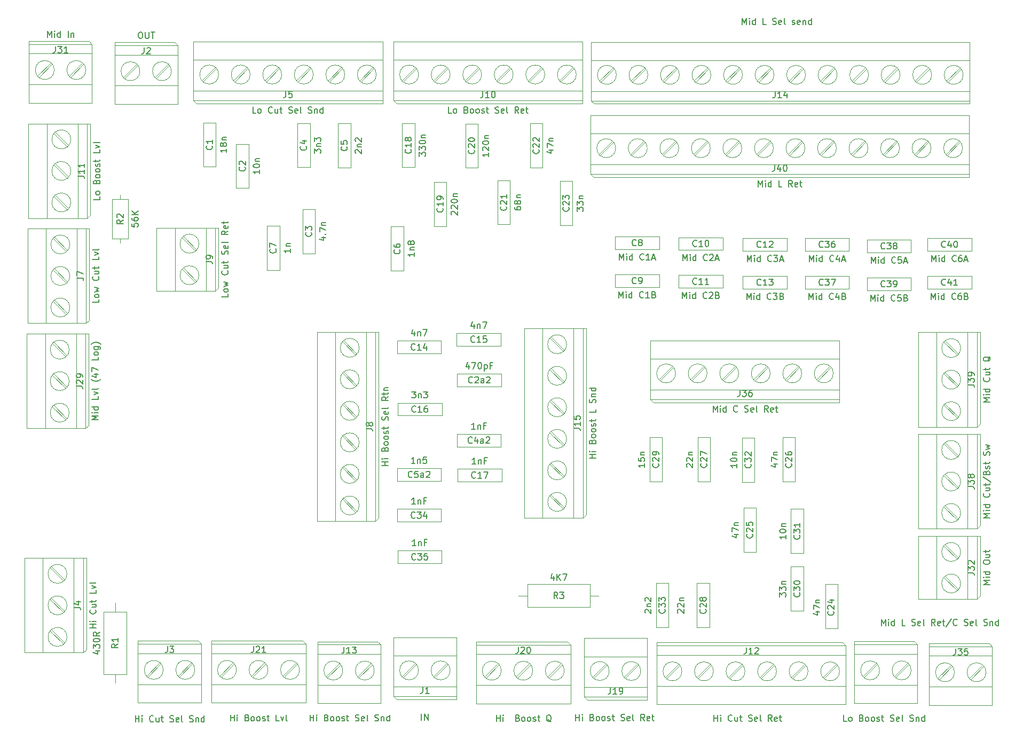
<source format=gbr>
%TF.GenerationSoftware,KiCad,Pcbnew,8.0.3*%
%TF.CreationDate,2024-07-16T22:22:09-07:00*%
%TF.ProjectId,pultec-three-band-eq,70756c74-6563-42d7-9468-7265652d6261,4*%
%TF.SameCoordinates,Original*%
%TF.FileFunction,AssemblyDrawing,Top*%
%FSLAX46Y46*%
G04 Gerber Fmt 4.6, Leading zero omitted, Abs format (unit mm)*
G04 Created by KiCad (PCBNEW 8.0.3) date 2024-07-16 22:22:09*
%MOMM*%
%LPD*%
G01*
G04 APERTURE LIST*
%ADD10C,0.150000*%
%ADD11C,0.100000*%
G04 APERTURE END LIST*
D10*
X135604019Y-94755619D02*
X134604019Y-94755619D01*
X135080209Y-94755619D02*
X135080209Y-94184191D01*
X135604019Y-94184191D02*
X134604019Y-94184191D01*
X135604019Y-93708000D02*
X134937352Y-93708000D01*
X134604019Y-93708000D02*
X134651638Y-93755619D01*
X134651638Y-93755619D02*
X134699257Y-93708000D01*
X134699257Y-93708000D02*
X134651638Y-93660381D01*
X134651638Y-93660381D02*
X134604019Y-93708000D01*
X134604019Y-93708000D02*
X134699257Y-93708000D01*
X135080209Y-92136572D02*
X135127828Y-91993715D01*
X135127828Y-91993715D02*
X135175447Y-91946096D01*
X135175447Y-91946096D02*
X135270685Y-91898477D01*
X135270685Y-91898477D02*
X135413542Y-91898477D01*
X135413542Y-91898477D02*
X135508780Y-91946096D01*
X135508780Y-91946096D02*
X135556400Y-91993715D01*
X135556400Y-91993715D02*
X135604019Y-92088953D01*
X135604019Y-92088953D02*
X135604019Y-92469905D01*
X135604019Y-92469905D02*
X134604019Y-92469905D01*
X134604019Y-92469905D02*
X134604019Y-92136572D01*
X134604019Y-92136572D02*
X134651638Y-92041334D01*
X134651638Y-92041334D02*
X134699257Y-91993715D01*
X134699257Y-91993715D02*
X134794495Y-91946096D01*
X134794495Y-91946096D02*
X134889733Y-91946096D01*
X134889733Y-91946096D02*
X134984971Y-91993715D01*
X134984971Y-91993715D02*
X135032590Y-92041334D01*
X135032590Y-92041334D02*
X135080209Y-92136572D01*
X135080209Y-92136572D02*
X135080209Y-92469905D01*
X135604019Y-91327048D02*
X135556400Y-91422286D01*
X135556400Y-91422286D02*
X135508780Y-91469905D01*
X135508780Y-91469905D02*
X135413542Y-91517524D01*
X135413542Y-91517524D02*
X135127828Y-91517524D01*
X135127828Y-91517524D02*
X135032590Y-91469905D01*
X135032590Y-91469905D02*
X134984971Y-91422286D01*
X134984971Y-91422286D02*
X134937352Y-91327048D01*
X134937352Y-91327048D02*
X134937352Y-91184191D01*
X134937352Y-91184191D02*
X134984971Y-91088953D01*
X134984971Y-91088953D02*
X135032590Y-91041334D01*
X135032590Y-91041334D02*
X135127828Y-90993715D01*
X135127828Y-90993715D02*
X135413542Y-90993715D01*
X135413542Y-90993715D02*
X135508780Y-91041334D01*
X135508780Y-91041334D02*
X135556400Y-91088953D01*
X135556400Y-91088953D02*
X135604019Y-91184191D01*
X135604019Y-91184191D02*
X135604019Y-91327048D01*
X135604019Y-90422286D02*
X135556400Y-90517524D01*
X135556400Y-90517524D02*
X135508780Y-90565143D01*
X135508780Y-90565143D02*
X135413542Y-90612762D01*
X135413542Y-90612762D02*
X135127828Y-90612762D01*
X135127828Y-90612762D02*
X135032590Y-90565143D01*
X135032590Y-90565143D02*
X134984971Y-90517524D01*
X134984971Y-90517524D02*
X134937352Y-90422286D01*
X134937352Y-90422286D02*
X134937352Y-90279429D01*
X134937352Y-90279429D02*
X134984971Y-90184191D01*
X134984971Y-90184191D02*
X135032590Y-90136572D01*
X135032590Y-90136572D02*
X135127828Y-90088953D01*
X135127828Y-90088953D02*
X135413542Y-90088953D01*
X135413542Y-90088953D02*
X135508780Y-90136572D01*
X135508780Y-90136572D02*
X135556400Y-90184191D01*
X135556400Y-90184191D02*
X135604019Y-90279429D01*
X135604019Y-90279429D02*
X135604019Y-90422286D01*
X135556400Y-89708000D02*
X135604019Y-89612762D01*
X135604019Y-89612762D02*
X135604019Y-89422286D01*
X135604019Y-89422286D02*
X135556400Y-89327048D01*
X135556400Y-89327048D02*
X135461161Y-89279429D01*
X135461161Y-89279429D02*
X135413542Y-89279429D01*
X135413542Y-89279429D02*
X135318304Y-89327048D01*
X135318304Y-89327048D02*
X135270685Y-89422286D01*
X135270685Y-89422286D02*
X135270685Y-89565143D01*
X135270685Y-89565143D02*
X135223066Y-89660381D01*
X135223066Y-89660381D02*
X135127828Y-89708000D01*
X135127828Y-89708000D02*
X135080209Y-89708000D01*
X135080209Y-89708000D02*
X134984971Y-89660381D01*
X134984971Y-89660381D02*
X134937352Y-89565143D01*
X134937352Y-89565143D02*
X134937352Y-89422286D01*
X134937352Y-89422286D02*
X134984971Y-89327048D01*
X134937352Y-88993714D02*
X134937352Y-88612762D01*
X134604019Y-88850857D02*
X135461161Y-88850857D01*
X135461161Y-88850857D02*
X135556400Y-88803238D01*
X135556400Y-88803238D02*
X135604019Y-88708000D01*
X135604019Y-88708000D02*
X135604019Y-88612762D01*
X135604019Y-87041333D02*
X135604019Y-87517523D01*
X135604019Y-87517523D02*
X134604019Y-87517523D01*
X135556400Y-85993713D02*
X135604019Y-85850856D01*
X135604019Y-85850856D02*
X135604019Y-85612761D01*
X135604019Y-85612761D02*
X135556400Y-85517523D01*
X135556400Y-85517523D02*
X135508780Y-85469904D01*
X135508780Y-85469904D02*
X135413542Y-85422285D01*
X135413542Y-85422285D02*
X135318304Y-85422285D01*
X135318304Y-85422285D02*
X135223066Y-85469904D01*
X135223066Y-85469904D02*
X135175447Y-85517523D01*
X135175447Y-85517523D02*
X135127828Y-85612761D01*
X135127828Y-85612761D02*
X135080209Y-85803237D01*
X135080209Y-85803237D02*
X135032590Y-85898475D01*
X135032590Y-85898475D02*
X134984971Y-85946094D01*
X134984971Y-85946094D02*
X134889733Y-85993713D01*
X134889733Y-85993713D02*
X134794495Y-85993713D01*
X134794495Y-85993713D02*
X134699257Y-85946094D01*
X134699257Y-85946094D02*
X134651638Y-85898475D01*
X134651638Y-85898475D02*
X134604019Y-85803237D01*
X134604019Y-85803237D02*
X134604019Y-85565142D01*
X134604019Y-85565142D02*
X134651638Y-85422285D01*
X134937352Y-84993713D02*
X135604019Y-84993713D01*
X135032590Y-84993713D02*
X134984971Y-84946094D01*
X134984971Y-84946094D02*
X134937352Y-84850856D01*
X134937352Y-84850856D02*
X134937352Y-84707999D01*
X134937352Y-84707999D02*
X134984971Y-84612761D01*
X134984971Y-84612761D02*
X135080209Y-84565142D01*
X135080209Y-84565142D02*
X135604019Y-84565142D01*
X135604019Y-83660380D02*
X134604019Y-83660380D01*
X135556400Y-83660380D02*
X135604019Y-83755618D01*
X135604019Y-83755618D02*
X135604019Y-83946094D01*
X135604019Y-83946094D02*
X135556400Y-84041332D01*
X135556400Y-84041332D02*
X135508780Y-84088951D01*
X135508780Y-84088951D02*
X135413542Y-84136570D01*
X135413542Y-84136570D02*
X135127828Y-84136570D01*
X135127828Y-84136570D02*
X135032590Y-84088951D01*
X135032590Y-84088951D02*
X134984971Y-84041332D01*
X134984971Y-84041332D02*
X134937352Y-83946094D01*
X134937352Y-83946094D02*
X134937352Y-83755618D01*
X134937352Y-83755618D02*
X134984971Y-83660380D01*
X132144019Y-90017523D02*
X132858304Y-90017523D01*
X132858304Y-90017523D02*
X133001161Y-90065142D01*
X133001161Y-90065142D02*
X133096400Y-90160380D01*
X133096400Y-90160380D02*
X133144019Y-90303237D01*
X133144019Y-90303237D02*
X133144019Y-90398475D01*
X133144019Y-89017523D02*
X133144019Y-89588951D01*
X133144019Y-89303237D02*
X132144019Y-89303237D01*
X132144019Y-89303237D02*
X132286876Y-89398475D01*
X132286876Y-89398475D02*
X132382114Y-89493713D01*
X132382114Y-89493713D02*
X132429733Y-89588951D01*
X132144019Y-88112761D02*
X132144019Y-88588951D01*
X132144019Y-88588951D02*
X132620209Y-88636570D01*
X132620209Y-88636570D02*
X132572590Y-88588951D01*
X132572590Y-88588951D02*
X132524971Y-88493713D01*
X132524971Y-88493713D02*
X132524971Y-88255618D01*
X132524971Y-88255618D02*
X132572590Y-88160380D01*
X132572590Y-88160380D02*
X132620209Y-88112761D01*
X132620209Y-88112761D02*
X132715447Y-88065142D01*
X132715447Y-88065142D02*
X132953542Y-88065142D01*
X132953542Y-88065142D02*
X133048780Y-88112761D01*
X133048780Y-88112761D02*
X133096400Y-88160380D01*
X133096400Y-88160380D02*
X133144019Y-88255618D01*
X133144019Y-88255618D02*
X133144019Y-88493713D01*
X133144019Y-88493713D02*
X133096400Y-88588951D01*
X133096400Y-88588951D02*
X133048780Y-88636570D01*
X161373238Y-51733419D02*
X161373238Y-50733419D01*
X161373238Y-50733419D02*
X161706571Y-51447704D01*
X161706571Y-51447704D02*
X162039904Y-50733419D01*
X162039904Y-50733419D02*
X162039904Y-51733419D01*
X162516095Y-51733419D02*
X162516095Y-51066752D01*
X162516095Y-50733419D02*
X162468476Y-50781038D01*
X162468476Y-50781038D02*
X162516095Y-50828657D01*
X162516095Y-50828657D02*
X162563714Y-50781038D01*
X162563714Y-50781038D02*
X162516095Y-50733419D01*
X162516095Y-50733419D02*
X162516095Y-50828657D01*
X163420856Y-51733419D02*
X163420856Y-50733419D01*
X163420856Y-51685800D02*
X163325618Y-51733419D01*
X163325618Y-51733419D02*
X163135142Y-51733419D01*
X163135142Y-51733419D02*
X163039904Y-51685800D01*
X163039904Y-51685800D02*
X162992285Y-51638180D01*
X162992285Y-51638180D02*
X162944666Y-51542942D01*
X162944666Y-51542942D02*
X162944666Y-51257228D01*
X162944666Y-51257228D02*
X162992285Y-51161990D01*
X162992285Y-51161990D02*
X163039904Y-51114371D01*
X163039904Y-51114371D02*
X163135142Y-51066752D01*
X163135142Y-51066752D02*
X163325618Y-51066752D01*
X163325618Y-51066752D02*
X163420856Y-51114371D01*
X165135142Y-51733419D02*
X164658952Y-51733419D01*
X164658952Y-51733419D02*
X164658952Y-50733419D01*
X166801809Y-51733419D02*
X166468476Y-51257228D01*
X166230381Y-51733419D02*
X166230381Y-50733419D01*
X166230381Y-50733419D02*
X166611333Y-50733419D01*
X166611333Y-50733419D02*
X166706571Y-50781038D01*
X166706571Y-50781038D02*
X166754190Y-50828657D01*
X166754190Y-50828657D02*
X166801809Y-50923895D01*
X166801809Y-50923895D02*
X166801809Y-51066752D01*
X166801809Y-51066752D02*
X166754190Y-51161990D01*
X166754190Y-51161990D02*
X166706571Y-51209609D01*
X166706571Y-51209609D02*
X166611333Y-51257228D01*
X166611333Y-51257228D02*
X166230381Y-51257228D01*
X167611333Y-51685800D02*
X167516095Y-51733419D01*
X167516095Y-51733419D02*
X167325619Y-51733419D01*
X167325619Y-51733419D02*
X167230381Y-51685800D01*
X167230381Y-51685800D02*
X167182762Y-51590561D01*
X167182762Y-51590561D02*
X167182762Y-51209609D01*
X167182762Y-51209609D02*
X167230381Y-51114371D01*
X167230381Y-51114371D02*
X167325619Y-51066752D01*
X167325619Y-51066752D02*
X167516095Y-51066752D01*
X167516095Y-51066752D02*
X167611333Y-51114371D01*
X167611333Y-51114371D02*
X167658952Y-51209609D01*
X167658952Y-51209609D02*
X167658952Y-51304847D01*
X167658952Y-51304847D02*
X167182762Y-51400085D01*
X167944667Y-51066752D02*
X168325619Y-51066752D01*
X168087524Y-50733419D02*
X168087524Y-51590561D01*
X168087524Y-51590561D02*
X168135143Y-51685800D01*
X168135143Y-51685800D02*
X168230381Y-51733419D01*
X168230381Y-51733419D02*
X168325619Y-51733419D01*
X163968476Y-48273419D02*
X163968476Y-48987704D01*
X163968476Y-48987704D02*
X163920857Y-49130561D01*
X163920857Y-49130561D02*
X163825619Y-49225800D01*
X163825619Y-49225800D02*
X163682762Y-49273419D01*
X163682762Y-49273419D02*
X163587524Y-49273419D01*
X164873238Y-48606752D02*
X164873238Y-49273419D01*
X164635143Y-48225800D02*
X164397048Y-48940085D01*
X164397048Y-48940085D02*
X165016095Y-48940085D01*
X165587524Y-48273419D02*
X165682762Y-48273419D01*
X165682762Y-48273419D02*
X165778000Y-48321038D01*
X165778000Y-48321038D02*
X165825619Y-48368657D01*
X165825619Y-48368657D02*
X165873238Y-48463895D01*
X165873238Y-48463895D02*
X165920857Y-48654371D01*
X165920857Y-48654371D02*
X165920857Y-48892466D01*
X165920857Y-48892466D02*
X165873238Y-49082942D01*
X165873238Y-49082942D02*
X165825619Y-49178180D01*
X165825619Y-49178180D02*
X165778000Y-49225800D01*
X165778000Y-49225800D02*
X165682762Y-49273419D01*
X165682762Y-49273419D02*
X165587524Y-49273419D01*
X165587524Y-49273419D02*
X165492286Y-49225800D01*
X165492286Y-49225800D02*
X165444667Y-49178180D01*
X165444667Y-49178180D02*
X165397048Y-49082942D01*
X165397048Y-49082942D02*
X165349429Y-48892466D01*
X165349429Y-48892466D02*
X165349429Y-48654371D01*
X165349429Y-48654371D02*
X165397048Y-48463895D01*
X165397048Y-48463895D02*
X165444667Y-48368657D01*
X165444667Y-48368657D02*
X165492286Y-48321038D01*
X165492286Y-48321038D02*
X165587524Y-48273419D01*
X154228780Y-87445619D02*
X154228780Y-86445619D01*
X154228780Y-86445619D02*
X154562113Y-87159904D01*
X154562113Y-87159904D02*
X154895446Y-86445619D01*
X154895446Y-86445619D02*
X154895446Y-87445619D01*
X155371637Y-87445619D02*
X155371637Y-86778952D01*
X155371637Y-86445619D02*
X155324018Y-86493238D01*
X155324018Y-86493238D02*
X155371637Y-86540857D01*
X155371637Y-86540857D02*
X155419256Y-86493238D01*
X155419256Y-86493238D02*
X155371637Y-86445619D01*
X155371637Y-86445619D02*
X155371637Y-86540857D01*
X156276398Y-87445619D02*
X156276398Y-86445619D01*
X156276398Y-87398000D02*
X156181160Y-87445619D01*
X156181160Y-87445619D02*
X155990684Y-87445619D01*
X155990684Y-87445619D02*
X155895446Y-87398000D01*
X155895446Y-87398000D02*
X155847827Y-87350380D01*
X155847827Y-87350380D02*
X155800208Y-87255142D01*
X155800208Y-87255142D02*
X155800208Y-86969428D01*
X155800208Y-86969428D02*
X155847827Y-86874190D01*
X155847827Y-86874190D02*
X155895446Y-86826571D01*
X155895446Y-86826571D02*
X155990684Y-86778952D01*
X155990684Y-86778952D02*
X156181160Y-86778952D01*
X156181160Y-86778952D02*
X156276398Y-86826571D01*
X158085922Y-87350380D02*
X158038303Y-87398000D01*
X158038303Y-87398000D02*
X157895446Y-87445619D01*
X157895446Y-87445619D02*
X157800208Y-87445619D01*
X157800208Y-87445619D02*
X157657351Y-87398000D01*
X157657351Y-87398000D02*
X157562113Y-87302761D01*
X157562113Y-87302761D02*
X157514494Y-87207523D01*
X157514494Y-87207523D02*
X157466875Y-87017047D01*
X157466875Y-87017047D02*
X157466875Y-86874190D01*
X157466875Y-86874190D02*
X157514494Y-86683714D01*
X157514494Y-86683714D02*
X157562113Y-86588476D01*
X157562113Y-86588476D02*
X157657351Y-86493238D01*
X157657351Y-86493238D02*
X157800208Y-86445619D01*
X157800208Y-86445619D02*
X157895446Y-86445619D01*
X157895446Y-86445619D02*
X158038303Y-86493238D01*
X158038303Y-86493238D02*
X158085922Y-86540857D01*
X159228780Y-87398000D02*
X159371637Y-87445619D01*
X159371637Y-87445619D02*
X159609732Y-87445619D01*
X159609732Y-87445619D02*
X159704970Y-87398000D01*
X159704970Y-87398000D02*
X159752589Y-87350380D01*
X159752589Y-87350380D02*
X159800208Y-87255142D01*
X159800208Y-87255142D02*
X159800208Y-87159904D01*
X159800208Y-87159904D02*
X159752589Y-87064666D01*
X159752589Y-87064666D02*
X159704970Y-87017047D01*
X159704970Y-87017047D02*
X159609732Y-86969428D01*
X159609732Y-86969428D02*
X159419256Y-86921809D01*
X159419256Y-86921809D02*
X159324018Y-86874190D01*
X159324018Y-86874190D02*
X159276399Y-86826571D01*
X159276399Y-86826571D02*
X159228780Y-86731333D01*
X159228780Y-86731333D02*
X159228780Y-86636095D01*
X159228780Y-86636095D02*
X159276399Y-86540857D01*
X159276399Y-86540857D02*
X159324018Y-86493238D01*
X159324018Y-86493238D02*
X159419256Y-86445619D01*
X159419256Y-86445619D02*
X159657351Y-86445619D01*
X159657351Y-86445619D02*
X159800208Y-86493238D01*
X160609732Y-87398000D02*
X160514494Y-87445619D01*
X160514494Y-87445619D02*
X160324018Y-87445619D01*
X160324018Y-87445619D02*
X160228780Y-87398000D01*
X160228780Y-87398000D02*
X160181161Y-87302761D01*
X160181161Y-87302761D02*
X160181161Y-86921809D01*
X160181161Y-86921809D02*
X160228780Y-86826571D01*
X160228780Y-86826571D02*
X160324018Y-86778952D01*
X160324018Y-86778952D02*
X160514494Y-86778952D01*
X160514494Y-86778952D02*
X160609732Y-86826571D01*
X160609732Y-86826571D02*
X160657351Y-86921809D01*
X160657351Y-86921809D02*
X160657351Y-87017047D01*
X160657351Y-87017047D02*
X160181161Y-87112285D01*
X161228780Y-87445619D02*
X161133542Y-87398000D01*
X161133542Y-87398000D02*
X161085923Y-87302761D01*
X161085923Y-87302761D02*
X161085923Y-86445619D01*
X162943066Y-87445619D02*
X162609733Y-86969428D01*
X162371638Y-87445619D02*
X162371638Y-86445619D01*
X162371638Y-86445619D02*
X162752590Y-86445619D01*
X162752590Y-86445619D02*
X162847828Y-86493238D01*
X162847828Y-86493238D02*
X162895447Y-86540857D01*
X162895447Y-86540857D02*
X162943066Y-86636095D01*
X162943066Y-86636095D02*
X162943066Y-86778952D01*
X162943066Y-86778952D02*
X162895447Y-86874190D01*
X162895447Y-86874190D02*
X162847828Y-86921809D01*
X162847828Y-86921809D02*
X162752590Y-86969428D01*
X162752590Y-86969428D02*
X162371638Y-86969428D01*
X163752590Y-87398000D02*
X163657352Y-87445619D01*
X163657352Y-87445619D02*
X163466876Y-87445619D01*
X163466876Y-87445619D02*
X163371638Y-87398000D01*
X163371638Y-87398000D02*
X163324019Y-87302761D01*
X163324019Y-87302761D02*
X163324019Y-86921809D01*
X163324019Y-86921809D02*
X163371638Y-86826571D01*
X163371638Y-86826571D02*
X163466876Y-86778952D01*
X163466876Y-86778952D02*
X163657352Y-86778952D01*
X163657352Y-86778952D02*
X163752590Y-86826571D01*
X163752590Y-86826571D02*
X163800209Y-86921809D01*
X163800209Y-86921809D02*
X163800209Y-87017047D01*
X163800209Y-87017047D02*
X163324019Y-87112285D01*
X164085924Y-86778952D02*
X164466876Y-86778952D01*
X164228781Y-86445619D02*
X164228781Y-87302761D01*
X164228781Y-87302761D02*
X164276400Y-87398000D01*
X164276400Y-87398000D02*
X164371638Y-87445619D01*
X164371638Y-87445619D02*
X164466876Y-87445619D01*
X158466876Y-83985619D02*
X158466876Y-84699904D01*
X158466876Y-84699904D02*
X158419257Y-84842761D01*
X158419257Y-84842761D02*
X158324019Y-84938000D01*
X158324019Y-84938000D02*
X158181162Y-84985619D01*
X158181162Y-84985619D02*
X158085924Y-84985619D01*
X158847829Y-83985619D02*
X159466876Y-83985619D01*
X159466876Y-83985619D02*
X159133543Y-84366571D01*
X159133543Y-84366571D02*
X159276400Y-84366571D01*
X159276400Y-84366571D02*
X159371638Y-84414190D01*
X159371638Y-84414190D02*
X159419257Y-84461809D01*
X159419257Y-84461809D02*
X159466876Y-84557047D01*
X159466876Y-84557047D02*
X159466876Y-84795142D01*
X159466876Y-84795142D02*
X159419257Y-84890380D01*
X159419257Y-84890380D02*
X159371638Y-84938000D01*
X159371638Y-84938000D02*
X159276400Y-84985619D01*
X159276400Y-84985619D02*
X158990686Y-84985619D01*
X158990686Y-84985619D02*
X158895448Y-84938000D01*
X158895448Y-84938000D02*
X158847829Y-84890380D01*
X160324019Y-83985619D02*
X160133543Y-83985619D01*
X160133543Y-83985619D02*
X160038305Y-84033238D01*
X160038305Y-84033238D02*
X159990686Y-84080857D01*
X159990686Y-84080857D02*
X159895448Y-84223714D01*
X159895448Y-84223714D02*
X159847829Y-84414190D01*
X159847829Y-84414190D02*
X159847829Y-84795142D01*
X159847829Y-84795142D02*
X159895448Y-84890380D01*
X159895448Y-84890380D02*
X159943067Y-84938000D01*
X159943067Y-84938000D02*
X160038305Y-84985619D01*
X160038305Y-84985619D02*
X160228781Y-84985619D01*
X160228781Y-84985619D02*
X160324019Y-84938000D01*
X160324019Y-84938000D02*
X160371638Y-84890380D01*
X160371638Y-84890380D02*
X160419257Y-84795142D01*
X160419257Y-84795142D02*
X160419257Y-84557047D01*
X160419257Y-84557047D02*
X160371638Y-84461809D01*
X160371638Y-84461809D02*
X160324019Y-84414190D01*
X160324019Y-84414190D02*
X160228781Y-84366571D01*
X160228781Y-84366571D02*
X160038305Y-84366571D01*
X160038305Y-84366571D02*
X159943067Y-84414190D01*
X159943067Y-84414190D02*
X159895448Y-84461809D01*
X159895448Y-84461809D02*
X159847829Y-84557047D01*
X198088019Y-85865218D02*
X197088019Y-85865218D01*
X197088019Y-85865218D02*
X197802304Y-85531885D01*
X197802304Y-85531885D02*
X197088019Y-85198552D01*
X197088019Y-85198552D02*
X198088019Y-85198552D01*
X198088019Y-84722361D02*
X197421352Y-84722361D01*
X197088019Y-84722361D02*
X197135638Y-84769980D01*
X197135638Y-84769980D02*
X197183257Y-84722361D01*
X197183257Y-84722361D02*
X197135638Y-84674742D01*
X197135638Y-84674742D02*
X197088019Y-84722361D01*
X197088019Y-84722361D02*
X197183257Y-84722361D01*
X198088019Y-83817600D02*
X197088019Y-83817600D01*
X198040400Y-83817600D02*
X198088019Y-83912838D01*
X198088019Y-83912838D02*
X198088019Y-84103314D01*
X198088019Y-84103314D02*
X198040400Y-84198552D01*
X198040400Y-84198552D02*
X197992780Y-84246171D01*
X197992780Y-84246171D02*
X197897542Y-84293790D01*
X197897542Y-84293790D02*
X197611828Y-84293790D01*
X197611828Y-84293790D02*
X197516590Y-84246171D01*
X197516590Y-84246171D02*
X197468971Y-84198552D01*
X197468971Y-84198552D02*
X197421352Y-84103314D01*
X197421352Y-84103314D02*
X197421352Y-83912838D01*
X197421352Y-83912838D02*
X197468971Y-83817600D01*
X197992780Y-82008076D02*
X198040400Y-82055695D01*
X198040400Y-82055695D02*
X198088019Y-82198552D01*
X198088019Y-82198552D02*
X198088019Y-82293790D01*
X198088019Y-82293790D02*
X198040400Y-82436647D01*
X198040400Y-82436647D02*
X197945161Y-82531885D01*
X197945161Y-82531885D02*
X197849923Y-82579504D01*
X197849923Y-82579504D02*
X197659447Y-82627123D01*
X197659447Y-82627123D02*
X197516590Y-82627123D01*
X197516590Y-82627123D02*
X197326114Y-82579504D01*
X197326114Y-82579504D02*
X197230876Y-82531885D01*
X197230876Y-82531885D02*
X197135638Y-82436647D01*
X197135638Y-82436647D02*
X197088019Y-82293790D01*
X197088019Y-82293790D02*
X197088019Y-82198552D01*
X197088019Y-82198552D02*
X197135638Y-82055695D01*
X197135638Y-82055695D02*
X197183257Y-82008076D01*
X197421352Y-81150933D02*
X198088019Y-81150933D01*
X197421352Y-81579504D02*
X197945161Y-81579504D01*
X197945161Y-81579504D02*
X198040400Y-81531885D01*
X198040400Y-81531885D02*
X198088019Y-81436647D01*
X198088019Y-81436647D02*
X198088019Y-81293790D01*
X198088019Y-81293790D02*
X198040400Y-81198552D01*
X198040400Y-81198552D02*
X197992780Y-81150933D01*
X197421352Y-80817599D02*
X197421352Y-80436647D01*
X197088019Y-80674742D02*
X197945161Y-80674742D01*
X197945161Y-80674742D02*
X198040400Y-80627123D01*
X198040400Y-80627123D02*
X198088019Y-80531885D01*
X198088019Y-80531885D02*
X198088019Y-80436647D01*
X198183257Y-78674742D02*
X198135638Y-78769980D01*
X198135638Y-78769980D02*
X198040400Y-78865218D01*
X198040400Y-78865218D02*
X197897542Y-79008075D01*
X197897542Y-79008075D02*
X197849923Y-79103313D01*
X197849923Y-79103313D02*
X197849923Y-79198551D01*
X198088019Y-79150932D02*
X198040400Y-79246170D01*
X198040400Y-79246170D02*
X197945161Y-79341408D01*
X197945161Y-79341408D02*
X197754685Y-79389027D01*
X197754685Y-79389027D02*
X197421352Y-79389027D01*
X197421352Y-79389027D02*
X197230876Y-79341408D01*
X197230876Y-79341408D02*
X197135638Y-79246170D01*
X197135638Y-79246170D02*
X197088019Y-79150932D01*
X197088019Y-79150932D02*
X197088019Y-78960456D01*
X197088019Y-78960456D02*
X197135638Y-78865218D01*
X197135638Y-78865218D02*
X197230876Y-78769980D01*
X197230876Y-78769980D02*
X197421352Y-78722361D01*
X197421352Y-78722361D02*
X197754685Y-78722361D01*
X197754685Y-78722361D02*
X197945161Y-78769980D01*
X197945161Y-78769980D02*
X198040400Y-78865218D01*
X198040400Y-78865218D02*
X198088019Y-78960456D01*
X198088019Y-78960456D02*
X198088019Y-79150932D01*
X194628019Y-83127123D02*
X195342304Y-83127123D01*
X195342304Y-83127123D02*
X195485161Y-83174742D01*
X195485161Y-83174742D02*
X195580400Y-83269980D01*
X195580400Y-83269980D02*
X195628019Y-83412837D01*
X195628019Y-83412837D02*
X195628019Y-83508075D01*
X194628019Y-82746170D02*
X194628019Y-82127123D01*
X194628019Y-82127123D02*
X195008971Y-82460456D01*
X195008971Y-82460456D02*
X195008971Y-82317599D01*
X195008971Y-82317599D02*
X195056590Y-82222361D01*
X195056590Y-82222361D02*
X195104209Y-82174742D01*
X195104209Y-82174742D02*
X195199447Y-82127123D01*
X195199447Y-82127123D02*
X195437542Y-82127123D01*
X195437542Y-82127123D02*
X195532780Y-82174742D01*
X195532780Y-82174742D02*
X195580400Y-82222361D01*
X195580400Y-82222361D02*
X195628019Y-82317599D01*
X195628019Y-82317599D02*
X195628019Y-82603313D01*
X195628019Y-82603313D02*
X195580400Y-82698551D01*
X195580400Y-82698551D02*
X195532780Y-82746170D01*
X195628019Y-81650932D02*
X195628019Y-81460456D01*
X195628019Y-81460456D02*
X195580400Y-81365218D01*
X195580400Y-81365218D02*
X195532780Y-81317599D01*
X195532780Y-81317599D02*
X195389923Y-81222361D01*
X195389923Y-81222361D02*
X195199447Y-81174742D01*
X195199447Y-81174742D02*
X194818495Y-81174742D01*
X194818495Y-81174742D02*
X194723257Y-81222361D01*
X194723257Y-81222361D02*
X194675638Y-81269980D01*
X194675638Y-81269980D02*
X194628019Y-81365218D01*
X194628019Y-81365218D02*
X194628019Y-81555694D01*
X194628019Y-81555694D02*
X194675638Y-81650932D01*
X194675638Y-81650932D02*
X194723257Y-81698551D01*
X194723257Y-81698551D02*
X194818495Y-81746170D01*
X194818495Y-81746170D02*
X195056590Y-81746170D01*
X195056590Y-81746170D02*
X195151828Y-81698551D01*
X195151828Y-81698551D02*
X195199447Y-81650932D01*
X195199447Y-81650932D02*
X195247066Y-81555694D01*
X195247066Y-81555694D02*
X195247066Y-81365218D01*
X195247066Y-81365218D02*
X195199447Y-81269980D01*
X195199447Y-81269980D02*
X195151828Y-81222361D01*
X195151828Y-81222361D02*
X195056590Y-81174742D01*
X198088019Y-104210095D02*
X197088019Y-104210095D01*
X197088019Y-104210095D02*
X197802304Y-103876762D01*
X197802304Y-103876762D02*
X197088019Y-103543429D01*
X197088019Y-103543429D02*
X198088019Y-103543429D01*
X198088019Y-103067238D02*
X197421352Y-103067238D01*
X197088019Y-103067238D02*
X197135638Y-103114857D01*
X197135638Y-103114857D02*
X197183257Y-103067238D01*
X197183257Y-103067238D02*
X197135638Y-103019619D01*
X197135638Y-103019619D02*
X197088019Y-103067238D01*
X197088019Y-103067238D02*
X197183257Y-103067238D01*
X198088019Y-102162477D02*
X197088019Y-102162477D01*
X198040400Y-102162477D02*
X198088019Y-102257715D01*
X198088019Y-102257715D02*
X198088019Y-102448191D01*
X198088019Y-102448191D02*
X198040400Y-102543429D01*
X198040400Y-102543429D02*
X197992780Y-102591048D01*
X197992780Y-102591048D02*
X197897542Y-102638667D01*
X197897542Y-102638667D02*
X197611828Y-102638667D01*
X197611828Y-102638667D02*
X197516590Y-102591048D01*
X197516590Y-102591048D02*
X197468971Y-102543429D01*
X197468971Y-102543429D02*
X197421352Y-102448191D01*
X197421352Y-102448191D02*
X197421352Y-102257715D01*
X197421352Y-102257715D02*
X197468971Y-102162477D01*
X197992780Y-100352953D02*
X198040400Y-100400572D01*
X198040400Y-100400572D02*
X198088019Y-100543429D01*
X198088019Y-100543429D02*
X198088019Y-100638667D01*
X198088019Y-100638667D02*
X198040400Y-100781524D01*
X198040400Y-100781524D02*
X197945161Y-100876762D01*
X197945161Y-100876762D02*
X197849923Y-100924381D01*
X197849923Y-100924381D02*
X197659447Y-100972000D01*
X197659447Y-100972000D02*
X197516590Y-100972000D01*
X197516590Y-100972000D02*
X197326114Y-100924381D01*
X197326114Y-100924381D02*
X197230876Y-100876762D01*
X197230876Y-100876762D02*
X197135638Y-100781524D01*
X197135638Y-100781524D02*
X197088019Y-100638667D01*
X197088019Y-100638667D02*
X197088019Y-100543429D01*
X197088019Y-100543429D02*
X197135638Y-100400572D01*
X197135638Y-100400572D02*
X197183257Y-100352953D01*
X197421352Y-99495810D02*
X198088019Y-99495810D01*
X197421352Y-99924381D02*
X197945161Y-99924381D01*
X197945161Y-99924381D02*
X198040400Y-99876762D01*
X198040400Y-99876762D02*
X198088019Y-99781524D01*
X198088019Y-99781524D02*
X198088019Y-99638667D01*
X198088019Y-99638667D02*
X198040400Y-99543429D01*
X198040400Y-99543429D02*
X197992780Y-99495810D01*
X197421352Y-99162476D02*
X197421352Y-98781524D01*
X197088019Y-99019619D02*
X197945161Y-99019619D01*
X197945161Y-99019619D02*
X198040400Y-98972000D01*
X198040400Y-98972000D02*
X198088019Y-98876762D01*
X198088019Y-98876762D02*
X198088019Y-98781524D01*
X197040400Y-97733905D02*
X198326114Y-98591047D01*
X197564209Y-97067238D02*
X197611828Y-96924381D01*
X197611828Y-96924381D02*
X197659447Y-96876762D01*
X197659447Y-96876762D02*
X197754685Y-96829143D01*
X197754685Y-96829143D02*
X197897542Y-96829143D01*
X197897542Y-96829143D02*
X197992780Y-96876762D01*
X197992780Y-96876762D02*
X198040400Y-96924381D01*
X198040400Y-96924381D02*
X198088019Y-97019619D01*
X198088019Y-97019619D02*
X198088019Y-97400571D01*
X198088019Y-97400571D02*
X197088019Y-97400571D01*
X197088019Y-97400571D02*
X197088019Y-97067238D01*
X197088019Y-97067238D02*
X197135638Y-96972000D01*
X197135638Y-96972000D02*
X197183257Y-96924381D01*
X197183257Y-96924381D02*
X197278495Y-96876762D01*
X197278495Y-96876762D02*
X197373733Y-96876762D01*
X197373733Y-96876762D02*
X197468971Y-96924381D01*
X197468971Y-96924381D02*
X197516590Y-96972000D01*
X197516590Y-96972000D02*
X197564209Y-97067238D01*
X197564209Y-97067238D02*
X197564209Y-97400571D01*
X198040400Y-96448190D02*
X198088019Y-96352952D01*
X198088019Y-96352952D02*
X198088019Y-96162476D01*
X198088019Y-96162476D02*
X198040400Y-96067238D01*
X198040400Y-96067238D02*
X197945161Y-96019619D01*
X197945161Y-96019619D02*
X197897542Y-96019619D01*
X197897542Y-96019619D02*
X197802304Y-96067238D01*
X197802304Y-96067238D02*
X197754685Y-96162476D01*
X197754685Y-96162476D02*
X197754685Y-96305333D01*
X197754685Y-96305333D02*
X197707066Y-96400571D01*
X197707066Y-96400571D02*
X197611828Y-96448190D01*
X197611828Y-96448190D02*
X197564209Y-96448190D01*
X197564209Y-96448190D02*
X197468971Y-96400571D01*
X197468971Y-96400571D02*
X197421352Y-96305333D01*
X197421352Y-96305333D02*
X197421352Y-96162476D01*
X197421352Y-96162476D02*
X197468971Y-96067238D01*
X197421352Y-95733904D02*
X197421352Y-95352952D01*
X197088019Y-95591047D02*
X197945161Y-95591047D01*
X197945161Y-95591047D02*
X198040400Y-95543428D01*
X198040400Y-95543428D02*
X198088019Y-95448190D01*
X198088019Y-95448190D02*
X198088019Y-95352952D01*
X198040400Y-94305332D02*
X198088019Y-94162475D01*
X198088019Y-94162475D02*
X198088019Y-93924380D01*
X198088019Y-93924380D02*
X198040400Y-93829142D01*
X198040400Y-93829142D02*
X197992780Y-93781523D01*
X197992780Y-93781523D02*
X197897542Y-93733904D01*
X197897542Y-93733904D02*
X197802304Y-93733904D01*
X197802304Y-93733904D02*
X197707066Y-93781523D01*
X197707066Y-93781523D02*
X197659447Y-93829142D01*
X197659447Y-93829142D02*
X197611828Y-93924380D01*
X197611828Y-93924380D02*
X197564209Y-94114856D01*
X197564209Y-94114856D02*
X197516590Y-94210094D01*
X197516590Y-94210094D02*
X197468971Y-94257713D01*
X197468971Y-94257713D02*
X197373733Y-94305332D01*
X197373733Y-94305332D02*
X197278495Y-94305332D01*
X197278495Y-94305332D02*
X197183257Y-94257713D01*
X197183257Y-94257713D02*
X197135638Y-94210094D01*
X197135638Y-94210094D02*
X197088019Y-94114856D01*
X197088019Y-94114856D02*
X197088019Y-93876761D01*
X197088019Y-93876761D02*
X197135638Y-93733904D01*
X197421352Y-93400570D02*
X198088019Y-93210094D01*
X198088019Y-93210094D02*
X197611828Y-93019618D01*
X197611828Y-93019618D02*
X198088019Y-92829142D01*
X198088019Y-92829142D02*
X197421352Y-92638666D01*
X194628019Y-99281523D02*
X195342304Y-99281523D01*
X195342304Y-99281523D02*
X195485161Y-99329142D01*
X195485161Y-99329142D02*
X195580400Y-99424380D01*
X195580400Y-99424380D02*
X195628019Y-99567237D01*
X195628019Y-99567237D02*
X195628019Y-99662475D01*
X194628019Y-98900570D02*
X194628019Y-98281523D01*
X194628019Y-98281523D02*
X195008971Y-98614856D01*
X195008971Y-98614856D02*
X195008971Y-98471999D01*
X195008971Y-98471999D02*
X195056590Y-98376761D01*
X195056590Y-98376761D02*
X195104209Y-98329142D01*
X195104209Y-98329142D02*
X195199447Y-98281523D01*
X195199447Y-98281523D02*
X195437542Y-98281523D01*
X195437542Y-98281523D02*
X195532780Y-98329142D01*
X195532780Y-98329142D02*
X195580400Y-98376761D01*
X195580400Y-98376761D02*
X195628019Y-98471999D01*
X195628019Y-98471999D02*
X195628019Y-98757713D01*
X195628019Y-98757713D02*
X195580400Y-98852951D01*
X195580400Y-98852951D02*
X195532780Y-98900570D01*
X195056590Y-97710094D02*
X195008971Y-97805332D01*
X195008971Y-97805332D02*
X194961352Y-97852951D01*
X194961352Y-97852951D02*
X194866114Y-97900570D01*
X194866114Y-97900570D02*
X194818495Y-97900570D01*
X194818495Y-97900570D02*
X194723257Y-97852951D01*
X194723257Y-97852951D02*
X194675638Y-97805332D01*
X194675638Y-97805332D02*
X194628019Y-97710094D01*
X194628019Y-97710094D02*
X194628019Y-97519618D01*
X194628019Y-97519618D02*
X194675638Y-97424380D01*
X194675638Y-97424380D02*
X194723257Y-97376761D01*
X194723257Y-97376761D02*
X194818495Y-97329142D01*
X194818495Y-97329142D02*
X194866114Y-97329142D01*
X194866114Y-97329142D02*
X194961352Y-97376761D01*
X194961352Y-97376761D02*
X195008971Y-97424380D01*
X195008971Y-97424380D02*
X195056590Y-97519618D01*
X195056590Y-97519618D02*
X195056590Y-97710094D01*
X195056590Y-97710094D02*
X195104209Y-97805332D01*
X195104209Y-97805332D02*
X195151828Y-97852951D01*
X195151828Y-97852951D02*
X195247066Y-97900570D01*
X195247066Y-97900570D02*
X195437542Y-97900570D01*
X195437542Y-97900570D02*
X195532780Y-97852951D01*
X195532780Y-97852951D02*
X195580400Y-97805332D01*
X195580400Y-97805332D02*
X195628019Y-97710094D01*
X195628019Y-97710094D02*
X195628019Y-97519618D01*
X195628019Y-97519618D02*
X195580400Y-97424380D01*
X195580400Y-97424380D02*
X195532780Y-97376761D01*
X195532780Y-97376761D02*
X195437542Y-97329142D01*
X195437542Y-97329142D02*
X195247066Y-97329142D01*
X195247066Y-97329142D02*
X195151828Y-97376761D01*
X195151828Y-97376761D02*
X195104209Y-97424380D01*
X195104209Y-97424380D02*
X195056590Y-97519618D01*
X180909484Y-121308019D02*
X180909484Y-120308019D01*
X180909484Y-120308019D02*
X181242817Y-121022304D01*
X181242817Y-121022304D02*
X181576150Y-120308019D01*
X181576150Y-120308019D02*
X181576150Y-121308019D01*
X182052341Y-121308019D02*
X182052341Y-120641352D01*
X182052341Y-120308019D02*
X182004722Y-120355638D01*
X182004722Y-120355638D02*
X182052341Y-120403257D01*
X182052341Y-120403257D02*
X182099960Y-120355638D01*
X182099960Y-120355638D02*
X182052341Y-120308019D01*
X182052341Y-120308019D02*
X182052341Y-120403257D01*
X182957102Y-121308019D02*
X182957102Y-120308019D01*
X182957102Y-121260400D02*
X182861864Y-121308019D01*
X182861864Y-121308019D02*
X182671388Y-121308019D01*
X182671388Y-121308019D02*
X182576150Y-121260400D01*
X182576150Y-121260400D02*
X182528531Y-121212780D01*
X182528531Y-121212780D02*
X182480912Y-121117542D01*
X182480912Y-121117542D02*
X182480912Y-120831828D01*
X182480912Y-120831828D02*
X182528531Y-120736590D01*
X182528531Y-120736590D02*
X182576150Y-120688971D01*
X182576150Y-120688971D02*
X182671388Y-120641352D01*
X182671388Y-120641352D02*
X182861864Y-120641352D01*
X182861864Y-120641352D02*
X182957102Y-120688971D01*
X184671388Y-121308019D02*
X184195198Y-121308019D01*
X184195198Y-121308019D02*
X184195198Y-120308019D01*
X185719008Y-121260400D02*
X185861865Y-121308019D01*
X185861865Y-121308019D02*
X186099960Y-121308019D01*
X186099960Y-121308019D02*
X186195198Y-121260400D01*
X186195198Y-121260400D02*
X186242817Y-121212780D01*
X186242817Y-121212780D02*
X186290436Y-121117542D01*
X186290436Y-121117542D02*
X186290436Y-121022304D01*
X186290436Y-121022304D02*
X186242817Y-120927066D01*
X186242817Y-120927066D02*
X186195198Y-120879447D01*
X186195198Y-120879447D02*
X186099960Y-120831828D01*
X186099960Y-120831828D02*
X185909484Y-120784209D01*
X185909484Y-120784209D02*
X185814246Y-120736590D01*
X185814246Y-120736590D02*
X185766627Y-120688971D01*
X185766627Y-120688971D02*
X185719008Y-120593733D01*
X185719008Y-120593733D02*
X185719008Y-120498495D01*
X185719008Y-120498495D02*
X185766627Y-120403257D01*
X185766627Y-120403257D02*
X185814246Y-120355638D01*
X185814246Y-120355638D02*
X185909484Y-120308019D01*
X185909484Y-120308019D02*
X186147579Y-120308019D01*
X186147579Y-120308019D02*
X186290436Y-120355638D01*
X187099960Y-121260400D02*
X187004722Y-121308019D01*
X187004722Y-121308019D02*
X186814246Y-121308019D01*
X186814246Y-121308019D02*
X186719008Y-121260400D01*
X186719008Y-121260400D02*
X186671389Y-121165161D01*
X186671389Y-121165161D02*
X186671389Y-120784209D01*
X186671389Y-120784209D02*
X186719008Y-120688971D01*
X186719008Y-120688971D02*
X186814246Y-120641352D01*
X186814246Y-120641352D02*
X187004722Y-120641352D01*
X187004722Y-120641352D02*
X187099960Y-120688971D01*
X187099960Y-120688971D02*
X187147579Y-120784209D01*
X187147579Y-120784209D02*
X187147579Y-120879447D01*
X187147579Y-120879447D02*
X186671389Y-120974685D01*
X187719008Y-121308019D02*
X187623770Y-121260400D01*
X187623770Y-121260400D02*
X187576151Y-121165161D01*
X187576151Y-121165161D02*
X187576151Y-120308019D01*
X189433294Y-121308019D02*
X189099961Y-120831828D01*
X188861866Y-121308019D02*
X188861866Y-120308019D01*
X188861866Y-120308019D02*
X189242818Y-120308019D01*
X189242818Y-120308019D02*
X189338056Y-120355638D01*
X189338056Y-120355638D02*
X189385675Y-120403257D01*
X189385675Y-120403257D02*
X189433294Y-120498495D01*
X189433294Y-120498495D02*
X189433294Y-120641352D01*
X189433294Y-120641352D02*
X189385675Y-120736590D01*
X189385675Y-120736590D02*
X189338056Y-120784209D01*
X189338056Y-120784209D02*
X189242818Y-120831828D01*
X189242818Y-120831828D02*
X188861866Y-120831828D01*
X190242818Y-121260400D02*
X190147580Y-121308019D01*
X190147580Y-121308019D02*
X189957104Y-121308019D01*
X189957104Y-121308019D02*
X189861866Y-121260400D01*
X189861866Y-121260400D02*
X189814247Y-121165161D01*
X189814247Y-121165161D02*
X189814247Y-120784209D01*
X189814247Y-120784209D02*
X189861866Y-120688971D01*
X189861866Y-120688971D02*
X189957104Y-120641352D01*
X189957104Y-120641352D02*
X190147580Y-120641352D01*
X190147580Y-120641352D02*
X190242818Y-120688971D01*
X190242818Y-120688971D02*
X190290437Y-120784209D01*
X190290437Y-120784209D02*
X190290437Y-120879447D01*
X190290437Y-120879447D02*
X189814247Y-120974685D01*
X190576152Y-120641352D02*
X190957104Y-120641352D01*
X190719009Y-120308019D02*
X190719009Y-121165161D01*
X190719009Y-121165161D02*
X190766628Y-121260400D01*
X190766628Y-121260400D02*
X190861866Y-121308019D01*
X190861866Y-121308019D02*
X190957104Y-121308019D01*
X192004723Y-120260400D02*
X191147581Y-121546114D01*
X192909485Y-121212780D02*
X192861866Y-121260400D01*
X192861866Y-121260400D02*
X192719009Y-121308019D01*
X192719009Y-121308019D02*
X192623771Y-121308019D01*
X192623771Y-121308019D02*
X192480914Y-121260400D01*
X192480914Y-121260400D02*
X192385676Y-121165161D01*
X192385676Y-121165161D02*
X192338057Y-121069923D01*
X192338057Y-121069923D02*
X192290438Y-120879447D01*
X192290438Y-120879447D02*
X192290438Y-120736590D01*
X192290438Y-120736590D02*
X192338057Y-120546114D01*
X192338057Y-120546114D02*
X192385676Y-120450876D01*
X192385676Y-120450876D02*
X192480914Y-120355638D01*
X192480914Y-120355638D02*
X192623771Y-120308019D01*
X192623771Y-120308019D02*
X192719009Y-120308019D01*
X192719009Y-120308019D02*
X192861866Y-120355638D01*
X192861866Y-120355638D02*
X192909485Y-120403257D01*
X194052343Y-121260400D02*
X194195200Y-121308019D01*
X194195200Y-121308019D02*
X194433295Y-121308019D01*
X194433295Y-121308019D02*
X194528533Y-121260400D01*
X194528533Y-121260400D02*
X194576152Y-121212780D01*
X194576152Y-121212780D02*
X194623771Y-121117542D01*
X194623771Y-121117542D02*
X194623771Y-121022304D01*
X194623771Y-121022304D02*
X194576152Y-120927066D01*
X194576152Y-120927066D02*
X194528533Y-120879447D01*
X194528533Y-120879447D02*
X194433295Y-120831828D01*
X194433295Y-120831828D02*
X194242819Y-120784209D01*
X194242819Y-120784209D02*
X194147581Y-120736590D01*
X194147581Y-120736590D02*
X194099962Y-120688971D01*
X194099962Y-120688971D02*
X194052343Y-120593733D01*
X194052343Y-120593733D02*
X194052343Y-120498495D01*
X194052343Y-120498495D02*
X194099962Y-120403257D01*
X194099962Y-120403257D02*
X194147581Y-120355638D01*
X194147581Y-120355638D02*
X194242819Y-120308019D01*
X194242819Y-120308019D02*
X194480914Y-120308019D01*
X194480914Y-120308019D02*
X194623771Y-120355638D01*
X195433295Y-121260400D02*
X195338057Y-121308019D01*
X195338057Y-121308019D02*
X195147581Y-121308019D01*
X195147581Y-121308019D02*
X195052343Y-121260400D01*
X195052343Y-121260400D02*
X195004724Y-121165161D01*
X195004724Y-121165161D02*
X195004724Y-120784209D01*
X195004724Y-120784209D02*
X195052343Y-120688971D01*
X195052343Y-120688971D02*
X195147581Y-120641352D01*
X195147581Y-120641352D02*
X195338057Y-120641352D01*
X195338057Y-120641352D02*
X195433295Y-120688971D01*
X195433295Y-120688971D02*
X195480914Y-120784209D01*
X195480914Y-120784209D02*
X195480914Y-120879447D01*
X195480914Y-120879447D02*
X195004724Y-120974685D01*
X196052343Y-121308019D02*
X195957105Y-121260400D01*
X195957105Y-121260400D02*
X195909486Y-121165161D01*
X195909486Y-121165161D02*
X195909486Y-120308019D01*
X197147582Y-121260400D02*
X197290439Y-121308019D01*
X197290439Y-121308019D02*
X197528534Y-121308019D01*
X197528534Y-121308019D02*
X197623772Y-121260400D01*
X197623772Y-121260400D02*
X197671391Y-121212780D01*
X197671391Y-121212780D02*
X197719010Y-121117542D01*
X197719010Y-121117542D02*
X197719010Y-121022304D01*
X197719010Y-121022304D02*
X197671391Y-120927066D01*
X197671391Y-120927066D02*
X197623772Y-120879447D01*
X197623772Y-120879447D02*
X197528534Y-120831828D01*
X197528534Y-120831828D02*
X197338058Y-120784209D01*
X197338058Y-120784209D02*
X197242820Y-120736590D01*
X197242820Y-120736590D02*
X197195201Y-120688971D01*
X197195201Y-120688971D02*
X197147582Y-120593733D01*
X197147582Y-120593733D02*
X197147582Y-120498495D01*
X197147582Y-120498495D02*
X197195201Y-120403257D01*
X197195201Y-120403257D02*
X197242820Y-120355638D01*
X197242820Y-120355638D02*
X197338058Y-120308019D01*
X197338058Y-120308019D02*
X197576153Y-120308019D01*
X197576153Y-120308019D02*
X197719010Y-120355638D01*
X198147582Y-120641352D02*
X198147582Y-121308019D01*
X198147582Y-120736590D02*
X198195201Y-120688971D01*
X198195201Y-120688971D02*
X198290439Y-120641352D01*
X198290439Y-120641352D02*
X198433296Y-120641352D01*
X198433296Y-120641352D02*
X198528534Y-120688971D01*
X198528534Y-120688971D02*
X198576153Y-120784209D01*
X198576153Y-120784209D02*
X198576153Y-121308019D01*
X199480915Y-121308019D02*
X199480915Y-120308019D01*
X199480915Y-121260400D02*
X199385677Y-121308019D01*
X199385677Y-121308019D02*
X199195201Y-121308019D01*
X199195201Y-121308019D02*
X199099963Y-121260400D01*
X199099963Y-121260400D02*
X199052344Y-121212780D01*
X199052344Y-121212780D02*
X199004725Y-121117542D01*
X199004725Y-121117542D02*
X199004725Y-120831828D01*
X199004725Y-120831828D02*
X199052344Y-120736590D01*
X199052344Y-120736590D02*
X199099963Y-120688971D01*
X199099963Y-120688971D02*
X199195201Y-120641352D01*
X199195201Y-120641352D02*
X199385677Y-120641352D01*
X199385677Y-120641352D02*
X199480915Y-120688971D01*
X192687676Y-124981819D02*
X192687676Y-125696104D01*
X192687676Y-125696104D02*
X192640057Y-125838961D01*
X192640057Y-125838961D02*
X192544819Y-125934200D01*
X192544819Y-125934200D02*
X192401962Y-125981819D01*
X192401962Y-125981819D02*
X192306724Y-125981819D01*
X193068629Y-124981819D02*
X193687676Y-124981819D01*
X193687676Y-124981819D02*
X193354343Y-125362771D01*
X193354343Y-125362771D02*
X193497200Y-125362771D01*
X193497200Y-125362771D02*
X193592438Y-125410390D01*
X193592438Y-125410390D02*
X193640057Y-125458009D01*
X193640057Y-125458009D02*
X193687676Y-125553247D01*
X193687676Y-125553247D02*
X193687676Y-125791342D01*
X193687676Y-125791342D02*
X193640057Y-125886580D01*
X193640057Y-125886580D02*
X193592438Y-125934200D01*
X193592438Y-125934200D02*
X193497200Y-125981819D01*
X193497200Y-125981819D02*
X193211486Y-125981819D01*
X193211486Y-125981819D02*
X193116248Y-125934200D01*
X193116248Y-125934200D02*
X193068629Y-125886580D01*
X194592438Y-124981819D02*
X194116248Y-124981819D01*
X194116248Y-124981819D02*
X194068629Y-125458009D01*
X194068629Y-125458009D02*
X194116248Y-125410390D01*
X194116248Y-125410390D02*
X194211486Y-125362771D01*
X194211486Y-125362771D02*
X194449581Y-125362771D01*
X194449581Y-125362771D02*
X194544819Y-125410390D01*
X194544819Y-125410390D02*
X194592438Y-125458009D01*
X194592438Y-125458009D02*
X194640057Y-125553247D01*
X194640057Y-125553247D02*
X194640057Y-125791342D01*
X194640057Y-125791342D02*
X194592438Y-125886580D01*
X194592438Y-125886580D02*
X194544819Y-125934200D01*
X194544819Y-125934200D02*
X194449581Y-125981819D01*
X194449581Y-125981819D02*
X194211486Y-125981819D01*
X194211486Y-125981819D02*
X194116248Y-125934200D01*
X194116248Y-125934200D02*
X194068629Y-125886580D01*
X198088019Y-114814666D02*
X197088019Y-114814666D01*
X197088019Y-114814666D02*
X197802304Y-114481333D01*
X197802304Y-114481333D02*
X197088019Y-114148000D01*
X197088019Y-114148000D02*
X198088019Y-114148000D01*
X198088019Y-113671809D02*
X197421352Y-113671809D01*
X197088019Y-113671809D02*
X197135638Y-113719428D01*
X197135638Y-113719428D02*
X197183257Y-113671809D01*
X197183257Y-113671809D02*
X197135638Y-113624190D01*
X197135638Y-113624190D02*
X197088019Y-113671809D01*
X197088019Y-113671809D02*
X197183257Y-113671809D01*
X198088019Y-112767048D02*
X197088019Y-112767048D01*
X198040400Y-112767048D02*
X198088019Y-112862286D01*
X198088019Y-112862286D02*
X198088019Y-113052762D01*
X198088019Y-113052762D02*
X198040400Y-113148000D01*
X198040400Y-113148000D02*
X197992780Y-113195619D01*
X197992780Y-113195619D02*
X197897542Y-113243238D01*
X197897542Y-113243238D02*
X197611828Y-113243238D01*
X197611828Y-113243238D02*
X197516590Y-113195619D01*
X197516590Y-113195619D02*
X197468971Y-113148000D01*
X197468971Y-113148000D02*
X197421352Y-113052762D01*
X197421352Y-113052762D02*
X197421352Y-112862286D01*
X197421352Y-112862286D02*
X197468971Y-112767048D01*
X197088019Y-111338476D02*
X197088019Y-111148000D01*
X197088019Y-111148000D02*
X197135638Y-111052762D01*
X197135638Y-111052762D02*
X197230876Y-110957524D01*
X197230876Y-110957524D02*
X197421352Y-110909905D01*
X197421352Y-110909905D02*
X197754685Y-110909905D01*
X197754685Y-110909905D02*
X197945161Y-110957524D01*
X197945161Y-110957524D02*
X198040400Y-111052762D01*
X198040400Y-111052762D02*
X198088019Y-111148000D01*
X198088019Y-111148000D02*
X198088019Y-111338476D01*
X198088019Y-111338476D02*
X198040400Y-111433714D01*
X198040400Y-111433714D02*
X197945161Y-111528952D01*
X197945161Y-111528952D02*
X197754685Y-111576571D01*
X197754685Y-111576571D02*
X197421352Y-111576571D01*
X197421352Y-111576571D02*
X197230876Y-111528952D01*
X197230876Y-111528952D02*
X197135638Y-111433714D01*
X197135638Y-111433714D02*
X197088019Y-111338476D01*
X197421352Y-110052762D02*
X198088019Y-110052762D01*
X197421352Y-110481333D02*
X197945161Y-110481333D01*
X197945161Y-110481333D02*
X198040400Y-110433714D01*
X198040400Y-110433714D02*
X198088019Y-110338476D01*
X198088019Y-110338476D02*
X198088019Y-110195619D01*
X198088019Y-110195619D02*
X198040400Y-110100381D01*
X198040400Y-110100381D02*
X197992780Y-110052762D01*
X197421352Y-109719428D02*
X197421352Y-109338476D01*
X197088019Y-109576571D02*
X197945161Y-109576571D01*
X197945161Y-109576571D02*
X198040400Y-109528952D01*
X198040400Y-109528952D02*
X198088019Y-109433714D01*
X198088019Y-109433714D02*
X198088019Y-109338476D01*
X194628019Y-112957523D02*
X195342304Y-112957523D01*
X195342304Y-112957523D02*
X195485161Y-113005142D01*
X195485161Y-113005142D02*
X195580400Y-113100380D01*
X195580400Y-113100380D02*
X195628019Y-113243237D01*
X195628019Y-113243237D02*
X195628019Y-113338475D01*
X194628019Y-112576570D02*
X194628019Y-111957523D01*
X194628019Y-111957523D02*
X195008971Y-112290856D01*
X195008971Y-112290856D02*
X195008971Y-112147999D01*
X195008971Y-112147999D02*
X195056590Y-112052761D01*
X195056590Y-112052761D02*
X195104209Y-112005142D01*
X195104209Y-112005142D02*
X195199447Y-111957523D01*
X195199447Y-111957523D02*
X195437542Y-111957523D01*
X195437542Y-111957523D02*
X195532780Y-112005142D01*
X195532780Y-112005142D02*
X195580400Y-112052761D01*
X195580400Y-112052761D02*
X195628019Y-112147999D01*
X195628019Y-112147999D02*
X195628019Y-112433713D01*
X195628019Y-112433713D02*
X195580400Y-112528951D01*
X195580400Y-112528951D02*
X195532780Y-112576570D01*
X194723257Y-111576570D02*
X194675638Y-111528951D01*
X194675638Y-111528951D02*
X194628019Y-111433713D01*
X194628019Y-111433713D02*
X194628019Y-111195618D01*
X194628019Y-111195618D02*
X194675638Y-111100380D01*
X194675638Y-111100380D02*
X194723257Y-111052761D01*
X194723257Y-111052761D02*
X194818495Y-111005142D01*
X194818495Y-111005142D02*
X194913733Y-111005142D01*
X194913733Y-111005142D02*
X195056590Y-111052761D01*
X195056590Y-111052761D02*
X195628019Y-111624189D01*
X195628019Y-111624189D02*
X195628019Y-111005142D01*
X48653962Y-28017819D02*
X48653962Y-27017819D01*
X48653962Y-27017819D02*
X48987295Y-27732104D01*
X48987295Y-27732104D02*
X49320628Y-27017819D01*
X49320628Y-27017819D02*
X49320628Y-28017819D01*
X49796819Y-28017819D02*
X49796819Y-27351152D01*
X49796819Y-27017819D02*
X49749200Y-27065438D01*
X49749200Y-27065438D02*
X49796819Y-27113057D01*
X49796819Y-27113057D02*
X49844438Y-27065438D01*
X49844438Y-27065438D02*
X49796819Y-27017819D01*
X49796819Y-27017819D02*
X49796819Y-27113057D01*
X50701580Y-28017819D02*
X50701580Y-27017819D01*
X50701580Y-27970200D02*
X50606342Y-28017819D01*
X50606342Y-28017819D02*
X50415866Y-28017819D01*
X50415866Y-28017819D02*
X50320628Y-27970200D01*
X50320628Y-27970200D02*
X50273009Y-27922580D01*
X50273009Y-27922580D02*
X50225390Y-27827342D01*
X50225390Y-27827342D02*
X50225390Y-27541628D01*
X50225390Y-27541628D02*
X50273009Y-27446390D01*
X50273009Y-27446390D02*
X50320628Y-27398771D01*
X50320628Y-27398771D02*
X50415866Y-27351152D01*
X50415866Y-27351152D02*
X50606342Y-27351152D01*
X50606342Y-27351152D02*
X50701580Y-27398771D01*
X51939676Y-28017819D02*
X51939676Y-27017819D01*
X52415866Y-27351152D02*
X52415866Y-28017819D01*
X52415866Y-27446390D02*
X52463485Y-27398771D01*
X52463485Y-27398771D02*
X52558723Y-27351152D01*
X52558723Y-27351152D02*
X52701580Y-27351152D01*
X52701580Y-27351152D02*
X52796818Y-27398771D01*
X52796818Y-27398771D02*
X52844437Y-27494009D01*
X52844437Y-27494009D02*
X52844437Y-28017819D01*
X49939676Y-29477819D02*
X49939676Y-30192104D01*
X49939676Y-30192104D02*
X49892057Y-30334961D01*
X49892057Y-30334961D02*
X49796819Y-30430200D01*
X49796819Y-30430200D02*
X49653962Y-30477819D01*
X49653962Y-30477819D02*
X49558724Y-30477819D01*
X50320629Y-29477819D02*
X50939676Y-29477819D01*
X50939676Y-29477819D02*
X50606343Y-29858771D01*
X50606343Y-29858771D02*
X50749200Y-29858771D01*
X50749200Y-29858771D02*
X50844438Y-29906390D01*
X50844438Y-29906390D02*
X50892057Y-29954009D01*
X50892057Y-29954009D02*
X50939676Y-30049247D01*
X50939676Y-30049247D02*
X50939676Y-30287342D01*
X50939676Y-30287342D02*
X50892057Y-30382580D01*
X50892057Y-30382580D02*
X50844438Y-30430200D01*
X50844438Y-30430200D02*
X50749200Y-30477819D01*
X50749200Y-30477819D02*
X50463486Y-30477819D01*
X50463486Y-30477819D02*
X50368248Y-30430200D01*
X50368248Y-30430200D02*
X50320629Y-30382580D01*
X51892057Y-30477819D02*
X51320629Y-30477819D01*
X51606343Y-30477819D02*
X51606343Y-29477819D01*
X51606343Y-29477819D02*
X51511105Y-29620676D01*
X51511105Y-29620676D02*
X51415867Y-29715914D01*
X51415867Y-29715914D02*
X51320629Y-29763533D01*
X158861809Y-26007219D02*
X158861809Y-25007219D01*
X158861809Y-25007219D02*
X159195142Y-25721504D01*
X159195142Y-25721504D02*
X159528475Y-25007219D01*
X159528475Y-25007219D02*
X159528475Y-26007219D01*
X160004666Y-26007219D02*
X160004666Y-25340552D01*
X160004666Y-25007219D02*
X159957047Y-25054838D01*
X159957047Y-25054838D02*
X160004666Y-25102457D01*
X160004666Y-25102457D02*
X160052285Y-25054838D01*
X160052285Y-25054838D02*
X160004666Y-25007219D01*
X160004666Y-25007219D02*
X160004666Y-25102457D01*
X160909427Y-26007219D02*
X160909427Y-25007219D01*
X160909427Y-25959600D02*
X160814189Y-26007219D01*
X160814189Y-26007219D02*
X160623713Y-26007219D01*
X160623713Y-26007219D02*
X160528475Y-25959600D01*
X160528475Y-25959600D02*
X160480856Y-25911980D01*
X160480856Y-25911980D02*
X160433237Y-25816742D01*
X160433237Y-25816742D02*
X160433237Y-25531028D01*
X160433237Y-25531028D02*
X160480856Y-25435790D01*
X160480856Y-25435790D02*
X160528475Y-25388171D01*
X160528475Y-25388171D02*
X160623713Y-25340552D01*
X160623713Y-25340552D02*
X160814189Y-25340552D01*
X160814189Y-25340552D02*
X160909427Y-25388171D01*
X162623713Y-26007219D02*
X162147523Y-26007219D01*
X162147523Y-26007219D02*
X162147523Y-25007219D01*
X163671333Y-25959600D02*
X163814190Y-26007219D01*
X163814190Y-26007219D02*
X164052285Y-26007219D01*
X164052285Y-26007219D02*
X164147523Y-25959600D01*
X164147523Y-25959600D02*
X164195142Y-25911980D01*
X164195142Y-25911980D02*
X164242761Y-25816742D01*
X164242761Y-25816742D02*
X164242761Y-25721504D01*
X164242761Y-25721504D02*
X164195142Y-25626266D01*
X164195142Y-25626266D02*
X164147523Y-25578647D01*
X164147523Y-25578647D02*
X164052285Y-25531028D01*
X164052285Y-25531028D02*
X163861809Y-25483409D01*
X163861809Y-25483409D02*
X163766571Y-25435790D01*
X163766571Y-25435790D02*
X163718952Y-25388171D01*
X163718952Y-25388171D02*
X163671333Y-25292933D01*
X163671333Y-25292933D02*
X163671333Y-25197695D01*
X163671333Y-25197695D02*
X163718952Y-25102457D01*
X163718952Y-25102457D02*
X163766571Y-25054838D01*
X163766571Y-25054838D02*
X163861809Y-25007219D01*
X163861809Y-25007219D02*
X164099904Y-25007219D01*
X164099904Y-25007219D02*
X164242761Y-25054838D01*
X165052285Y-25959600D02*
X164957047Y-26007219D01*
X164957047Y-26007219D02*
X164766571Y-26007219D01*
X164766571Y-26007219D02*
X164671333Y-25959600D01*
X164671333Y-25959600D02*
X164623714Y-25864361D01*
X164623714Y-25864361D02*
X164623714Y-25483409D01*
X164623714Y-25483409D02*
X164671333Y-25388171D01*
X164671333Y-25388171D02*
X164766571Y-25340552D01*
X164766571Y-25340552D02*
X164957047Y-25340552D01*
X164957047Y-25340552D02*
X165052285Y-25388171D01*
X165052285Y-25388171D02*
X165099904Y-25483409D01*
X165099904Y-25483409D02*
X165099904Y-25578647D01*
X165099904Y-25578647D02*
X164623714Y-25673885D01*
X165671333Y-26007219D02*
X165576095Y-25959600D01*
X165576095Y-25959600D02*
X165528476Y-25864361D01*
X165528476Y-25864361D02*
X165528476Y-25007219D01*
X166766572Y-25959600D02*
X166861810Y-26007219D01*
X166861810Y-26007219D02*
X167052286Y-26007219D01*
X167052286Y-26007219D02*
X167147524Y-25959600D01*
X167147524Y-25959600D02*
X167195143Y-25864361D01*
X167195143Y-25864361D02*
X167195143Y-25816742D01*
X167195143Y-25816742D02*
X167147524Y-25721504D01*
X167147524Y-25721504D02*
X167052286Y-25673885D01*
X167052286Y-25673885D02*
X166909429Y-25673885D01*
X166909429Y-25673885D02*
X166814191Y-25626266D01*
X166814191Y-25626266D02*
X166766572Y-25531028D01*
X166766572Y-25531028D02*
X166766572Y-25483409D01*
X166766572Y-25483409D02*
X166814191Y-25388171D01*
X166814191Y-25388171D02*
X166909429Y-25340552D01*
X166909429Y-25340552D02*
X167052286Y-25340552D01*
X167052286Y-25340552D02*
X167147524Y-25388171D01*
X168004667Y-25959600D02*
X167909429Y-26007219D01*
X167909429Y-26007219D02*
X167718953Y-26007219D01*
X167718953Y-26007219D02*
X167623715Y-25959600D01*
X167623715Y-25959600D02*
X167576096Y-25864361D01*
X167576096Y-25864361D02*
X167576096Y-25483409D01*
X167576096Y-25483409D02*
X167623715Y-25388171D01*
X167623715Y-25388171D02*
X167718953Y-25340552D01*
X167718953Y-25340552D02*
X167909429Y-25340552D01*
X167909429Y-25340552D02*
X168004667Y-25388171D01*
X168004667Y-25388171D02*
X168052286Y-25483409D01*
X168052286Y-25483409D02*
X168052286Y-25578647D01*
X168052286Y-25578647D02*
X167576096Y-25673885D01*
X168480858Y-25340552D02*
X168480858Y-26007219D01*
X168480858Y-25435790D02*
X168528477Y-25388171D01*
X168528477Y-25388171D02*
X168623715Y-25340552D01*
X168623715Y-25340552D02*
X168766572Y-25340552D01*
X168766572Y-25340552D02*
X168861810Y-25388171D01*
X168861810Y-25388171D02*
X168909429Y-25483409D01*
X168909429Y-25483409D02*
X168909429Y-26007219D01*
X169814191Y-26007219D02*
X169814191Y-25007219D01*
X169814191Y-25959600D02*
X169718953Y-26007219D01*
X169718953Y-26007219D02*
X169528477Y-26007219D01*
X169528477Y-26007219D02*
X169433239Y-25959600D01*
X169433239Y-25959600D02*
X169385620Y-25911980D01*
X169385620Y-25911980D02*
X169338001Y-25816742D01*
X169338001Y-25816742D02*
X169338001Y-25531028D01*
X169338001Y-25531028D02*
X169385620Y-25435790D01*
X169385620Y-25435790D02*
X169433239Y-25388171D01*
X169433239Y-25388171D02*
X169528477Y-25340552D01*
X169528477Y-25340552D02*
X169718953Y-25340552D01*
X169718953Y-25340552D02*
X169814191Y-25388171D01*
X164068876Y-36640019D02*
X164068876Y-37354304D01*
X164068876Y-37354304D02*
X164021257Y-37497161D01*
X164021257Y-37497161D02*
X163926019Y-37592400D01*
X163926019Y-37592400D02*
X163783162Y-37640019D01*
X163783162Y-37640019D02*
X163687924Y-37640019D01*
X165068876Y-37640019D02*
X164497448Y-37640019D01*
X164783162Y-37640019D02*
X164783162Y-36640019D01*
X164783162Y-36640019D02*
X164687924Y-36782876D01*
X164687924Y-36782876D02*
X164592686Y-36878114D01*
X164592686Y-36878114D02*
X164497448Y-36925733D01*
X165926019Y-36973352D02*
X165926019Y-37640019D01*
X165687924Y-36592400D02*
X165449829Y-37306685D01*
X165449829Y-37306685D02*
X166068876Y-37306685D01*
X188827448Y-69608419D02*
X188827448Y-68608419D01*
X188827448Y-68608419D02*
X189160781Y-69322704D01*
X189160781Y-69322704D02*
X189494114Y-68608419D01*
X189494114Y-68608419D02*
X189494114Y-69608419D01*
X189970305Y-69608419D02*
X189970305Y-68941752D01*
X189970305Y-68608419D02*
X189922686Y-68656038D01*
X189922686Y-68656038D02*
X189970305Y-68703657D01*
X189970305Y-68703657D02*
X190017924Y-68656038D01*
X190017924Y-68656038D02*
X189970305Y-68608419D01*
X189970305Y-68608419D02*
X189970305Y-68703657D01*
X190875066Y-69608419D02*
X190875066Y-68608419D01*
X190875066Y-69560800D02*
X190779828Y-69608419D01*
X190779828Y-69608419D02*
X190589352Y-69608419D01*
X190589352Y-69608419D02*
X190494114Y-69560800D01*
X190494114Y-69560800D02*
X190446495Y-69513180D01*
X190446495Y-69513180D02*
X190398876Y-69417942D01*
X190398876Y-69417942D02*
X190398876Y-69132228D01*
X190398876Y-69132228D02*
X190446495Y-69036990D01*
X190446495Y-69036990D02*
X190494114Y-68989371D01*
X190494114Y-68989371D02*
X190589352Y-68941752D01*
X190589352Y-68941752D02*
X190779828Y-68941752D01*
X190779828Y-68941752D02*
X190875066Y-68989371D01*
X192684590Y-69513180D02*
X192636971Y-69560800D01*
X192636971Y-69560800D02*
X192494114Y-69608419D01*
X192494114Y-69608419D02*
X192398876Y-69608419D01*
X192398876Y-69608419D02*
X192256019Y-69560800D01*
X192256019Y-69560800D02*
X192160781Y-69465561D01*
X192160781Y-69465561D02*
X192113162Y-69370323D01*
X192113162Y-69370323D02*
X192065543Y-69179847D01*
X192065543Y-69179847D02*
X192065543Y-69036990D01*
X192065543Y-69036990D02*
X192113162Y-68846514D01*
X192113162Y-68846514D02*
X192160781Y-68751276D01*
X192160781Y-68751276D02*
X192256019Y-68656038D01*
X192256019Y-68656038D02*
X192398876Y-68608419D01*
X192398876Y-68608419D02*
X192494114Y-68608419D01*
X192494114Y-68608419D02*
X192636971Y-68656038D01*
X192636971Y-68656038D02*
X192684590Y-68703657D01*
X193541733Y-68608419D02*
X193351257Y-68608419D01*
X193351257Y-68608419D02*
X193256019Y-68656038D01*
X193256019Y-68656038D02*
X193208400Y-68703657D01*
X193208400Y-68703657D02*
X193113162Y-68846514D01*
X193113162Y-68846514D02*
X193065543Y-69036990D01*
X193065543Y-69036990D02*
X193065543Y-69417942D01*
X193065543Y-69417942D02*
X193113162Y-69513180D01*
X193113162Y-69513180D02*
X193160781Y-69560800D01*
X193160781Y-69560800D02*
X193256019Y-69608419D01*
X193256019Y-69608419D02*
X193446495Y-69608419D01*
X193446495Y-69608419D02*
X193541733Y-69560800D01*
X193541733Y-69560800D02*
X193589352Y-69513180D01*
X193589352Y-69513180D02*
X193636971Y-69417942D01*
X193636971Y-69417942D02*
X193636971Y-69179847D01*
X193636971Y-69179847D02*
X193589352Y-69084609D01*
X193589352Y-69084609D02*
X193541733Y-69036990D01*
X193541733Y-69036990D02*
X193446495Y-68989371D01*
X193446495Y-68989371D02*
X193256019Y-68989371D01*
X193256019Y-68989371D02*
X193160781Y-69036990D01*
X193160781Y-69036990D02*
X193113162Y-69084609D01*
X193113162Y-69084609D02*
X193065543Y-69179847D01*
X194398876Y-69084609D02*
X194541733Y-69132228D01*
X194541733Y-69132228D02*
X194589352Y-69179847D01*
X194589352Y-69179847D02*
X194636971Y-69275085D01*
X194636971Y-69275085D02*
X194636971Y-69417942D01*
X194636971Y-69417942D02*
X194589352Y-69513180D01*
X194589352Y-69513180D02*
X194541733Y-69560800D01*
X194541733Y-69560800D02*
X194446495Y-69608419D01*
X194446495Y-69608419D02*
X194065543Y-69608419D01*
X194065543Y-69608419D02*
X194065543Y-68608419D01*
X194065543Y-68608419D02*
X194398876Y-68608419D01*
X194398876Y-68608419D02*
X194494114Y-68656038D01*
X194494114Y-68656038D02*
X194541733Y-68703657D01*
X194541733Y-68703657D02*
X194589352Y-68798895D01*
X194589352Y-68798895D02*
X194589352Y-68894133D01*
X194589352Y-68894133D02*
X194541733Y-68989371D01*
X194541733Y-68989371D02*
X194494114Y-69036990D01*
X194494114Y-69036990D02*
X194398876Y-69084609D01*
X194398876Y-69084609D02*
X194065543Y-69084609D01*
X191065542Y-67263180D02*
X191017923Y-67310800D01*
X191017923Y-67310800D02*
X190875066Y-67358419D01*
X190875066Y-67358419D02*
X190779828Y-67358419D01*
X190779828Y-67358419D02*
X190636971Y-67310800D01*
X190636971Y-67310800D02*
X190541733Y-67215561D01*
X190541733Y-67215561D02*
X190494114Y-67120323D01*
X190494114Y-67120323D02*
X190446495Y-66929847D01*
X190446495Y-66929847D02*
X190446495Y-66786990D01*
X190446495Y-66786990D02*
X190494114Y-66596514D01*
X190494114Y-66596514D02*
X190541733Y-66501276D01*
X190541733Y-66501276D02*
X190636971Y-66406038D01*
X190636971Y-66406038D02*
X190779828Y-66358419D01*
X190779828Y-66358419D02*
X190875066Y-66358419D01*
X190875066Y-66358419D02*
X191017923Y-66406038D01*
X191017923Y-66406038D02*
X191065542Y-66453657D01*
X191922685Y-66691752D02*
X191922685Y-67358419D01*
X191684590Y-66310800D02*
X191446495Y-67025085D01*
X191446495Y-67025085D02*
X192065542Y-67025085D01*
X192970304Y-67358419D02*
X192398876Y-67358419D01*
X192684590Y-67358419D02*
X192684590Y-66358419D01*
X192684590Y-66358419D02*
X192589352Y-66501276D01*
X192589352Y-66501276D02*
X192494114Y-66596514D01*
X192494114Y-66596514D02*
X192398876Y-66644133D01*
X188898876Y-63608419D02*
X188898876Y-62608419D01*
X188898876Y-62608419D02*
X189232209Y-63322704D01*
X189232209Y-63322704D02*
X189565542Y-62608419D01*
X189565542Y-62608419D02*
X189565542Y-63608419D01*
X190041733Y-63608419D02*
X190041733Y-62941752D01*
X190041733Y-62608419D02*
X189994114Y-62656038D01*
X189994114Y-62656038D02*
X190041733Y-62703657D01*
X190041733Y-62703657D02*
X190089352Y-62656038D01*
X190089352Y-62656038D02*
X190041733Y-62608419D01*
X190041733Y-62608419D02*
X190041733Y-62703657D01*
X190946494Y-63608419D02*
X190946494Y-62608419D01*
X190946494Y-63560800D02*
X190851256Y-63608419D01*
X190851256Y-63608419D02*
X190660780Y-63608419D01*
X190660780Y-63608419D02*
X190565542Y-63560800D01*
X190565542Y-63560800D02*
X190517923Y-63513180D01*
X190517923Y-63513180D02*
X190470304Y-63417942D01*
X190470304Y-63417942D02*
X190470304Y-63132228D01*
X190470304Y-63132228D02*
X190517923Y-63036990D01*
X190517923Y-63036990D02*
X190565542Y-62989371D01*
X190565542Y-62989371D02*
X190660780Y-62941752D01*
X190660780Y-62941752D02*
X190851256Y-62941752D01*
X190851256Y-62941752D02*
X190946494Y-62989371D01*
X192756018Y-63513180D02*
X192708399Y-63560800D01*
X192708399Y-63560800D02*
X192565542Y-63608419D01*
X192565542Y-63608419D02*
X192470304Y-63608419D01*
X192470304Y-63608419D02*
X192327447Y-63560800D01*
X192327447Y-63560800D02*
X192232209Y-63465561D01*
X192232209Y-63465561D02*
X192184590Y-63370323D01*
X192184590Y-63370323D02*
X192136971Y-63179847D01*
X192136971Y-63179847D02*
X192136971Y-63036990D01*
X192136971Y-63036990D02*
X192184590Y-62846514D01*
X192184590Y-62846514D02*
X192232209Y-62751276D01*
X192232209Y-62751276D02*
X192327447Y-62656038D01*
X192327447Y-62656038D02*
X192470304Y-62608419D01*
X192470304Y-62608419D02*
X192565542Y-62608419D01*
X192565542Y-62608419D02*
X192708399Y-62656038D01*
X192708399Y-62656038D02*
X192756018Y-62703657D01*
X193613161Y-62608419D02*
X193422685Y-62608419D01*
X193422685Y-62608419D02*
X193327447Y-62656038D01*
X193327447Y-62656038D02*
X193279828Y-62703657D01*
X193279828Y-62703657D02*
X193184590Y-62846514D01*
X193184590Y-62846514D02*
X193136971Y-63036990D01*
X193136971Y-63036990D02*
X193136971Y-63417942D01*
X193136971Y-63417942D02*
X193184590Y-63513180D01*
X193184590Y-63513180D02*
X193232209Y-63560800D01*
X193232209Y-63560800D02*
X193327447Y-63608419D01*
X193327447Y-63608419D02*
X193517923Y-63608419D01*
X193517923Y-63608419D02*
X193613161Y-63560800D01*
X193613161Y-63560800D02*
X193660780Y-63513180D01*
X193660780Y-63513180D02*
X193708399Y-63417942D01*
X193708399Y-63417942D02*
X193708399Y-63179847D01*
X193708399Y-63179847D02*
X193660780Y-63084609D01*
X193660780Y-63084609D02*
X193613161Y-63036990D01*
X193613161Y-63036990D02*
X193517923Y-62989371D01*
X193517923Y-62989371D02*
X193327447Y-62989371D01*
X193327447Y-62989371D02*
X193232209Y-63036990D01*
X193232209Y-63036990D02*
X193184590Y-63084609D01*
X193184590Y-63084609D02*
X193136971Y-63179847D01*
X194089352Y-63322704D02*
X194565542Y-63322704D01*
X193994114Y-63608419D02*
X194327447Y-62608419D01*
X194327447Y-62608419D02*
X194660780Y-63608419D01*
X191065542Y-61263180D02*
X191017923Y-61310800D01*
X191017923Y-61310800D02*
X190875066Y-61358419D01*
X190875066Y-61358419D02*
X190779828Y-61358419D01*
X190779828Y-61358419D02*
X190636971Y-61310800D01*
X190636971Y-61310800D02*
X190541733Y-61215561D01*
X190541733Y-61215561D02*
X190494114Y-61120323D01*
X190494114Y-61120323D02*
X190446495Y-60929847D01*
X190446495Y-60929847D02*
X190446495Y-60786990D01*
X190446495Y-60786990D02*
X190494114Y-60596514D01*
X190494114Y-60596514D02*
X190541733Y-60501276D01*
X190541733Y-60501276D02*
X190636971Y-60406038D01*
X190636971Y-60406038D02*
X190779828Y-60358419D01*
X190779828Y-60358419D02*
X190875066Y-60358419D01*
X190875066Y-60358419D02*
X191017923Y-60406038D01*
X191017923Y-60406038D02*
X191065542Y-60453657D01*
X191922685Y-60691752D02*
X191922685Y-61358419D01*
X191684590Y-60310800D02*
X191446495Y-61025085D01*
X191446495Y-61025085D02*
X192065542Y-61025085D01*
X192636971Y-60358419D02*
X192732209Y-60358419D01*
X192732209Y-60358419D02*
X192827447Y-60406038D01*
X192827447Y-60406038D02*
X192875066Y-60453657D01*
X192875066Y-60453657D02*
X192922685Y-60548895D01*
X192922685Y-60548895D02*
X192970304Y-60739371D01*
X192970304Y-60739371D02*
X192970304Y-60977466D01*
X192970304Y-60977466D02*
X192922685Y-61167942D01*
X192922685Y-61167942D02*
X192875066Y-61263180D01*
X192875066Y-61263180D02*
X192827447Y-61310800D01*
X192827447Y-61310800D02*
X192732209Y-61358419D01*
X192732209Y-61358419D02*
X192636971Y-61358419D01*
X192636971Y-61358419D02*
X192541733Y-61310800D01*
X192541733Y-61310800D02*
X192494114Y-61263180D01*
X192494114Y-61263180D02*
X192446495Y-61167942D01*
X192446495Y-61167942D02*
X192398876Y-60977466D01*
X192398876Y-60977466D02*
X192398876Y-60739371D01*
X192398876Y-60739371D02*
X192446495Y-60548895D01*
X192446495Y-60548895D02*
X192494114Y-60453657D01*
X192494114Y-60453657D02*
X192541733Y-60406038D01*
X192541733Y-60406038D02*
X192636971Y-60358419D01*
X179226248Y-69862419D02*
X179226248Y-68862419D01*
X179226248Y-68862419D02*
X179559581Y-69576704D01*
X179559581Y-69576704D02*
X179892914Y-68862419D01*
X179892914Y-68862419D02*
X179892914Y-69862419D01*
X180369105Y-69862419D02*
X180369105Y-69195752D01*
X180369105Y-68862419D02*
X180321486Y-68910038D01*
X180321486Y-68910038D02*
X180369105Y-68957657D01*
X180369105Y-68957657D02*
X180416724Y-68910038D01*
X180416724Y-68910038D02*
X180369105Y-68862419D01*
X180369105Y-68862419D02*
X180369105Y-68957657D01*
X181273866Y-69862419D02*
X181273866Y-68862419D01*
X181273866Y-69814800D02*
X181178628Y-69862419D01*
X181178628Y-69862419D02*
X180988152Y-69862419D01*
X180988152Y-69862419D02*
X180892914Y-69814800D01*
X180892914Y-69814800D02*
X180845295Y-69767180D01*
X180845295Y-69767180D02*
X180797676Y-69671942D01*
X180797676Y-69671942D02*
X180797676Y-69386228D01*
X180797676Y-69386228D02*
X180845295Y-69290990D01*
X180845295Y-69290990D02*
X180892914Y-69243371D01*
X180892914Y-69243371D02*
X180988152Y-69195752D01*
X180988152Y-69195752D02*
X181178628Y-69195752D01*
X181178628Y-69195752D02*
X181273866Y-69243371D01*
X183083390Y-69767180D02*
X183035771Y-69814800D01*
X183035771Y-69814800D02*
X182892914Y-69862419D01*
X182892914Y-69862419D02*
X182797676Y-69862419D01*
X182797676Y-69862419D02*
X182654819Y-69814800D01*
X182654819Y-69814800D02*
X182559581Y-69719561D01*
X182559581Y-69719561D02*
X182511962Y-69624323D01*
X182511962Y-69624323D02*
X182464343Y-69433847D01*
X182464343Y-69433847D02*
X182464343Y-69290990D01*
X182464343Y-69290990D02*
X182511962Y-69100514D01*
X182511962Y-69100514D02*
X182559581Y-69005276D01*
X182559581Y-69005276D02*
X182654819Y-68910038D01*
X182654819Y-68910038D02*
X182797676Y-68862419D01*
X182797676Y-68862419D02*
X182892914Y-68862419D01*
X182892914Y-68862419D02*
X183035771Y-68910038D01*
X183035771Y-68910038D02*
X183083390Y-68957657D01*
X183988152Y-68862419D02*
X183511962Y-68862419D01*
X183511962Y-68862419D02*
X183464343Y-69338609D01*
X183464343Y-69338609D02*
X183511962Y-69290990D01*
X183511962Y-69290990D02*
X183607200Y-69243371D01*
X183607200Y-69243371D02*
X183845295Y-69243371D01*
X183845295Y-69243371D02*
X183940533Y-69290990D01*
X183940533Y-69290990D02*
X183988152Y-69338609D01*
X183988152Y-69338609D02*
X184035771Y-69433847D01*
X184035771Y-69433847D02*
X184035771Y-69671942D01*
X184035771Y-69671942D02*
X183988152Y-69767180D01*
X183988152Y-69767180D02*
X183940533Y-69814800D01*
X183940533Y-69814800D02*
X183845295Y-69862419D01*
X183845295Y-69862419D02*
X183607200Y-69862419D01*
X183607200Y-69862419D02*
X183511962Y-69814800D01*
X183511962Y-69814800D02*
X183464343Y-69767180D01*
X184797676Y-69338609D02*
X184940533Y-69386228D01*
X184940533Y-69386228D02*
X184988152Y-69433847D01*
X184988152Y-69433847D02*
X185035771Y-69529085D01*
X185035771Y-69529085D02*
X185035771Y-69671942D01*
X185035771Y-69671942D02*
X184988152Y-69767180D01*
X184988152Y-69767180D02*
X184940533Y-69814800D01*
X184940533Y-69814800D02*
X184845295Y-69862419D01*
X184845295Y-69862419D02*
X184464343Y-69862419D01*
X184464343Y-69862419D02*
X184464343Y-68862419D01*
X184464343Y-68862419D02*
X184797676Y-68862419D01*
X184797676Y-68862419D02*
X184892914Y-68910038D01*
X184892914Y-68910038D02*
X184940533Y-68957657D01*
X184940533Y-68957657D02*
X184988152Y-69052895D01*
X184988152Y-69052895D02*
X184988152Y-69148133D01*
X184988152Y-69148133D02*
X184940533Y-69243371D01*
X184940533Y-69243371D02*
X184892914Y-69290990D01*
X184892914Y-69290990D02*
X184797676Y-69338609D01*
X184797676Y-69338609D02*
X184464343Y-69338609D01*
X181464342Y-67517180D02*
X181416723Y-67564800D01*
X181416723Y-67564800D02*
X181273866Y-67612419D01*
X181273866Y-67612419D02*
X181178628Y-67612419D01*
X181178628Y-67612419D02*
X181035771Y-67564800D01*
X181035771Y-67564800D02*
X180940533Y-67469561D01*
X180940533Y-67469561D02*
X180892914Y-67374323D01*
X180892914Y-67374323D02*
X180845295Y-67183847D01*
X180845295Y-67183847D02*
X180845295Y-67040990D01*
X180845295Y-67040990D02*
X180892914Y-66850514D01*
X180892914Y-66850514D02*
X180940533Y-66755276D01*
X180940533Y-66755276D02*
X181035771Y-66660038D01*
X181035771Y-66660038D02*
X181178628Y-66612419D01*
X181178628Y-66612419D02*
X181273866Y-66612419D01*
X181273866Y-66612419D02*
X181416723Y-66660038D01*
X181416723Y-66660038D02*
X181464342Y-66707657D01*
X181797676Y-66612419D02*
X182416723Y-66612419D01*
X182416723Y-66612419D02*
X182083390Y-66993371D01*
X182083390Y-66993371D02*
X182226247Y-66993371D01*
X182226247Y-66993371D02*
X182321485Y-67040990D01*
X182321485Y-67040990D02*
X182369104Y-67088609D01*
X182369104Y-67088609D02*
X182416723Y-67183847D01*
X182416723Y-67183847D02*
X182416723Y-67421942D01*
X182416723Y-67421942D02*
X182369104Y-67517180D01*
X182369104Y-67517180D02*
X182321485Y-67564800D01*
X182321485Y-67564800D02*
X182226247Y-67612419D01*
X182226247Y-67612419D02*
X181940533Y-67612419D01*
X181940533Y-67612419D02*
X181845295Y-67564800D01*
X181845295Y-67564800D02*
X181797676Y-67517180D01*
X182892914Y-67612419D02*
X183083390Y-67612419D01*
X183083390Y-67612419D02*
X183178628Y-67564800D01*
X183178628Y-67564800D02*
X183226247Y-67517180D01*
X183226247Y-67517180D02*
X183321485Y-67374323D01*
X183321485Y-67374323D02*
X183369104Y-67183847D01*
X183369104Y-67183847D02*
X183369104Y-66802895D01*
X183369104Y-66802895D02*
X183321485Y-66707657D01*
X183321485Y-66707657D02*
X183273866Y-66660038D01*
X183273866Y-66660038D02*
X183178628Y-66612419D01*
X183178628Y-66612419D02*
X182988152Y-66612419D01*
X182988152Y-66612419D02*
X182892914Y-66660038D01*
X182892914Y-66660038D02*
X182845295Y-66707657D01*
X182845295Y-66707657D02*
X182797676Y-66802895D01*
X182797676Y-66802895D02*
X182797676Y-67040990D01*
X182797676Y-67040990D02*
X182845295Y-67136228D01*
X182845295Y-67136228D02*
X182892914Y-67183847D01*
X182892914Y-67183847D02*
X182988152Y-67231466D01*
X182988152Y-67231466D02*
X183178628Y-67231466D01*
X183178628Y-67231466D02*
X183273866Y-67183847D01*
X183273866Y-67183847D02*
X183321485Y-67136228D01*
X183321485Y-67136228D02*
X183369104Y-67040990D01*
X179297676Y-63862419D02*
X179297676Y-62862419D01*
X179297676Y-62862419D02*
X179631009Y-63576704D01*
X179631009Y-63576704D02*
X179964342Y-62862419D01*
X179964342Y-62862419D02*
X179964342Y-63862419D01*
X180440533Y-63862419D02*
X180440533Y-63195752D01*
X180440533Y-62862419D02*
X180392914Y-62910038D01*
X180392914Y-62910038D02*
X180440533Y-62957657D01*
X180440533Y-62957657D02*
X180488152Y-62910038D01*
X180488152Y-62910038D02*
X180440533Y-62862419D01*
X180440533Y-62862419D02*
X180440533Y-62957657D01*
X181345294Y-63862419D02*
X181345294Y-62862419D01*
X181345294Y-63814800D02*
X181250056Y-63862419D01*
X181250056Y-63862419D02*
X181059580Y-63862419D01*
X181059580Y-63862419D02*
X180964342Y-63814800D01*
X180964342Y-63814800D02*
X180916723Y-63767180D01*
X180916723Y-63767180D02*
X180869104Y-63671942D01*
X180869104Y-63671942D02*
X180869104Y-63386228D01*
X180869104Y-63386228D02*
X180916723Y-63290990D01*
X180916723Y-63290990D02*
X180964342Y-63243371D01*
X180964342Y-63243371D02*
X181059580Y-63195752D01*
X181059580Y-63195752D02*
X181250056Y-63195752D01*
X181250056Y-63195752D02*
X181345294Y-63243371D01*
X183154818Y-63767180D02*
X183107199Y-63814800D01*
X183107199Y-63814800D02*
X182964342Y-63862419D01*
X182964342Y-63862419D02*
X182869104Y-63862419D01*
X182869104Y-63862419D02*
X182726247Y-63814800D01*
X182726247Y-63814800D02*
X182631009Y-63719561D01*
X182631009Y-63719561D02*
X182583390Y-63624323D01*
X182583390Y-63624323D02*
X182535771Y-63433847D01*
X182535771Y-63433847D02*
X182535771Y-63290990D01*
X182535771Y-63290990D02*
X182583390Y-63100514D01*
X182583390Y-63100514D02*
X182631009Y-63005276D01*
X182631009Y-63005276D02*
X182726247Y-62910038D01*
X182726247Y-62910038D02*
X182869104Y-62862419D01*
X182869104Y-62862419D02*
X182964342Y-62862419D01*
X182964342Y-62862419D02*
X183107199Y-62910038D01*
X183107199Y-62910038D02*
X183154818Y-62957657D01*
X184059580Y-62862419D02*
X183583390Y-62862419D01*
X183583390Y-62862419D02*
X183535771Y-63338609D01*
X183535771Y-63338609D02*
X183583390Y-63290990D01*
X183583390Y-63290990D02*
X183678628Y-63243371D01*
X183678628Y-63243371D02*
X183916723Y-63243371D01*
X183916723Y-63243371D02*
X184011961Y-63290990D01*
X184011961Y-63290990D02*
X184059580Y-63338609D01*
X184059580Y-63338609D02*
X184107199Y-63433847D01*
X184107199Y-63433847D02*
X184107199Y-63671942D01*
X184107199Y-63671942D02*
X184059580Y-63767180D01*
X184059580Y-63767180D02*
X184011961Y-63814800D01*
X184011961Y-63814800D02*
X183916723Y-63862419D01*
X183916723Y-63862419D02*
X183678628Y-63862419D01*
X183678628Y-63862419D02*
X183583390Y-63814800D01*
X183583390Y-63814800D02*
X183535771Y-63767180D01*
X184488152Y-63576704D02*
X184964342Y-63576704D01*
X184392914Y-63862419D02*
X184726247Y-62862419D01*
X184726247Y-62862419D02*
X185059580Y-63862419D01*
X181464342Y-61517180D02*
X181416723Y-61564800D01*
X181416723Y-61564800D02*
X181273866Y-61612419D01*
X181273866Y-61612419D02*
X181178628Y-61612419D01*
X181178628Y-61612419D02*
X181035771Y-61564800D01*
X181035771Y-61564800D02*
X180940533Y-61469561D01*
X180940533Y-61469561D02*
X180892914Y-61374323D01*
X180892914Y-61374323D02*
X180845295Y-61183847D01*
X180845295Y-61183847D02*
X180845295Y-61040990D01*
X180845295Y-61040990D02*
X180892914Y-60850514D01*
X180892914Y-60850514D02*
X180940533Y-60755276D01*
X180940533Y-60755276D02*
X181035771Y-60660038D01*
X181035771Y-60660038D02*
X181178628Y-60612419D01*
X181178628Y-60612419D02*
X181273866Y-60612419D01*
X181273866Y-60612419D02*
X181416723Y-60660038D01*
X181416723Y-60660038D02*
X181464342Y-60707657D01*
X181797676Y-60612419D02*
X182416723Y-60612419D01*
X182416723Y-60612419D02*
X182083390Y-60993371D01*
X182083390Y-60993371D02*
X182226247Y-60993371D01*
X182226247Y-60993371D02*
X182321485Y-61040990D01*
X182321485Y-61040990D02*
X182369104Y-61088609D01*
X182369104Y-61088609D02*
X182416723Y-61183847D01*
X182416723Y-61183847D02*
X182416723Y-61421942D01*
X182416723Y-61421942D02*
X182369104Y-61517180D01*
X182369104Y-61517180D02*
X182321485Y-61564800D01*
X182321485Y-61564800D02*
X182226247Y-61612419D01*
X182226247Y-61612419D02*
X181940533Y-61612419D01*
X181940533Y-61612419D02*
X181845295Y-61564800D01*
X181845295Y-61564800D02*
X181797676Y-61517180D01*
X182988152Y-61040990D02*
X182892914Y-60993371D01*
X182892914Y-60993371D02*
X182845295Y-60945752D01*
X182845295Y-60945752D02*
X182797676Y-60850514D01*
X182797676Y-60850514D02*
X182797676Y-60802895D01*
X182797676Y-60802895D02*
X182845295Y-60707657D01*
X182845295Y-60707657D02*
X182892914Y-60660038D01*
X182892914Y-60660038D02*
X182988152Y-60612419D01*
X182988152Y-60612419D02*
X183178628Y-60612419D01*
X183178628Y-60612419D02*
X183273866Y-60660038D01*
X183273866Y-60660038D02*
X183321485Y-60707657D01*
X183321485Y-60707657D02*
X183369104Y-60802895D01*
X183369104Y-60802895D02*
X183369104Y-60850514D01*
X183369104Y-60850514D02*
X183321485Y-60945752D01*
X183321485Y-60945752D02*
X183273866Y-60993371D01*
X183273866Y-60993371D02*
X183178628Y-61040990D01*
X183178628Y-61040990D02*
X182988152Y-61040990D01*
X182988152Y-61040990D02*
X182892914Y-61088609D01*
X182892914Y-61088609D02*
X182845295Y-61136228D01*
X182845295Y-61136228D02*
X182797676Y-61231466D01*
X182797676Y-61231466D02*
X182797676Y-61421942D01*
X182797676Y-61421942D02*
X182845295Y-61517180D01*
X182845295Y-61517180D02*
X182892914Y-61564800D01*
X182892914Y-61564800D02*
X182988152Y-61612419D01*
X182988152Y-61612419D02*
X183178628Y-61612419D01*
X183178628Y-61612419D02*
X183273866Y-61564800D01*
X183273866Y-61564800D02*
X183321485Y-61517180D01*
X183321485Y-61517180D02*
X183369104Y-61421942D01*
X183369104Y-61421942D02*
X183369104Y-61231466D01*
X183369104Y-61231466D02*
X183321485Y-61136228D01*
X183321485Y-61136228D02*
X183273866Y-61088609D01*
X183273866Y-61088609D02*
X183178628Y-61040990D01*
X169421848Y-69608419D02*
X169421848Y-68608419D01*
X169421848Y-68608419D02*
X169755181Y-69322704D01*
X169755181Y-69322704D02*
X170088514Y-68608419D01*
X170088514Y-68608419D02*
X170088514Y-69608419D01*
X170564705Y-69608419D02*
X170564705Y-68941752D01*
X170564705Y-68608419D02*
X170517086Y-68656038D01*
X170517086Y-68656038D02*
X170564705Y-68703657D01*
X170564705Y-68703657D02*
X170612324Y-68656038D01*
X170612324Y-68656038D02*
X170564705Y-68608419D01*
X170564705Y-68608419D02*
X170564705Y-68703657D01*
X171469466Y-69608419D02*
X171469466Y-68608419D01*
X171469466Y-69560800D02*
X171374228Y-69608419D01*
X171374228Y-69608419D02*
X171183752Y-69608419D01*
X171183752Y-69608419D02*
X171088514Y-69560800D01*
X171088514Y-69560800D02*
X171040895Y-69513180D01*
X171040895Y-69513180D02*
X170993276Y-69417942D01*
X170993276Y-69417942D02*
X170993276Y-69132228D01*
X170993276Y-69132228D02*
X171040895Y-69036990D01*
X171040895Y-69036990D02*
X171088514Y-68989371D01*
X171088514Y-68989371D02*
X171183752Y-68941752D01*
X171183752Y-68941752D02*
X171374228Y-68941752D01*
X171374228Y-68941752D02*
X171469466Y-68989371D01*
X173278990Y-69513180D02*
X173231371Y-69560800D01*
X173231371Y-69560800D02*
X173088514Y-69608419D01*
X173088514Y-69608419D02*
X172993276Y-69608419D01*
X172993276Y-69608419D02*
X172850419Y-69560800D01*
X172850419Y-69560800D02*
X172755181Y-69465561D01*
X172755181Y-69465561D02*
X172707562Y-69370323D01*
X172707562Y-69370323D02*
X172659943Y-69179847D01*
X172659943Y-69179847D02*
X172659943Y-69036990D01*
X172659943Y-69036990D02*
X172707562Y-68846514D01*
X172707562Y-68846514D02*
X172755181Y-68751276D01*
X172755181Y-68751276D02*
X172850419Y-68656038D01*
X172850419Y-68656038D02*
X172993276Y-68608419D01*
X172993276Y-68608419D02*
X173088514Y-68608419D01*
X173088514Y-68608419D02*
X173231371Y-68656038D01*
X173231371Y-68656038D02*
X173278990Y-68703657D01*
X174136133Y-68941752D02*
X174136133Y-69608419D01*
X173898038Y-68560800D02*
X173659943Y-69275085D01*
X173659943Y-69275085D02*
X174278990Y-69275085D01*
X174993276Y-69084609D02*
X175136133Y-69132228D01*
X175136133Y-69132228D02*
X175183752Y-69179847D01*
X175183752Y-69179847D02*
X175231371Y-69275085D01*
X175231371Y-69275085D02*
X175231371Y-69417942D01*
X175231371Y-69417942D02*
X175183752Y-69513180D01*
X175183752Y-69513180D02*
X175136133Y-69560800D01*
X175136133Y-69560800D02*
X175040895Y-69608419D01*
X175040895Y-69608419D02*
X174659943Y-69608419D01*
X174659943Y-69608419D02*
X174659943Y-68608419D01*
X174659943Y-68608419D02*
X174993276Y-68608419D01*
X174993276Y-68608419D02*
X175088514Y-68656038D01*
X175088514Y-68656038D02*
X175136133Y-68703657D01*
X175136133Y-68703657D02*
X175183752Y-68798895D01*
X175183752Y-68798895D02*
X175183752Y-68894133D01*
X175183752Y-68894133D02*
X175136133Y-68989371D01*
X175136133Y-68989371D02*
X175088514Y-69036990D01*
X175088514Y-69036990D02*
X174993276Y-69084609D01*
X174993276Y-69084609D02*
X174659943Y-69084609D01*
X171659942Y-67263180D02*
X171612323Y-67310800D01*
X171612323Y-67310800D02*
X171469466Y-67358419D01*
X171469466Y-67358419D02*
X171374228Y-67358419D01*
X171374228Y-67358419D02*
X171231371Y-67310800D01*
X171231371Y-67310800D02*
X171136133Y-67215561D01*
X171136133Y-67215561D02*
X171088514Y-67120323D01*
X171088514Y-67120323D02*
X171040895Y-66929847D01*
X171040895Y-66929847D02*
X171040895Y-66786990D01*
X171040895Y-66786990D02*
X171088514Y-66596514D01*
X171088514Y-66596514D02*
X171136133Y-66501276D01*
X171136133Y-66501276D02*
X171231371Y-66406038D01*
X171231371Y-66406038D02*
X171374228Y-66358419D01*
X171374228Y-66358419D02*
X171469466Y-66358419D01*
X171469466Y-66358419D02*
X171612323Y-66406038D01*
X171612323Y-66406038D02*
X171659942Y-66453657D01*
X171993276Y-66358419D02*
X172612323Y-66358419D01*
X172612323Y-66358419D02*
X172278990Y-66739371D01*
X172278990Y-66739371D02*
X172421847Y-66739371D01*
X172421847Y-66739371D02*
X172517085Y-66786990D01*
X172517085Y-66786990D02*
X172564704Y-66834609D01*
X172564704Y-66834609D02*
X172612323Y-66929847D01*
X172612323Y-66929847D02*
X172612323Y-67167942D01*
X172612323Y-67167942D02*
X172564704Y-67263180D01*
X172564704Y-67263180D02*
X172517085Y-67310800D01*
X172517085Y-67310800D02*
X172421847Y-67358419D01*
X172421847Y-67358419D02*
X172136133Y-67358419D01*
X172136133Y-67358419D02*
X172040895Y-67310800D01*
X172040895Y-67310800D02*
X171993276Y-67263180D01*
X172945657Y-66358419D02*
X173612323Y-66358419D01*
X173612323Y-66358419D02*
X173183752Y-67358419D01*
X169493276Y-63608419D02*
X169493276Y-62608419D01*
X169493276Y-62608419D02*
X169826609Y-63322704D01*
X169826609Y-63322704D02*
X170159942Y-62608419D01*
X170159942Y-62608419D02*
X170159942Y-63608419D01*
X170636133Y-63608419D02*
X170636133Y-62941752D01*
X170636133Y-62608419D02*
X170588514Y-62656038D01*
X170588514Y-62656038D02*
X170636133Y-62703657D01*
X170636133Y-62703657D02*
X170683752Y-62656038D01*
X170683752Y-62656038D02*
X170636133Y-62608419D01*
X170636133Y-62608419D02*
X170636133Y-62703657D01*
X171540894Y-63608419D02*
X171540894Y-62608419D01*
X171540894Y-63560800D02*
X171445656Y-63608419D01*
X171445656Y-63608419D02*
X171255180Y-63608419D01*
X171255180Y-63608419D02*
X171159942Y-63560800D01*
X171159942Y-63560800D02*
X171112323Y-63513180D01*
X171112323Y-63513180D02*
X171064704Y-63417942D01*
X171064704Y-63417942D02*
X171064704Y-63132228D01*
X171064704Y-63132228D02*
X171112323Y-63036990D01*
X171112323Y-63036990D02*
X171159942Y-62989371D01*
X171159942Y-62989371D02*
X171255180Y-62941752D01*
X171255180Y-62941752D02*
X171445656Y-62941752D01*
X171445656Y-62941752D02*
X171540894Y-62989371D01*
X173350418Y-63513180D02*
X173302799Y-63560800D01*
X173302799Y-63560800D02*
X173159942Y-63608419D01*
X173159942Y-63608419D02*
X173064704Y-63608419D01*
X173064704Y-63608419D02*
X172921847Y-63560800D01*
X172921847Y-63560800D02*
X172826609Y-63465561D01*
X172826609Y-63465561D02*
X172778990Y-63370323D01*
X172778990Y-63370323D02*
X172731371Y-63179847D01*
X172731371Y-63179847D02*
X172731371Y-63036990D01*
X172731371Y-63036990D02*
X172778990Y-62846514D01*
X172778990Y-62846514D02*
X172826609Y-62751276D01*
X172826609Y-62751276D02*
X172921847Y-62656038D01*
X172921847Y-62656038D02*
X173064704Y-62608419D01*
X173064704Y-62608419D02*
X173159942Y-62608419D01*
X173159942Y-62608419D02*
X173302799Y-62656038D01*
X173302799Y-62656038D02*
X173350418Y-62703657D01*
X174207561Y-62941752D02*
X174207561Y-63608419D01*
X173969466Y-62560800D02*
X173731371Y-63275085D01*
X173731371Y-63275085D02*
X174350418Y-63275085D01*
X174683752Y-63322704D02*
X175159942Y-63322704D01*
X174588514Y-63608419D02*
X174921847Y-62608419D01*
X174921847Y-62608419D02*
X175255180Y-63608419D01*
X171659942Y-61263180D02*
X171612323Y-61310800D01*
X171612323Y-61310800D02*
X171469466Y-61358419D01*
X171469466Y-61358419D02*
X171374228Y-61358419D01*
X171374228Y-61358419D02*
X171231371Y-61310800D01*
X171231371Y-61310800D02*
X171136133Y-61215561D01*
X171136133Y-61215561D02*
X171088514Y-61120323D01*
X171088514Y-61120323D02*
X171040895Y-60929847D01*
X171040895Y-60929847D02*
X171040895Y-60786990D01*
X171040895Y-60786990D02*
X171088514Y-60596514D01*
X171088514Y-60596514D02*
X171136133Y-60501276D01*
X171136133Y-60501276D02*
X171231371Y-60406038D01*
X171231371Y-60406038D02*
X171374228Y-60358419D01*
X171374228Y-60358419D02*
X171469466Y-60358419D01*
X171469466Y-60358419D02*
X171612323Y-60406038D01*
X171612323Y-60406038D02*
X171659942Y-60453657D01*
X171993276Y-60358419D02*
X172612323Y-60358419D01*
X172612323Y-60358419D02*
X172278990Y-60739371D01*
X172278990Y-60739371D02*
X172421847Y-60739371D01*
X172421847Y-60739371D02*
X172517085Y-60786990D01*
X172517085Y-60786990D02*
X172564704Y-60834609D01*
X172564704Y-60834609D02*
X172612323Y-60929847D01*
X172612323Y-60929847D02*
X172612323Y-61167942D01*
X172612323Y-61167942D02*
X172564704Y-61263180D01*
X172564704Y-61263180D02*
X172517085Y-61310800D01*
X172517085Y-61310800D02*
X172421847Y-61358419D01*
X172421847Y-61358419D02*
X172136133Y-61358419D01*
X172136133Y-61358419D02*
X172040895Y-61310800D01*
X172040895Y-61310800D02*
X171993276Y-61263180D01*
X173469466Y-60358419D02*
X173278990Y-60358419D01*
X173278990Y-60358419D02*
X173183752Y-60406038D01*
X173183752Y-60406038D02*
X173136133Y-60453657D01*
X173136133Y-60453657D02*
X173040895Y-60596514D01*
X173040895Y-60596514D02*
X172993276Y-60786990D01*
X172993276Y-60786990D02*
X172993276Y-61167942D01*
X172993276Y-61167942D02*
X173040895Y-61263180D01*
X173040895Y-61263180D02*
X173088514Y-61310800D01*
X173088514Y-61310800D02*
X173183752Y-61358419D01*
X173183752Y-61358419D02*
X173374228Y-61358419D01*
X173374228Y-61358419D02*
X173469466Y-61310800D01*
X173469466Y-61310800D02*
X173517085Y-61263180D01*
X173517085Y-61263180D02*
X173564704Y-61167942D01*
X173564704Y-61167942D02*
X173564704Y-60929847D01*
X173564704Y-60929847D02*
X173517085Y-60834609D01*
X173517085Y-60834609D02*
X173469466Y-60786990D01*
X173469466Y-60786990D02*
X173374228Y-60739371D01*
X173374228Y-60739371D02*
X173183752Y-60739371D01*
X173183752Y-60739371D02*
X173088514Y-60786990D01*
X173088514Y-60786990D02*
X173040895Y-60834609D01*
X173040895Y-60834609D02*
X172993276Y-60929847D01*
X159566648Y-69608419D02*
X159566648Y-68608419D01*
X159566648Y-68608419D02*
X159899981Y-69322704D01*
X159899981Y-69322704D02*
X160233314Y-68608419D01*
X160233314Y-68608419D02*
X160233314Y-69608419D01*
X160709505Y-69608419D02*
X160709505Y-68941752D01*
X160709505Y-68608419D02*
X160661886Y-68656038D01*
X160661886Y-68656038D02*
X160709505Y-68703657D01*
X160709505Y-68703657D02*
X160757124Y-68656038D01*
X160757124Y-68656038D02*
X160709505Y-68608419D01*
X160709505Y-68608419D02*
X160709505Y-68703657D01*
X161614266Y-69608419D02*
X161614266Y-68608419D01*
X161614266Y-69560800D02*
X161519028Y-69608419D01*
X161519028Y-69608419D02*
X161328552Y-69608419D01*
X161328552Y-69608419D02*
X161233314Y-69560800D01*
X161233314Y-69560800D02*
X161185695Y-69513180D01*
X161185695Y-69513180D02*
X161138076Y-69417942D01*
X161138076Y-69417942D02*
X161138076Y-69132228D01*
X161138076Y-69132228D02*
X161185695Y-69036990D01*
X161185695Y-69036990D02*
X161233314Y-68989371D01*
X161233314Y-68989371D02*
X161328552Y-68941752D01*
X161328552Y-68941752D02*
X161519028Y-68941752D01*
X161519028Y-68941752D02*
X161614266Y-68989371D01*
X163423790Y-69513180D02*
X163376171Y-69560800D01*
X163376171Y-69560800D02*
X163233314Y-69608419D01*
X163233314Y-69608419D02*
X163138076Y-69608419D01*
X163138076Y-69608419D02*
X162995219Y-69560800D01*
X162995219Y-69560800D02*
X162899981Y-69465561D01*
X162899981Y-69465561D02*
X162852362Y-69370323D01*
X162852362Y-69370323D02*
X162804743Y-69179847D01*
X162804743Y-69179847D02*
X162804743Y-69036990D01*
X162804743Y-69036990D02*
X162852362Y-68846514D01*
X162852362Y-68846514D02*
X162899981Y-68751276D01*
X162899981Y-68751276D02*
X162995219Y-68656038D01*
X162995219Y-68656038D02*
X163138076Y-68608419D01*
X163138076Y-68608419D02*
X163233314Y-68608419D01*
X163233314Y-68608419D02*
X163376171Y-68656038D01*
X163376171Y-68656038D02*
X163423790Y-68703657D01*
X163757124Y-68608419D02*
X164376171Y-68608419D01*
X164376171Y-68608419D02*
X164042838Y-68989371D01*
X164042838Y-68989371D02*
X164185695Y-68989371D01*
X164185695Y-68989371D02*
X164280933Y-69036990D01*
X164280933Y-69036990D02*
X164328552Y-69084609D01*
X164328552Y-69084609D02*
X164376171Y-69179847D01*
X164376171Y-69179847D02*
X164376171Y-69417942D01*
X164376171Y-69417942D02*
X164328552Y-69513180D01*
X164328552Y-69513180D02*
X164280933Y-69560800D01*
X164280933Y-69560800D02*
X164185695Y-69608419D01*
X164185695Y-69608419D02*
X163899981Y-69608419D01*
X163899981Y-69608419D02*
X163804743Y-69560800D01*
X163804743Y-69560800D02*
X163757124Y-69513180D01*
X165138076Y-69084609D02*
X165280933Y-69132228D01*
X165280933Y-69132228D02*
X165328552Y-69179847D01*
X165328552Y-69179847D02*
X165376171Y-69275085D01*
X165376171Y-69275085D02*
X165376171Y-69417942D01*
X165376171Y-69417942D02*
X165328552Y-69513180D01*
X165328552Y-69513180D02*
X165280933Y-69560800D01*
X165280933Y-69560800D02*
X165185695Y-69608419D01*
X165185695Y-69608419D02*
X164804743Y-69608419D01*
X164804743Y-69608419D02*
X164804743Y-68608419D01*
X164804743Y-68608419D02*
X165138076Y-68608419D01*
X165138076Y-68608419D02*
X165233314Y-68656038D01*
X165233314Y-68656038D02*
X165280933Y-68703657D01*
X165280933Y-68703657D02*
X165328552Y-68798895D01*
X165328552Y-68798895D02*
X165328552Y-68894133D01*
X165328552Y-68894133D02*
X165280933Y-68989371D01*
X165280933Y-68989371D02*
X165233314Y-69036990D01*
X165233314Y-69036990D02*
X165138076Y-69084609D01*
X165138076Y-69084609D02*
X164804743Y-69084609D01*
X161804742Y-67263180D02*
X161757123Y-67310800D01*
X161757123Y-67310800D02*
X161614266Y-67358419D01*
X161614266Y-67358419D02*
X161519028Y-67358419D01*
X161519028Y-67358419D02*
X161376171Y-67310800D01*
X161376171Y-67310800D02*
X161280933Y-67215561D01*
X161280933Y-67215561D02*
X161233314Y-67120323D01*
X161233314Y-67120323D02*
X161185695Y-66929847D01*
X161185695Y-66929847D02*
X161185695Y-66786990D01*
X161185695Y-66786990D02*
X161233314Y-66596514D01*
X161233314Y-66596514D02*
X161280933Y-66501276D01*
X161280933Y-66501276D02*
X161376171Y-66406038D01*
X161376171Y-66406038D02*
X161519028Y-66358419D01*
X161519028Y-66358419D02*
X161614266Y-66358419D01*
X161614266Y-66358419D02*
X161757123Y-66406038D01*
X161757123Y-66406038D02*
X161804742Y-66453657D01*
X162757123Y-67358419D02*
X162185695Y-67358419D01*
X162471409Y-67358419D02*
X162471409Y-66358419D01*
X162471409Y-66358419D02*
X162376171Y-66501276D01*
X162376171Y-66501276D02*
X162280933Y-66596514D01*
X162280933Y-66596514D02*
X162185695Y-66644133D01*
X163090457Y-66358419D02*
X163709504Y-66358419D01*
X163709504Y-66358419D02*
X163376171Y-66739371D01*
X163376171Y-66739371D02*
X163519028Y-66739371D01*
X163519028Y-66739371D02*
X163614266Y-66786990D01*
X163614266Y-66786990D02*
X163661885Y-66834609D01*
X163661885Y-66834609D02*
X163709504Y-66929847D01*
X163709504Y-66929847D02*
X163709504Y-67167942D01*
X163709504Y-67167942D02*
X163661885Y-67263180D01*
X163661885Y-67263180D02*
X163614266Y-67310800D01*
X163614266Y-67310800D02*
X163519028Y-67358419D01*
X163519028Y-67358419D02*
X163233314Y-67358419D01*
X163233314Y-67358419D02*
X163138076Y-67310800D01*
X163138076Y-67310800D02*
X163090457Y-67263180D01*
X159638076Y-63608419D02*
X159638076Y-62608419D01*
X159638076Y-62608419D02*
X159971409Y-63322704D01*
X159971409Y-63322704D02*
X160304742Y-62608419D01*
X160304742Y-62608419D02*
X160304742Y-63608419D01*
X160780933Y-63608419D02*
X160780933Y-62941752D01*
X160780933Y-62608419D02*
X160733314Y-62656038D01*
X160733314Y-62656038D02*
X160780933Y-62703657D01*
X160780933Y-62703657D02*
X160828552Y-62656038D01*
X160828552Y-62656038D02*
X160780933Y-62608419D01*
X160780933Y-62608419D02*
X160780933Y-62703657D01*
X161685694Y-63608419D02*
X161685694Y-62608419D01*
X161685694Y-63560800D02*
X161590456Y-63608419D01*
X161590456Y-63608419D02*
X161399980Y-63608419D01*
X161399980Y-63608419D02*
X161304742Y-63560800D01*
X161304742Y-63560800D02*
X161257123Y-63513180D01*
X161257123Y-63513180D02*
X161209504Y-63417942D01*
X161209504Y-63417942D02*
X161209504Y-63132228D01*
X161209504Y-63132228D02*
X161257123Y-63036990D01*
X161257123Y-63036990D02*
X161304742Y-62989371D01*
X161304742Y-62989371D02*
X161399980Y-62941752D01*
X161399980Y-62941752D02*
X161590456Y-62941752D01*
X161590456Y-62941752D02*
X161685694Y-62989371D01*
X163495218Y-63513180D02*
X163447599Y-63560800D01*
X163447599Y-63560800D02*
X163304742Y-63608419D01*
X163304742Y-63608419D02*
X163209504Y-63608419D01*
X163209504Y-63608419D02*
X163066647Y-63560800D01*
X163066647Y-63560800D02*
X162971409Y-63465561D01*
X162971409Y-63465561D02*
X162923790Y-63370323D01*
X162923790Y-63370323D02*
X162876171Y-63179847D01*
X162876171Y-63179847D02*
X162876171Y-63036990D01*
X162876171Y-63036990D02*
X162923790Y-62846514D01*
X162923790Y-62846514D02*
X162971409Y-62751276D01*
X162971409Y-62751276D02*
X163066647Y-62656038D01*
X163066647Y-62656038D02*
X163209504Y-62608419D01*
X163209504Y-62608419D02*
X163304742Y-62608419D01*
X163304742Y-62608419D02*
X163447599Y-62656038D01*
X163447599Y-62656038D02*
X163495218Y-62703657D01*
X163828552Y-62608419D02*
X164447599Y-62608419D01*
X164447599Y-62608419D02*
X164114266Y-62989371D01*
X164114266Y-62989371D02*
X164257123Y-62989371D01*
X164257123Y-62989371D02*
X164352361Y-63036990D01*
X164352361Y-63036990D02*
X164399980Y-63084609D01*
X164399980Y-63084609D02*
X164447599Y-63179847D01*
X164447599Y-63179847D02*
X164447599Y-63417942D01*
X164447599Y-63417942D02*
X164399980Y-63513180D01*
X164399980Y-63513180D02*
X164352361Y-63560800D01*
X164352361Y-63560800D02*
X164257123Y-63608419D01*
X164257123Y-63608419D02*
X163971409Y-63608419D01*
X163971409Y-63608419D02*
X163876171Y-63560800D01*
X163876171Y-63560800D02*
X163828552Y-63513180D01*
X164828552Y-63322704D02*
X165304742Y-63322704D01*
X164733314Y-63608419D02*
X165066647Y-62608419D01*
X165066647Y-62608419D02*
X165399980Y-63608419D01*
X161804742Y-61263180D02*
X161757123Y-61310800D01*
X161757123Y-61310800D02*
X161614266Y-61358419D01*
X161614266Y-61358419D02*
X161519028Y-61358419D01*
X161519028Y-61358419D02*
X161376171Y-61310800D01*
X161376171Y-61310800D02*
X161280933Y-61215561D01*
X161280933Y-61215561D02*
X161233314Y-61120323D01*
X161233314Y-61120323D02*
X161185695Y-60929847D01*
X161185695Y-60929847D02*
X161185695Y-60786990D01*
X161185695Y-60786990D02*
X161233314Y-60596514D01*
X161233314Y-60596514D02*
X161280933Y-60501276D01*
X161280933Y-60501276D02*
X161376171Y-60406038D01*
X161376171Y-60406038D02*
X161519028Y-60358419D01*
X161519028Y-60358419D02*
X161614266Y-60358419D01*
X161614266Y-60358419D02*
X161757123Y-60406038D01*
X161757123Y-60406038D02*
X161804742Y-60453657D01*
X162757123Y-61358419D02*
X162185695Y-61358419D01*
X162471409Y-61358419D02*
X162471409Y-60358419D01*
X162471409Y-60358419D02*
X162376171Y-60501276D01*
X162376171Y-60501276D02*
X162280933Y-60596514D01*
X162280933Y-60596514D02*
X162185695Y-60644133D01*
X163138076Y-60453657D02*
X163185695Y-60406038D01*
X163185695Y-60406038D02*
X163280933Y-60358419D01*
X163280933Y-60358419D02*
X163519028Y-60358419D01*
X163519028Y-60358419D02*
X163614266Y-60406038D01*
X163614266Y-60406038D02*
X163661885Y-60453657D01*
X163661885Y-60453657D02*
X163709504Y-60548895D01*
X163709504Y-60548895D02*
X163709504Y-60644133D01*
X163709504Y-60644133D02*
X163661885Y-60786990D01*
X163661885Y-60786990D02*
X163090457Y-61358419D01*
X163090457Y-61358419D02*
X163709504Y-61358419D01*
X149377448Y-69461619D02*
X149377448Y-68461619D01*
X149377448Y-68461619D02*
X149710781Y-69175904D01*
X149710781Y-69175904D02*
X150044114Y-68461619D01*
X150044114Y-68461619D02*
X150044114Y-69461619D01*
X150520305Y-69461619D02*
X150520305Y-68794952D01*
X150520305Y-68461619D02*
X150472686Y-68509238D01*
X150472686Y-68509238D02*
X150520305Y-68556857D01*
X150520305Y-68556857D02*
X150567924Y-68509238D01*
X150567924Y-68509238D02*
X150520305Y-68461619D01*
X150520305Y-68461619D02*
X150520305Y-68556857D01*
X151425066Y-69461619D02*
X151425066Y-68461619D01*
X151425066Y-69414000D02*
X151329828Y-69461619D01*
X151329828Y-69461619D02*
X151139352Y-69461619D01*
X151139352Y-69461619D02*
X151044114Y-69414000D01*
X151044114Y-69414000D02*
X150996495Y-69366380D01*
X150996495Y-69366380D02*
X150948876Y-69271142D01*
X150948876Y-69271142D02*
X150948876Y-68985428D01*
X150948876Y-68985428D02*
X150996495Y-68890190D01*
X150996495Y-68890190D02*
X151044114Y-68842571D01*
X151044114Y-68842571D02*
X151139352Y-68794952D01*
X151139352Y-68794952D02*
X151329828Y-68794952D01*
X151329828Y-68794952D02*
X151425066Y-68842571D01*
X153234590Y-69366380D02*
X153186971Y-69414000D01*
X153186971Y-69414000D02*
X153044114Y-69461619D01*
X153044114Y-69461619D02*
X152948876Y-69461619D01*
X152948876Y-69461619D02*
X152806019Y-69414000D01*
X152806019Y-69414000D02*
X152710781Y-69318761D01*
X152710781Y-69318761D02*
X152663162Y-69223523D01*
X152663162Y-69223523D02*
X152615543Y-69033047D01*
X152615543Y-69033047D02*
X152615543Y-68890190D01*
X152615543Y-68890190D02*
X152663162Y-68699714D01*
X152663162Y-68699714D02*
X152710781Y-68604476D01*
X152710781Y-68604476D02*
X152806019Y-68509238D01*
X152806019Y-68509238D02*
X152948876Y-68461619D01*
X152948876Y-68461619D02*
X153044114Y-68461619D01*
X153044114Y-68461619D02*
X153186971Y-68509238D01*
X153186971Y-68509238D02*
X153234590Y-68556857D01*
X153615543Y-68556857D02*
X153663162Y-68509238D01*
X153663162Y-68509238D02*
X153758400Y-68461619D01*
X153758400Y-68461619D02*
X153996495Y-68461619D01*
X153996495Y-68461619D02*
X154091733Y-68509238D01*
X154091733Y-68509238D02*
X154139352Y-68556857D01*
X154139352Y-68556857D02*
X154186971Y-68652095D01*
X154186971Y-68652095D02*
X154186971Y-68747333D01*
X154186971Y-68747333D02*
X154139352Y-68890190D01*
X154139352Y-68890190D02*
X153567924Y-69461619D01*
X153567924Y-69461619D02*
X154186971Y-69461619D01*
X154948876Y-68937809D02*
X155091733Y-68985428D01*
X155091733Y-68985428D02*
X155139352Y-69033047D01*
X155139352Y-69033047D02*
X155186971Y-69128285D01*
X155186971Y-69128285D02*
X155186971Y-69271142D01*
X155186971Y-69271142D02*
X155139352Y-69366380D01*
X155139352Y-69366380D02*
X155091733Y-69414000D01*
X155091733Y-69414000D02*
X154996495Y-69461619D01*
X154996495Y-69461619D02*
X154615543Y-69461619D01*
X154615543Y-69461619D02*
X154615543Y-68461619D01*
X154615543Y-68461619D02*
X154948876Y-68461619D01*
X154948876Y-68461619D02*
X155044114Y-68509238D01*
X155044114Y-68509238D02*
X155091733Y-68556857D01*
X155091733Y-68556857D02*
X155139352Y-68652095D01*
X155139352Y-68652095D02*
X155139352Y-68747333D01*
X155139352Y-68747333D02*
X155091733Y-68842571D01*
X155091733Y-68842571D02*
X155044114Y-68890190D01*
X155044114Y-68890190D02*
X154948876Y-68937809D01*
X154948876Y-68937809D02*
X154615543Y-68937809D01*
X151615542Y-67116380D02*
X151567923Y-67164000D01*
X151567923Y-67164000D02*
X151425066Y-67211619D01*
X151425066Y-67211619D02*
X151329828Y-67211619D01*
X151329828Y-67211619D02*
X151186971Y-67164000D01*
X151186971Y-67164000D02*
X151091733Y-67068761D01*
X151091733Y-67068761D02*
X151044114Y-66973523D01*
X151044114Y-66973523D02*
X150996495Y-66783047D01*
X150996495Y-66783047D02*
X150996495Y-66640190D01*
X150996495Y-66640190D02*
X151044114Y-66449714D01*
X151044114Y-66449714D02*
X151091733Y-66354476D01*
X151091733Y-66354476D02*
X151186971Y-66259238D01*
X151186971Y-66259238D02*
X151329828Y-66211619D01*
X151329828Y-66211619D02*
X151425066Y-66211619D01*
X151425066Y-66211619D02*
X151567923Y-66259238D01*
X151567923Y-66259238D02*
X151615542Y-66306857D01*
X152567923Y-67211619D02*
X151996495Y-67211619D01*
X152282209Y-67211619D02*
X152282209Y-66211619D01*
X152282209Y-66211619D02*
X152186971Y-66354476D01*
X152186971Y-66354476D02*
X152091733Y-66449714D01*
X152091733Y-66449714D02*
X151996495Y-66497333D01*
X153520304Y-67211619D02*
X152948876Y-67211619D01*
X153234590Y-67211619D02*
X153234590Y-66211619D01*
X153234590Y-66211619D02*
X153139352Y-66354476D01*
X153139352Y-66354476D02*
X153044114Y-66449714D01*
X153044114Y-66449714D02*
X152948876Y-66497333D01*
X149448876Y-63461619D02*
X149448876Y-62461619D01*
X149448876Y-62461619D02*
X149782209Y-63175904D01*
X149782209Y-63175904D02*
X150115542Y-62461619D01*
X150115542Y-62461619D02*
X150115542Y-63461619D01*
X150591733Y-63461619D02*
X150591733Y-62794952D01*
X150591733Y-62461619D02*
X150544114Y-62509238D01*
X150544114Y-62509238D02*
X150591733Y-62556857D01*
X150591733Y-62556857D02*
X150639352Y-62509238D01*
X150639352Y-62509238D02*
X150591733Y-62461619D01*
X150591733Y-62461619D02*
X150591733Y-62556857D01*
X151496494Y-63461619D02*
X151496494Y-62461619D01*
X151496494Y-63414000D02*
X151401256Y-63461619D01*
X151401256Y-63461619D02*
X151210780Y-63461619D01*
X151210780Y-63461619D02*
X151115542Y-63414000D01*
X151115542Y-63414000D02*
X151067923Y-63366380D01*
X151067923Y-63366380D02*
X151020304Y-63271142D01*
X151020304Y-63271142D02*
X151020304Y-62985428D01*
X151020304Y-62985428D02*
X151067923Y-62890190D01*
X151067923Y-62890190D02*
X151115542Y-62842571D01*
X151115542Y-62842571D02*
X151210780Y-62794952D01*
X151210780Y-62794952D02*
X151401256Y-62794952D01*
X151401256Y-62794952D02*
X151496494Y-62842571D01*
X153306018Y-63366380D02*
X153258399Y-63414000D01*
X153258399Y-63414000D02*
X153115542Y-63461619D01*
X153115542Y-63461619D02*
X153020304Y-63461619D01*
X153020304Y-63461619D02*
X152877447Y-63414000D01*
X152877447Y-63414000D02*
X152782209Y-63318761D01*
X152782209Y-63318761D02*
X152734590Y-63223523D01*
X152734590Y-63223523D02*
X152686971Y-63033047D01*
X152686971Y-63033047D02*
X152686971Y-62890190D01*
X152686971Y-62890190D02*
X152734590Y-62699714D01*
X152734590Y-62699714D02*
X152782209Y-62604476D01*
X152782209Y-62604476D02*
X152877447Y-62509238D01*
X152877447Y-62509238D02*
X153020304Y-62461619D01*
X153020304Y-62461619D02*
X153115542Y-62461619D01*
X153115542Y-62461619D02*
X153258399Y-62509238D01*
X153258399Y-62509238D02*
X153306018Y-62556857D01*
X153686971Y-62556857D02*
X153734590Y-62509238D01*
X153734590Y-62509238D02*
X153829828Y-62461619D01*
X153829828Y-62461619D02*
X154067923Y-62461619D01*
X154067923Y-62461619D02*
X154163161Y-62509238D01*
X154163161Y-62509238D02*
X154210780Y-62556857D01*
X154210780Y-62556857D02*
X154258399Y-62652095D01*
X154258399Y-62652095D02*
X154258399Y-62747333D01*
X154258399Y-62747333D02*
X154210780Y-62890190D01*
X154210780Y-62890190D02*
X153639352Y-63461619D01*
X153639352Y-63461619D02*
X154258399Y-63461619D01*
X154639352Y-63175904D02*
X155115542Y-63175904D01*
X154544114Y-63461619D02*
X154877447Y-62461619D01*
X154877447Y-62461619D02*
X155210780Y-63461619D01*
X151615542Y-61116380D02*
X151567923Y-61164000D01*
X151567923Y-61164000D02*
X151425066Y-61211619D01*
X151425066Y-61211619D02*
X151329828Y-61211619D01*
X151329828Y-61211619D02*
X151186971Y-61164000D01*
X151186971Y-61164000D02*
X151091733Y-61068761D01*
X151091733Y-61068761D02*
X151044114Y-60973523D01*
X151044114Y-60973523D02*
X150996495Y-60783047D01*
X150996495Y-60783047D02*
X150996495Y-60640190D01*
X150996495Y-60640190D02*
X151044114Y-60449714D01*
X151044114Y-60449714D02*
X151091733Y-60354476D01*
X151091733Y-60354476D02*
X151186971Y-60259238D01*
X151186971Y-60259238D02*
X151329828Y-60211619D01*
X151329828Y-60211619D02*
X151425066Y-60211619D01*
X151425066Y-60211619D02*
X151567923Y-60259238D01*
X151567923Y-60259238D02*
X151615542Y-60306857D01*
X152567923Y-61211619D02*
X151996495Y-61211619D01*
X152282209Y-61211619D02*
X152282209Y-60211619D01*
X152282209Y-60211619D02*
X152186971Y-60354476D01*
X152186971Y-60354476D02*
X152091733Y-60449714D01*
X152091733Y-60449714D02*
X151996495Y-60497333D01*
X153186971Y-60211619D02*
X153282209Y-60211619D01*
X153282209Y-60211619D02*
X153377447Y-60259238D01*
X153377447Y-60259238D02*
X153425066Y-60306857D01*
X153425066Y-60306857D02*
X153472685Y-60402095D01*
X153472685Y-60402095D02*
X153520304Y-60592571D01*
X153520304Y-60592571D02*
X153520304Y-60830666D01*
X153520304Y-60830666D02*
X153472685Y-61021142D01*
X153472685Y-61021142D02*
X153425066Y-61116380D01*
X153425066Y-61116380D02*
X153377447Y-61164000D01*
X153377447Y-61164000D02*
X153282209Y-61211619D01*
X153282209Y-61211619D02*
X153186971Y-61211619D01*
X153186971Y-61211619D02*
X153091733Y-61164000D01*
X153091733Y-61164000D02*
X153044114Y-61116380D01*
X153044114Y-61116380D02*
X152996495Y-61021142D01*
X152996495Y-61021142D02*
X152948876Y-60830666D01*
X152948876Y-60830666D02*
X152948876Y-60592571D01*
X152948876Y-60592571D02*
X152996495Y-60402095D01*
X152996495Y-60402095D02*
X153044114Y-60306857D01*
X153044114Y-60306857D02*
X153091733Y-60259238D01*
X153091733Y-60259238D02*
X153186971Y-60211619D01*
X139297448Y-69354419D02*
X139297448Y-68354419D01*
X139297448Y-68354419D02*
X139630781Y-69068704D01*
X139630781Y-69068704D02*
X139964114Y-68354419D01*
X139964114Y-68354419D02*
X139964114Y-69354419D01*
X140440305Y-69354419D02*
X140440305Y-68687752D01*
X140440305Y-68354419D02*
X140392686Y-68402038D01*
X140392686Y-68402038D02*
X140440305Y-68449657D01*
X140440305Y-68449657D02*
X140487924Y-68402038D01*
X140487924Y-68402038D02*
X140440305Y-68354419D01*
X140440305Y-68354419D02*
X140440305Y-68449657D01*
X141345066Y-69354419D02*
X141345066Y-68354419D01*
X141345066Y-69306800D02*
X141249828Y-69354419D01*
X141249828Y-69354419D02*
X141059352Y-69354419D01*
X141059352Y-69354419D02*
X140964114Y-69306800D01*
X140964114Y-69306800D02*
X140916495Y-69259180D01*
X140916495Y-69259180D02*
X140868876Y-69163942D01*
X140868876Y-69163942D02*
X140868876Y-68878228D01*
X140868876Y-68878228D02*
X140916495Y-68782990D01*
X140916495Y-68782990D02*
X140964114Y-68735371D01*
X140964114Y-68735371D02*
X141059352Y-68687752D01*
X141059352Y-68687752D02*
X141249828Y-68687752D01*
X141249828Y-68687752D02*
X141345066Y-68735371D01*
X143154590Y-69259180D02*
X143106971Y-69306800D01*
X143106971Y-69306800D02*
X142964114Y-69354419D01*
X142964114Y-69354419D02*
X142868876Y-69354419D01*
X142868876Y-69354419D02*
X142726019Y-69306800D01*
X142726019Y-69306800D02*
X142630781Y-69211561D01*
X142630781Y-69211561D02*
X142583162Y-69116323D01*
X142583162Y-69116323D02*
X142535543Y-68925847D01*
X142535543Y-68925847D02*
X142535543Y-68782990D01*
X142535543Y-68782990D02*
X142583162Y-68592514D01*
X142583162Y-68592514D02*
X142630781Y-68497276D01*
X142630781Y-68497276D02*
X142726019Y-68402038D01*
X142726019Y-68402038D02*
X142868876Y-68354419D01*
X142868876Y-68354419D02*
X142964114Y-68354419D01*
X142964114Y-68354419D02*
X143106971Y-68402038D01*
X143106971Y-68402038D02*
X143154590Y-68449657D01*
X144106971Y-69354419D02*
X143535543Y-69354419D01*
X143821257Y-69354419D02*
X143821257Y-68354419D01*
X143821257Y-68354419D02*
X143726019Y-68497276D01*
X143726019Y-68497276D02*
X143630781Y-68592514D01*
X143630781Y-68592514D02*
X143535543Y-68640133D01*
X144868876Y-68830609D02*
X145011733Y-68878228D01*
X145011733Y-68878228D02*
X145059352Y-68925847D01*
X145059352Y-68925847D02*
X145106971Y-69021085D01*
X145106971Y-69021085D02*
X145106971Y-69163942D01*
X145106971Y-69163942D02*
X145059352Y-69259180D01*
X145059352Y-69259180D02*
X145011733Y-69306800D01*
X145011733Y-69306800D02*
X144916495Y-69354419D01*
X144916495Y-69354419D02*
X144535543Y-69354419D01*
X144535543Y-69354419D02*
X144535543Y-68354419D01*
X144535543Y-68354419D02*
X144868876Y-68354419D01*
X144868876Y-68354419D02*
X144964114Y-68402038D01*
X144964114Y-68402038D02*
X145011733Y-68449657D01*
X145011733Y-68449657D02*
X145059352Y-68544895D01*
X145059352Y-68544895D02*
X145059352Y-68640133D01*
X145059352Y-68640133D02*
X145011733Y-68735371D01*
X145011733Y-68735371D02*
X144964114Y-68782990D01*
X144964114Y-68782990D02*
X144868876Y-68830609D01*
X144868876Y-68830609D02*
X144535543Y-68830609D01*
X142011733Y-67009180D02*
X141964114Y-67056800D01*
X141964114Y-67056800D02*
X141821257Y-67104419D01*
X141821257Y-67104419D02*
X141726019Y-67104419D01*
X141726019Y-67104419D02*
X141583162Y-67056800D01*
X141583162Y-67056800D02*
X141487924Y-66961561D01*
X141487924Y-66961561D02*
X141440305Y-66866323D01*
X141440305Y-66866323D02*
X141392686Y-66675847D01*
X141392686Y-66675847D02*
X141392686Y-66532990D01*
X141392686Y-66532990D02*
X141440305Y-66342514D01*
X141440305Y-66342514D02*
X141487924Y-66247276D01*
X141487924Y-66247276D02*
X141583162Y-66152038D01*
X141583162Y-66152038D02*
X141726019Y-66104419D01*
X141726019Y-66104419D02*
X141821257Y-66104419D01*
X141821257Y-66104419D02*
X141964114Y-66152038D01*
X141964114Y-66152038D02*
X142011733Y-66199657D01*
X142487924Y-67104419D02*
X142678400Y-67104419D01*
X142678400Y-67104419D02*
X142773638Y-67056800D01*
X142773638Y-67056800D02*
X142821257Y-67009180D01*
X142821257Y-67009180D02*
X142916495Y-66866323D01*
X142916495Y-66866323D02*
X142964114Y-66675847D01*
X142964114Y-66675847D02*
X142964114Y-66294895D01*
X142964114Y-66294895D02*
X142916495Y-66199657D01*
X142916495Y-66199657D02*
X142868876Y-66152038D01*
X142868876Y-66152038D02*
X142773638Y-66104419D01*
X142773638Y-66104419D02*
X142583162Y-66104419D01*
X142583162Y-66104419D02*
X142487924Y-66152038D01*
X142487924Y-66152038D02*
X142440305Y-66199657D01*
X142440305Y-66199657D02*
X142392686Y-66294895D01*
X142392686Y-66294895D02*
X142392686Y-66532990D01*
X142392686Y-66532990D02*
X142440305Y-66628228D01*
X142440305Y-66628228D02*
X142487924Y-66675847D01*
X142487924Y-66675847D02*
X142583162Y-66723466D01*
X142583162Y-66723466D02*
X142773638Y-66723466D01*
X142773638Y-66723466D02*
X142868876Y-66675847D01*
X142868876Y-66675847D02*
X142916495Y-66628228D01*
X142916495Y-66628228D02*
X142964114Y-66532990D01*
X139368876Y-63354419D02*
X139368876Y-62354419D01*
X139368876Y-62354419D02*
X139702209Y-63068704D01*
X139702209Y-63068704D02*
X140035542Y-62354419D01*
X140035542Y-62354419D02*
X140035542Y-63354419D01*
X140511733Y-63354419D02*
X140511733Y-62687752D01*
X140511733Y-62354419D02*
X140464114Y-62402038D01*
X140464114Y-62402038D02*
X140511733Y-62449657D01*
X140511733Y-62449657D02*
X140559352Y-62402038D01*
X140559352Y-62402038D02*
X140511733Y-62354419D01*
X140511733Y-62354419D02*
X140511733Y-62449657D01*
X141416494Y-63354419D02*
X141416494Y-62354419D01*
X141416494Y-63306800D02*
X141321256Y-63354419D01*
X141321256Y-63354419D02*
X141130780Y-63354419D01*
X141130780Y-63354419D02*
X141035542Y-63306800D01*
X141035542Y-63306800D02*
X140987923Y-63259180D01*
X140987923Y-63259180D02*
X140940304Y-63163942D01*
X140940304Y-63163942D02*
X140940304Y-62878228D01*
X140940304Y-62878228D02*
X140987923Y-62782990D01*
X140987923Y-62782990D02*
X141035542Y-62735371D01*
X141035542Y-62735371D02*
X141130780Y-62687752D01*
X141130780Y-62687752D02*
X141321256Y-62687752D01*
X141321256Y-62687752D02*
X141416494Y-62735371D01*
X143226018Y-63259180D02*
X143178399Y-63306800D01*
X143178399Y-63306800D02*
X143035542Y-63354419D01*
X143035542Y-63354419D02*
X142940304Y-63354419D01*
X142940304Y-63354419D02*
X142797447Y-63306800D01*
X142797447Y-63306800D02*
X142702209Y-63211561D01*
X142702209Y-63211561D02*
X142654590Y-63116323D01*
X142654590Y-63116323D02*
X142606971Y-62925847D01*
X142606971Y-62925847D02*
X142606971Y-62782990D01*
X142606971Y-62782990D02*
X142654590Y-62592514D01*
X142654590Y-62592514D02*
X142702209Y-62497276D01*
X142702209Y-62497276D02*
X142797447Y-62402038D01*
X142797447Y-62402038D02*
X142940304Y-62354419D01*
X142940304Y-62354419D02*
X143035542Y-62354419D01*
X143035542Y-62354419D02*
X143178399Y-62402038D01*
X143178399Y-62402038D02*
X143226018Y-62449657D01*
X144178399Y-63354419D02*
X143606971Y-63354419D01*
X143892685Y-63354419D02*
X143892685Y-62354419D01*
X143892685Y-62354419D02*
X143797447Y-62497276D01*
X143797447Y-62497276D02*
X143702209Y-62592514D01*
X143702209Y-62592514D02*
X143606971Y-62640133D01*
X144559352Y-63068704D02*
X145035542Y-63068704D01*
X144464114Y-63354419D02*
X144797447Y-62354419D01*
X144797447Y-62354419D02*
X145130780Y-63354419D01*
X142011733Y-61009180D02*
X141964114Y-61056800D01*
X141964114Y-61056800D02*
X141821257Y-61104419D01*
X141821257Y-61104419D02*
X141726019Y-61104419D01*
X141726019Y-61104419D02*
X141583162Y-61056800D01*
X141583162Y-61056800D02*
X141487924Y-60961561D01*
X141487924Y-60961561D02*
X141440305Y-60866323D01*
X141440305Y-60866323D02*
X141392686Y-60675847D01*
X141392686Y-60675847D02*
X141392686Y-60532990D01*
X141392686Y-60532990D02*
X141440305Y-60342514D01*
X141440305Y-60342514D02*
X141487924Y-60247276D01*
X141487924Y-60247276D02*
X141583162Y-60152038D01*
X141583162Y-60152038D02*
X141726019Y-60104419D01*
X141726019Y-60104419D02*
X141821257Y-60104419D01*
X141821257Y-60104419D02*
X141964114Y-60152038D01*
X141964114Y-60152038D02*
X142011733Y-60199657D01*
X142583162Y-60532990D02*
X142487924Y-60485371D01*
X142487924Y-60485371D02*
X142440305Y-60437752D01*
X142440305Y-60437752D02*
X142392686Y-60342514D01*
X142392686Y-60342514D02*
X142392686Y-60294895D01*
X142392686Y-60294895D02*
X142440305Y-60199657D01*
X142440305Y-60199657D02*
X142487924Y-60152038D01*
X142487924Y-60152038D02*
X142583162Y-60104419D01*
X142583162Y-60104419D02*
X142773638Y-60104419D01*
X142773638Y-60104419D02*
X142868876Y-60152038D01*
X142868876Y-60152038D02*
X142916495Y-60199657D01*
X142916495Y-60199657D02*
X142964114Y-60294895D01*
X142964114Y-60294895D02*
X142964114Y-60342514D01*
X142964114Y-60342514D02*
X142916495Y-60437752D01*
X142916495Y-60437752D02*
X142868876Y-60485371D01*
X142868876Y-60485371D02*
X142773638Y-60532990D01*
X142773638Y-60532990D02*
X142583162Y-60532990D01*
X142583162Y-60532990D02*
X142487924Y-60580609D01*
X142487924Y-60580609D02*
X142440305Y-60628228D01*
X142440305Y-60628228D02*
X142392686Y-60723466D01*
X142392686Y-60723466D02*
X142392686Y-60913942D01*
X142392686Y-60913942D02*
X142440305Y-61009180D01*
X142440305Y-61009180D02*
X142487924Y-61056800D01*
X142487924Y-61056800D02*
X142583162Y-61104419D01*
X142583162Y-61104419D02*
X142773638Y-61104419D01*
X142773638Y-61104419D02*
X142868876Y-61056800D01*
X142868876Y-61056800D02*
X142916495Y-61009180D01*
X142916495Y-61009180D02*
X142964114Y-60913942D01*
X142964114Y-60913942D02*
X142964114Y-60723466D01*
X142964114Y-60723466D02*
X142916495Y-60628228D01*
X142916495Y-60628228D02*
X142868876Y-60580609D01*
X142868876Y-60580609D02*
X142773638Y-60532990D01*
X92153158Y-59780790D02*
X92819825Y-59780790D01*
X91772206Y-60018885D02*
X92486491Y-60256980D01*
X92486491Y-60256980D02*
X92486491Y-59637933D01*
X92724586Y-59256980D02*
X92772206Y-59209361D01*
X92772206Y-59209361D02*
X92819825Y-59256980D01*
X92819825Y-59256980D02*
X92772206Y-59304599D01*
X92772206Y-59304599D02*
X92724586Y-59256980D01*
X92724586Y-59256980D02*
X92819825Y-59256980D01*
X91819825Y-58876028D02*
X91819825Y-58209362D01*
X91819825Y-58209362D02*
X92819825Y-58637933D01*
X92153158Y-57828409D02*
X92819825Y-57828409D01*
X92248396Y-57828409D02*
X92200777Y-57780790D01*
X92200777Y-57780790D02*
X92153158Y-57685552D01*
X92153158Y-57685552D02*
X92153158Y-57542695D01*
X92153158Y-57542695D02*
X92200777Y-57447457D01*
X92200777Y-57447457D02*
X92296015Y-57399838D01*
X92296015Y-57399838D02*
X92819825Y-57399838D01*
X90474586Y-58971266D02*
X90522206Y-59018885D01*
X90522206Y-59018885D02*
X90569825Y-59161742D01*
X90569825Y-59161742D02*
X90569825Y-59256980D01*
X90569825Y-59256980D02*
X90522206Y-59399837D01*
X90522206Y-59399837D02*
X90426967Y-59495075D01*
X90426967Y-59495075D02*
X90331729Y-59542694D01*
X90331729Y-59542694D02*
X90141253Y-59590313D01*
X90141253Y-59590313D02*
X89998396Y-59590313D01*
X89998396Y-59590313D02*
X89807920Y-59542694D01*
X89807920Y-59542694D02*
X89712682Y-59495075D01*
X89712682Y-59495075D02*
X89617444Y-59399837D01*
X89617444Y-59399837D02*
X89569825Y-59256980D01*
X89569825Y-59256980D02*
X89569825Y-59161742D01*
X89569825Y-59161742D02*
X89617444Y-59018885D01*
X89617444Y-59018885D02*
X89665063Y-58971266D01*
X89569825Y-58637932D02*
X89569825Y-58018885D01*
X89569825Y-58018885D02*
X89950777Y-58352218D01*
X89950777Y-58352218D02*
X89950777Y-58209361D01*
X89950777Y-58209361D02*
X89998396Y-58114123D01*
X89998396Y-58114123D02*
X90046015Y-58066504D01*
X90046015Y-58066504D02*
X90141253Y-58018885D01*
X90141253Y-58018885D02*
X90379348Y-58018885D01*
X90379348Y-58018885D02*
X90474586Y-58066504D01*
X90474586Y-58066504D02*
X90522206Y-58114123D01*
X90522206Y-58114123D02*
X90569825Y-58209361D01*
X90569825Y-58209361D02*
X90569825Y-58495075D01*
X90569825Y-58495075D02*
X90522206Y-58590313D01*
X90522206Y-58590313D02*
X90474586Y-58637932D01*
X119869485Y-136497219D02*
X119869485Y-135497219D01*
X119869485Y-135973409D02*
X120440913Y-135973409D01*
X120440913Y-136497219D02*
X120440913Y-135497219D01*
X120917104Y-136497219D02*
X120917104Y-135830552D01*
X120917104Y-135497219D02*
X120869485Y-135544838D01*
X120869485Y-135544838D02*
X120917104Y-135592457D01*
X120917104Y-135592457D02*
X120964723Y-135544838D01*
X120964723Y-135544838D02*
X120917104Y-135497219D01*
X120917104Y-135497219D02*
X120917104Y-135592457D01*
X123250437Y-135973409D02*
X123393294Y-136021028D01*
X123393294Y-136021028D02*
X123440913Y-136068647D01*
X123440913Y-136068647D02*
X123488532Y-136163885D01*
X123488532Y-136163885D02*
X123488532Y-136306742D01*
X123488532Y-136306742D02*
X123440913Y-136401980D01*
X123440913Y-136401980D02*
X123393294Y-136449600D01*
X123393294Y-136449600D02*
X123298056Y-136497219D01*
X123298056Y-136497219D02*
X122917104Y-136497219D01*
X122917104Y-136497219D02*
X122917104Y-135497219D01*
X122917104Y-135497219D02*
X123250437Y-135497219D01*
X123250437Y-135497219D02*
X123345675Y-135544838D01*
X123345675Y-135544838D02*
X123393294Y-135592457D01*
X123393294Y-135592457D02*
X123440913Y-135687695D01*
X123440913Y-135687695D02*
X123440913Y-135782933D01*
X123440913Y-135782933D02*
X123393294Y-135878171D01*
X123393294Y-135878171D02*
X123345675Y-135925790D01*
X123345675Y-135925790D02*
X123250437Y-135973409D01*
X123250437Y-135973409D02*
X122917104Y-135973409D01*
X124059961Y-136497219D02*
X123964723Y-136449600D01*
X123964723Y-136449600D02*
X123917104Y-136401980D01*
X123917104Y-136401980D02*
X123869485Y-136306742D01*
X123869485Y-136306742D02*
X123869485Y-136021028D01*
X123869485Y-136021028D02*
X123917104Y-135925790D01*
X123917104Y-135925790D02*
X123964723Y-135878171D01*
X123964723Y-135878171D02*
X124059961Y-135830552D01*
X124059961Y-135830552D02*
X124202818Y-135830552D01*
X124202818Y-135830552D02*
X124298056Y-135878171D01*
X124298056Y-135878171D02*
X124345675Y-135925790D01*
X124345675Y-135925790D02*
X124393294Y-136021028D01*
X124393294Y-136021028D02*
X124393294Y-136306742D01*
X124393294Y-136306742D02*
X124345675Y-136401980D01*
X124345675Y-136401980D02*
X124298056Y-136449600D01*
X124298056Y-136449600D02*
X124202818Y-136497219D01*
X124202818Y-136497219D02*
X124059961Y-136497219D01*
X124964723Y-136497219D02*
X124869485Y-136449600D01*
X124869485Y-136449600D02*
X124821866Y-136401980D01*
X124821866Y-136401980D02*
X124774247Y-136306742D01*
X124774247Y-136306742D02*
X124774247Y-136021028D01*
X124774247Y-136021028D02*
X124821866Y-135925790D01*
X124821866Y-135925790D02*
X124869485Y-135878171D01*
X124869485Y-135878171D02*
X124964723Y-135830552D01*
X124964723Y-135830552D02*
X125107580Y-135830552D01*
X125107580Y-135830552D02*
X125202818Y-135878171D01*
X125202818Y-135878171D02*
X125250437Y-135925790D01*
X125250437Y-135925790D02*
X125298056Y-136021028D01*
X125298056Y-136021028D02*
X125298056Y-136306742D01*
X125298056Y-136306742D02*
X125250437Y-136401980D01*
X125250437Y-136401980D02*
X125202818Y-136449600D01*
X125202818Y-136449600D02*
X125107580Y-136497219D01*
X125107580Y-136497219D02*
X124964723Y-136497219D01*
X125679009Y-136449600D02*
X125774247Y-136497219D01*
X125774247Y-136497219D02*
X125964723Y-136497219D01*
X125964723Y-136497219D02*
X126059961Y-136449600D01*
X126059961Y-136449600D02*
X126107580Y-136354361D01*
X126107580Y-136354361D02*
X126107580Y-136306742D01*
X126107580Y-136306742D02*
X126059961Y-136211504D01*
X126059961Y-136211504D02*
X125964723Y-136163885D01*
X125964723Y-136163885D02*
X125821866Y-136163885D01*
X125821866Y-136163885D02*
X125726628Y-136116266D01*
X125726628Y-136116266D02*
X125679009Y-136021028D01*
X125679009Y-136021028D02*
X125679009Y-135973409D01*
X125679009Y-135973409D02*
X125726628Y-135878171D01*
X125726628Y-135878171D02*
X125821866Y-135830552D01*
X125821866Y-135830552D02*
X125964723Y-135830552D01*
X125964723Y-135830552D02*
X126059961Y-135878171D01*
X126393295Y-135830552D02*
X126774247Y-135830552D01*
X126536152Y-135497219D02*
X126536152Y-136354361D01*
X126536152Y-136354361D02*
X126583771Y-136449600D01*
X126583771Y-136449600D02*
X126679009Y-136497219D01*
X126679009Y-136497219D02*
X126774247Y-136497219D01*
X128536152Y-136592457D02*
X128440914Y-136544838D01*
X128440914Y-136544838D02*
X128345676Y-136449600D01*
X128345676Y-136449600D02*
X128202819Y-136306742D01*
X128202819Y-136306742D02*
X128107581Y-136259123D01*
X128107581Y-136259123D02*
X128012343Y-136259123D01*
X128059962Y-136497219D02*
X127964724Y-136449600D01*
X127964724Y-136449600D02*
X127869486Y-136354361D01*
X127869486Y-136354361D02*
X127821867Y-136163885D01*
X127821867Y-136163885D02*
X127821867Y-135830552D01*
X127821867Y-135830552D02*
X127869486Y-135640076D01*
X127869486Y-135640076D02*
X127964724Y-135544838D01*
X127964724Y-135544838D02*
X128059962Y-135497219D01*
X128059962Y-135497219D02*
X128250438Y-135497219D01*
X128250438Y-135497219D02*
X128345676Y-135544838D01*
X128345676Y-135544838D02*
X128440914Y-135640076D01*
X128440914Y-135640076D02*
X128488533Y-135830552D01*
X128488533Y-135830552D02*
X128488533Y-136163885D01*
X128488533Y-136163885D02*
X128440914Y-136354361D01*
X128440914Y-136354361D02*
X128345676Y-136449600D01*
X128345676Y-136449600D02*
X128250438Y-136497219D01*
X128250438Y-136497219D02*
X128059962Y-136497219D01*
X123316476Y-124728019D02*
X123316476Y-125442304D01*
X123316476Y-125442304D02*
X123268857Y-125585161D01*
X123268857Y-125585161D02*
X123173619Y-125680400D01*
X123173619Y-125680400D02*
X123030762Y-125728019D01*
X123030762Y-125728019D02*
X122935524Y-125728019D01*
X123745048Y-124823257D02*
X123792667Y-124775638D01*
X123792667Y-124775638D02*
X123887905Y-124728019D01*
X123887905Y-124728019D02*
X124126000Y-124728019D01*
X124126000Y-124728019D02*
X124221238Y-124775638D01*
X124221238Y-124775638D02*
X124268857Y-124823257D01*
X124268857Y-124823257D02*
X124316476Y-124918495D01*
X124316476Y-124918495D02*
X124316476Y-125013733D01*
X124316476Y-125013733D02*
X124268857Y-125156590D01*
X124268857Y-125156590D02*
X123697429Y-125728019D01*
X123697429Y-125728019D02*
X124316476Y-125728019D01*
X124935524Y-124728019D02*
X125030762Y-124728019D01*
X125030762Y-124728019D02*
X125126000Y-124775638D01*
X125126000Y-124775638D02*
X125173619Y-124823257D01*
X125173619Y-124823257D02*
X125221238Y-124918495D01*
X125221238Y-124918495D02*
X125268857Y-125108971D01*
X125268857Y-125108971D02*
X125268857Y-125347066D01*
X125268857Y-125347066D02*
X125221238Y-125537542D01*
X125221238Y-125537542D02*
X125173619Y-125632780D01*
X125173619Y-125632780D02*
X125126000Y-125680400D01*
X125126000Y-125680400D02*
X125030762Y-125728019D01*
X125030762Y-125728019D02*
X124935524Y-125728019D01*
X124935524Y-125728019D02*
X124840286Y-125680400D01*
X124840286Y-125680400D02*
X124792667Y-125632780D01*
X124792667Y-125632780D02*
X124745048Y-125537542D01*
X124745048Y-125537542D02*
X124697429Y-125347066D01*
X124697429Y-125347066D02*
X124697429Y-125108971D01*
X124697429Y-125108971D02*
X124745048Y-124918495D01*
X124745048Y-124918495D02*
X124792667Y-124823257D01*
X124792667Y-124823257D02*
X124840286Y-124775638D01*
X124840286Y-124775638D02*
X124935524Y-124728019D01*
X118647825Y-46360247D02*
X118647825Y-46931675D01*
X118647825Y-46645961D02*
X117647825Y-46645961D01*
X117647825Y-46645961D02*
X117790682Y-46741199D01*
X117790682Y-46741199D02*
X117885920Y-46836437D01*
X117885920Y-46836437D02*
X117933539Y-46931675D01*
X117743063Y-45979294D02*
X117695444Y-45931675D01*
X117695444Y-45931675D02*
X117647825Y-45836437D01*
X117647825Y-45836437D02*
X117647825Y-45598342D01*
X117647825Y-45598342D02*
X117695444Y-45503104D01*
X117695444Y-45503104D02*
X117743063Y-45455485D01*
X117743063Y-45455485D02*
X117838301Y-45407866D01*
X117838301Y-45407866D02*
X117933539Y-45407866D01*
X117933539Y-45407866D02*
X118076396Y-45455485D01*
X118076396Y-45455485D02*
X118647825Y-46026913D01*
X118647825Y-46026913D02*
X118647825Y-45407866D01*
X117647825Y-44788818D02*
X117647825Y-44693580D01*
X117647825Y-44693580D02*
X117695444Y-44598342D01*
X117695444Y-44598342D02*
X117743063Y-44550723D01*
X117743063Y-44550723D02*
X117838301Y-44503104D01*
X117838301Y-44503104D02*
X118028777Y-44455485D01*
X118028777Y-44455485D02*
X118266872Y-44455485D01*
X118266872Y-44455485D02*
X118457348Y-44503104D01*
X118457348Y-44503104D02*
X118552586Y-44550723D01*
X118552586Y-44550723D02*
X118600206Y-44598342D01*
X118600206Y-44598342D02*
X118647825Y-44693580D01*
X118647825Y-44693580D02*
X118647825Y-44788818D01*
X118647825Y-44788818D02*
X118600206Y-44884056D01*
X118600206Y-44884056D02*
X118552586Y-44931675D01*
X118552586Y-44931675D02*
X118457348Y-44979294D01*
X118457348Y-44979294D02*
X118266872Y-45026913D01*
X118266872Y-45026913D02*
X118028777Y-45026913D01*
X118028777Y-45026913D02*
X117838301Y-44979294D01*
X117838301Y-44979294D02*
X117743063Y-44931675D01*
X117743063Y-44931675D02*
X117695444Y-44884056D01*
X117695444Y-44884056D02*
X117647825Y-44788818D01*
X117981158Y-44026913D02*
X118647825Y-44026913D01*
X118076396Y-44026913D02*
X118028777Y-43979294D01*
X118028777Y-43979294D02*
X117981158Y-43884056D01*
X117981158Y-43884056D02*
X117981158Y-43741199D01*
X117981158Y-43741199D02*
X118028777Y-43645961D01*
X118028777Y-43645961D02*
X118124015Y-43598342D01*
X118124015Y-43598342D02*
X118647825Y-43598342D01*
X116302586Y-45884057D02*
X116350206Y-45931676D01*
X116350206Y-45931676D02*
X116397825Y-46074533D01*
X116397825Y-46074533D02*
X116397825Y-46169771D01*
X116397825Y-46169771D02*
X116350206Y-46312628D01*
X116350206Y-46312628D02*
X116254967Y-46407866D01*
X116254967Y-46407866D02*
X116159729Y-46455485D01*
X116159729Y-46455485D02*
X115969253Y-46503104D01*
X115969253Y-46503104D02*
X115826396Y-46503104D01*
X115826396Y-46503104D02*
X115635920Y-46455485D01*
X115635920Y-46455485D02*
X115540682Y-46407866D01*
X115540682Y-46407866D02*
X115445444Y-46312628D01*
X115445444Y-46312628D02*
X115397825Y-46169771D01*
X115397825Y-46169771D02*
X115397825Y-46074533D01*
X115397825Y-46074533D02*
X115445444Y-45931676D01*
X115445444Y-45931676D02*
X115493063Y-45884057D01*
X115493063Y-45503104D02*
X115445444Y-45455485D01*
X115445444Y-45455485D02*
X115397825Y-45360247D01*
X115397825Y-45360247D02*
X115397825Y-45122152D01*
X115397825Y-45122152D02*
X115445444Y-45026914D01*
X115445444Y-45026914D02*
X115493063Y-44979295D01*
X115493063Y-44979295D02*
X115588301Y-44931676D01*
X115588301Y-44931676D02*
X115683539Y-44931676D01*
X115683539Y-44931676D02*
X115826396Y-44979295D01*
X115826396Y-44979295D02*
X116397825Y-45550723D01*
X116397825Y-45550723D02*
X116397825Y-44931676D01*
X115397825Y-44312628D02*
X115397825Y-44217390D01*
X115397825Y-44217390D02*
X115445444Y-44122152D01*
X115445444Y-44122152D02*
X115493063Y-44074533D01*
X115493063Y-44074533D02*
X115588301Y-44026914D01*
X115588301Y-44026914D02*
X115778777Y-43979295D01*
X115778777Y-43979295D02*
X116016872Y-43979295D01*
X116016872Y-43979295D02*
X116207348Y-44026914D01*
X116207348Y-44026914D02*
X116302586Y-44074533D01*
X116302586Y-44074533D02*
X116350206Y-44122152D01*
X116350206Y-44122152D02*
X116397825Y-44217390D01*
X116397825Y-44217390D02*
X116397825Y-44312628D01*
X116397825Y-44312628D02*
X116350206Y-44407866D01*
X116350206Y-44407866D02*
X116302586Y-44455485D01*
X116302586Y-44455485D02*
X116207348Y-44503104D01*
X116207348Y-44503104D02*
X116016872Y-44550723D01*
X116016872Y-44550723D02*
X115778777Y-44550723D01*
X115778777Y-44550723D02*
X115588301Y-44503104D01*
X115588301Y-44503104D02*
X115493063Y-44455485D01*
X115493063Y-44455485D02*
X115445444Y-44407866D01*
X115445444Y-44407866D02*
X115397825Y-44312628D01*
X102716619Y-95936467D02*
X101716619Y-95936467D01*
X102192809Y-95936467D02*
X102192809Y-95365039D01*
X102716619Y-95365039D02*
X101716619Y-95365039D01*
X102716619Y-94888848D02*
X102049952Y-94888848D01*
X101716619Y-94888848D02*
X101764238Y-94936467D01*
X101764238Y-94936467D02*
X101811857Y-94888848D01*
X101811857Y-94888848D02*
X101764238Y-94841229D01*
X101764238Y-94841229D02*
X101716619Y-94888848D01*
X101716619Y-94888848D02*
X101811857Y-94888848D01*
X102192809Y-93317420D02*
X102240428Y-93174563D01*
X102240428Y-93174563D02*
X102288047Y-93126944D01*
X102288047Y-93126944D02*
X102383285Y-93079325D01*
X102383285Y-93079325D02*
X102526142Y-93079325D01*
X102526142Y-93079325D02*
X102621380Y-93126944D01*
X102621380Y-93126944D02*
X102669000Y-93174563D01*
X102669000Y-93174563D02*
X102716619Y-93269801D01*
X102716619Y-93269801D02*
X102716619Y-93650753D01*
X102716619Y-93650753D02*
X101716619Y-93650753D01*
X101716619Y-93650753D02*
X101716619Y-93317420D01*
X101716619Y-93317420D02*
X101764238Y-93222182D01*
X101764238Y-93222182D02*
X101811857Y-93174563D01*
X101811857Y-93174563D02*
X101907095Y-93126944D01*
X101907095Y-93126944D02*
X102002333Y-93126944D01*
X102002333Y-93126944D02*
X102097571Y-93174563D01*
X102097571Y-93174563D02*
X102145190Y-93222182D01*
X102145190Y-93222182D02*
X102192809Y-93317420D01*
X102192809Y-93317420D02*
X102192809Y-93650753D01*
X102716619Y-92507896D02*
X102669000Y-92603134D01*
X102669000Y-92603134D02*
X102621380Y-92650753D01*
X102621380Y-92650753D02*
X102526142Y-92698372D01*
X102526142Y-92698372D02*
X102240428Y-92698372D01*
X102240428Y-92698372D02*
X102145190Y-92650753D01*
X102145190Y-92650753D02*
X102097571Y-92603134D01*
X102097571Y-92603134D02*
X102049952Y-92507896D01*
X102049952Y-92507896D02*
X102049952Y-92365039D01*
X102049952Y-92365039D02*
X102097571Y-92269801D01*
X102097571Y-92269801D02*
X102145190Y-92222182D01*
X102145190Y-92222182D02*
X102240428Y-92174563D01*
X102240428Y-92174563D02*
X102526142Y-92174563D01*
X102526142Y-92174563D02*
X102621380Y-92222182D01*
X102621380Y-92222182D02*
X102669000Y-92269801D01*
X102669000Y-92269801D02*
X102716619Y-92365039D01*
X102716619Y-92365039D02*
X102716619Y-92507896D01*
X102716619Y-91603134D02*
X102669000Y-91698372D01*
X102669000Y-91698372D02*
X102621380Y-91745991D01*
X102621380Y-91745991D02*
X102526142Y-91793610D01*
X102526142Y-91793610D02*
X102240428Y-91793610D01*
X102240428Y-91793610D02*
X102145190Y-91745991D01*
X102145190Y-91745991D02*
X102097571Y-91698372D01*
X102097571Y-91698372D02*
X102049952Y-91603134D01*
X102049952Y-91603134D02*
X102049952Y-91460277D01*
X102049952Y-91460277D02*
X102097571Y-91365039D01*
X102097571Y-91365039D02*
X102145190Y-91317420D01*
X102145190Y-91317420D02*
X102240428Y-91269801D01*
X102240428Y-91269801D02*
X102526142Y-91269801D01*
X102526142Y-91269801D02*
X102621380Y-91317420D01*
X102621380Y-91317420D02*
X102669000Y-91365039D01*
X102669000Y-91365039D02*
X102716619Y-91460277D01*
X102716619Y-91460277D02*
X102716619Y-91603134D01*
X102669000Y-90888848D02*
X102716619Y-90793610D01*
X102716619Y-90793610D02*
X102716619Y-90603134D01*
X102716619Y-90603134D02*
X102669000Y-90507896D01*
X102669000Y-90507896D02*
X102573761Y-90460277D01*
X102573761Y-90460277D02*
X102526142Y-90460277D01*
X102526142Y-90460277D02*
X102430904Y-90507896D01*
X102430904Y-90507896D02*
X102383285Y-90603134D01*
X102383285Y-90603134D02*
X102383285Y-90745991D01*
X102383285Y-90745991D02*
X102335666Y-90841229D01*
X102335666Y-90841229D02*
X102240428Y-90888848D01*
X102240428Y-90888848D02*
X102192809Y-90888848D01*
X102192809Y-90888848D02*
X102097571Y-90841229D01*
X102097571Y-90841229D02*
X102049952Y-90745991D01*
X102049952Y-90745991D02*
X102049952Y-90603134D01*
X102049952Y-90603134D02*
X102097571Y-90507896D01*
X102049952Y-90174562D02*
X102049952Y-89793610D01*
X101716619Y-90031705D02*
X102573761Y-90031705D01*
X102573761Y-90031705D02*
X102669000Y-89984086D01*
X102669000Y-89984086D02*
X102716619Y-89888848D01*
X102716619Y-89888848D02*
X102716619Y-89793610D01*
X102669000Y-88745990D02*
X102716619Y-88603133D01*
X102716619Y-88603133D02*
X102716619Y-88365038D01*
X102716619Y-88365038D02*
X102669000Y-88269800D01*
X102669000Y-88269800D02*
X102621380Y-88222181D01*
X102621380Y-88222181D02*
X102526142Y-88174562D01*
X102526142Y-88174562D02*
X102430904Y-88174562D01*
X102430904Y-88174562D02*
X102335666Y-88222181D01*
X102335666Y-88222181D02*
X102288047Y-88269800D01*
X102288047Y-88269800D02*
X102240428Y-88365038D01*
X102240428Y-88365038D02*
X102192809Y-88555514D01*
X102192809Y-88555514D02*
X102145190Y-88650752D01*
X102145190Y-88650752D02*
X102097571Y-88698371D01*
X102097571Y-88698371D02*
X102002333Y-88745990D01*
X102002333Y-88745990D02*
X101907095Y-88745990D01*
X101907095Y-88745990D02*
X101811857Y-88698371D01*
X101811857Y-88698371D02*
X101764238Y-88650752D01*
X101764238Y-88650752D02*
X101716619Y-88555514D01*
X101716619Y-88555514D02*
X101716619Y-88317419D01*
X101716619Y-88317419D02*
X101764238Y-88174562D01*
X102669000Y-87365038D02*
X102716619Y-87460276D01*
X102716619Y-87460276D02*
X102716619Y-87650752D01*
X102716619Y-87650752D02*
X102669000Y-87745990D01*
X102669000Y-87745990D02*
X102573761Y-87793609D01*
X102573761Y-87793609D02*
X102192809Y-87793609D01*
X102192809Y-87793609D02*
X102097571Y-87745990D01*
X102097571Y-87745990D02*
X102049952Y-87650752D01*
X102049952Y-87650752D02*
X102049952Y-87460276D01*
X102049952Y-87460276D02*
X102097571Y-87365038D01*
X102097571Y-87365038D02*
X102192809Y-87317419D01*
X102192809Y-87317419D02*
X102288047Y-87317419D01*
X102288047Y-87317419D02*
X102383285Y-87793609D01*
X102716619Y-86745990D02*
X102669000Y-86841228D01*
X102669000Y-86841228D02*
X102573761Y-86888847D01*
X102573761Y-86888847D02*
X101716619Y-86888847D01*
X102716619Y-85031704D02*
X102240428Y-85365037D01*
X102716619Y-85603132D02*
X101716619Y-85603132D01*
X101716619Y-85603132D02*
X101716619Y-85222180D01*
X101716619Y-85222180D02*
X101764238Y-85126942D01*
X101764238Y-85126942D02*
X101811857Y-85079323D01*
X101811857Y-85079323D02*
X101907095Y-85031704D01*
X101907095Y-85031704D02*
X102049952Y-85031704D01*
X102049952Y-85031704D02*
X102145190Y-85079323D01*
X102145190Y-85079323D02*
X102192809Y-85126942D01*
X102192809Y-85126942D02*
X102240428Y-85222180D01*
X102240428Y-85222180D02*
X102240428Y-85603132D01*
X102049952Y-84745989D02*
X102049952Y-84365037D01*
X101716619Y-84603132D02*
X102573761Y-84603132D01*
X102573761Y-84603132D02*
X102669000Y-84555513D01*
X102669000Y-84555513D02*
X102716619Y-84460275D01*
X102716619Y-84460275D02*
X102716619Y-84365037D01*
X102049952Y-84031703D02*
X102716619Y-84031703D01*
X102145190Y-84031703D02*
X102097571Y-83984084D01*
X102097571Y-83984084D02*
X102049952Y-83888846D01*
X102049952Y-83888846D02*
X102049952Y-83745989D01*
X102049952Y-83745989D02*
X102097571Y-83650751D01*
X102097571Y-83650751D02*
X102192809Y-83603132D01*
X102192809Y-83603132D02*
X102716619Y-83603132D01*
X99256619Y-90103133D02*
X99970904Y-90103133D01*
X99970904Y-90103133D02*
X100113761Y-90150752D01*
X100113761Y-90150752D02*
X100209000Y-90245990D01*
X100209000Y-90245990D02*
X100256619Y-90388847D01*
X100256619Y-90388847D02*
X100256619Y-90484085D01*
X99685190Y-89484085D02*
X99637571Y-89579323D01*
X99637571Y-89579323D02*
X99589952Y-89626942D01*
X99589952Y-89626942D02*
X99494714Y-89674561D01*
X99494714Y-89674561D02*
X99447095Y-89674561D01*
X99447095Y-89674561D02*
X99351857Y-89626942D01*
X99351857Y-89626942D02*
X99304238Y-89579323D01*
X99304238Y-89579323D02*
X99256619Y-89484085D01*
X99256619Y-89484085D02*
X99256619Y-89293609D01*
X99256619Y-89293609D02*
X99304238Y-89198371D01*
X99304238Y-89198371D02*
X99351857Y-89150752D01*
X99351857Y-89150752D02*
X99447095Y-89103133D01*
X99447095Y-89103133D02*
X99494714Y-89103133D01*
X99494714Y-89103133D02*
X99589952Y-89150752D01*
X99589952Y-89150752D02*
X99637571Y-89198371D01*
X99637571Y-89198371D02*
X99685190Y-89293609D01*
X99685190Y-89293609D02*
X99685190Y-89484085D01*
X99685190Y-89484085D02*
X99732809Y-89579323D01*
X99732809Y-89579323D02*
X99780428Y-89626942D01*
X99780428Y-89626942D02*
X99875666Y-89674561D01*
X99875666Y-89674561D02*
X100066142Y-89674561D01*
X100066142Y-89674561D02*
X100161380Y-89626942D01*
X100161380Y-89626942D02*
X100209000Y-89579323D01*
X100209000Y-89579323D02*
X100256619Y-89484085D01*
X100256619Y-89484085D02*
X100256619Y-89293609D01*
X100256619Y-89293609D02*
X100209000Y-89198371D01*
X100209000Y-89198371D02*
X100161380Y-89150752D01*
X100161380Y-89150752D02*
X100066142Y-89103133D01*
X100066142Y-89103133D02*
X99875666Y-89103133D01*
X99875666Y-89103133D02*
X99780428Y-89150752D01*
X99780428Y-89150752D02*
X99732809Y-89198371D01*
X99732809Y-89198371D02*
X99685190Y-89293609D01*
X148662057Y-119324285D02*
X148614438Y-119276666D01*
X148614438Y-119276666D02*
X148566819Y-119181428D01*
X148566819Y-119181428D02*
X148566819Y-118943333D01*
X148566819Y-118943333D02*
X148614438Y-118848095D01*
X148614438Y-118848095D02*
X148662057Y-118800476D01*
X148662057Y-118800476D02*
X148757295Y-118752857D01*
X148757295Y-118752857D02*
X148852533Y-118752857D01*
X148852533Y-118752857D02*
X148995390Y-118800476D01*
X148995390Y-118800476D02*
X149566819Y-119371904D01*
X149566819Y-119371904D02*
X149566819Y-118752857D01*
X148662057Y-118371904D02*
X148614438Y-118324285D01*
X148614438Y-118324285D02*
X148566819Y-118229047D01*
X148566819Y-118229047D02*
X148566819Y-117990952D01*
X148566819Y-117990952D02*
X148614438Y-117895714D01*
X148614438Y-117895714D02*
X148662057Y-117848095D01*
X148662057Y-117848095D02*
X148757295Y-117800476D01*
X148757295Y-117800476D02*
X148852533Y-117800476D01*
X148852533Y-117800476D02*
X148995390Y-117848095D01*
X148995390Y-117848095D02*
X149566819Y-118419523D01*
X149566819Y-118419523D02*
X149566819Y-117800476D01*
X148900152Y-117371904D02*
X149566819Y-117371904D01*
X148995390Y-117371904D02*
X148947771Y-117324285D01*
X148947771Y-117324285D02*
X148900152Y-117229047D01*
X148900152Y-117229047D02*
X148900152Y-117086190D01*
X148900152Y-117086190D02*
X148947771Y-116990952D01*
X148947771Y-116990952D02*
X149043009Y-116943333D01*
X149043009Y-116943333D02*
X149566819Y-116943333D01*
X153027580Y-118752857D02*
X153075200Y-118800476D01*
X153075200Y-118800476D02*
X153122819Y-118943333D01*
X153122819Y-118943333D02*
X153122819Y-119038571D01*
X153122819Y-119038571D02*
X153075200Y-119181428D01*
X153075200Y-119181428D02*
X152979961Y-119276666D01*
X152979961Y-119276666D02*
X152884723Y-119324285D01*
X152884723Y-119324285D02*
X152694247Y-119371904D01*
X152694247Y-119371904D02*
X152551390Y-119371904D01*
X152551390Y-119371904D02*
X152360914Y-119324285D01*
X152360914Y-119324285D02*
X152265676Y-119276666D01*
X152265676Y-119276666D02*
X152170438Y-119181428D01*
X152170438Y-119181428D02*
X152122819Y-119038571D01*
X152122819Y-119038571D02*
X152122819Y-118943333D01*
X152122819Y-118943333D02*
X152170438Y-118800476D01*
X152170438Y-118800476D02*
X152218057Y-118752857D01*
X152218057Y-118371904D02*
X152170438Y-118324285D01*
X152170438Y-118324285D02*
X152122819Y-118229047D01*
X152122819Y-118229047D02*
X152122819Y-117990952D01*
X152122819Y-117990952D02*
X152170438Y-117895714D01*
X152170438Y-117895714D02*
X152218057Y-117848095D01*
X152218057Y-117848095D02*
X152313295Y-117800476D01*
X152313295Y-117800476D02*
X152408533Y-117800476D01*
X152408533Y-117800476D02*
X152551390Y-117848095D01*
X152551390Y-117848095D02*
X153122819Y-118419523D01*
X153122819Y-118419523D02*
X153122819Y-117800476D01*
X152551390Y-117229047D02*
X152503771Y-117324285D01*
X152503771Y-117324285D02*
X152456152Y-117371904D01*
X152456152Y-117371904D02*
X152360914Y-117419523D01*
X152360914Y-117419523D02*
X152313295Y-117419523D01*
X152313295Y-117419523D02*
X152218057Y-117371904D01*
X152218057Y-117371904D02*
X152170438Y-117324285D01*
X152170438Y-117324285D02*
X152122819Y-117229047D01*
X152122819Y-117229047D02*
X152122819Y-117038571D01*
X152122819Y-117038571D02*
X152170438Y-116943333D01*
X152170438Y-116943333D02*
X152218057Y-116895714D01*
X152218057Y-116895714D02*
X152313295Y-116848095D01*
X152313295Y-116848095D02*
X152360914Y-116848095D01*
X152360914Y-116848095D02*
X152456152Y-116895714D01*
X152456152Y-116895714D02*
X152503771Y-116943333D01*
X152503771Y-116943333D02*
X152551390Y-117038571D01*
X152551390Y-117038571D02*
X152551390Y-117229047D01*
X152551390Y-117229047D02*
X152599009Y-117324285D01*
X152599009Y-117324285D02*
X152646628Y-117371904D01*
X152646628Y-117371904D02*
X152741866Y-117419523D01*
X152741866Y-117419523D02*
X152932342Y-117419523D01*
X152932342Y-117419523D02*
X153027580Y-117371904D01*
X153027580Y-117371904D02*
X153075200Y-117324285D01*
X153075200Y-117324285D02*
X153122819Y-117229047D01*
X153122819Y-117229047D02*
X153122819Y-117038571D01*
X153122819Y-117038571D02*
X153075200Y-116943333D01*
X153075200Y-116943333D02*
X153027580Y-116895714D01*
X153027580Y-116895714D02*
X152932342Y-116848095D01*
X152932342Y-116848095D02*
X152741866Y-116848095D01*
X152741866Y-116848095D02*
X152646628Y-116895714D01*
X152646628Y-116895714D02*
X152599009Y-116943333D01*
X152599009Y-116943333D02*
X152551390Y-117038571D01*
X143483063Y-119313485D02*
X143435444Y-119265866D01*
X143435444Y-119265866D02*
X143387825Y-119170628D01*
X143387825Y-119170628D02*
X143387825Y-118932533D01*
X143387825Y-118932533D02*
X143435444Y-118837295D01*
X143435444Y-118837295D02*
X143483063Y-118789676D01*
X143483063Y-118789676D02*
X143578301Y-118742057D01*
X143578301Y-118742057D02*
X143673539Y-118742057D01*
X143673539Y-118742057D02*
X143816396Y-118789676D01*
X143816396Y-118789676D02*
X144387825Y-119361104D01*
X144387825Y-119361104D02*
X144387825Y-118742057D01*
X143721158Y-118313485D02*
X144387825Y-118313485D01*
X143816396Y-118313485D02*
X143768777Y-118265866D01*
X143768777Y-118265866D02*
X143721158Y-118170628D01*
X143721158Y-118170628D02*
X143721158Y-118027771D01*
X143721158Y-118027771D02*
X143768777Y-117932533D01*
X143768777Y-117932533D02*
X143864015Y-117884914D01*
X143864015Y-117884914D02*
X144387825Y-117884914D01*
X143483063Y-117456342D02*
X143435444Y-117408723D01*
X143435444Y-117408723D02*
X143387825Y-117313485D01*
X143387825Y-117313485D02*
X143387825Y-117075390D01*
X143387825Y-117075390D02*
X143435444Y-116980152D01*
X143435444Y-116980152D02*
X143483063Y-116932533D01*
X143483063Y-116932533D02*
X143578301Y-116884914D01*
X143578301Y-116884914D02*
X143673539Y-116884914D01*
X143673539Y-116884914D02*
X143816396Y-116932533D01*
X143816396Y-116932533D02*
X144387825Y-117503961D01*
X144387825Y-117503961D02*
X144387825Y-116884914D01*
X146542586Y-118742057D02*
X146590206Y-118789676D01*
X146590206Y-118789676D02*
X146637825Y-118932533D01*
X146637825Y-118932533D02*
X146637825Y-119027771D01*
X146637825Y-119027771D02*
X146590206Y-119170628D01*
X146590206Y-119170628D02*
X146494967Y-119265866D01*
X146494967Y-119265866D02*
X146399729Y-119313485D01*
X146399729Y-119313485D02*
X146209253Y-119361104D01*
X146209253Y-119361104D02*
X146066396Y-119361104D01*
X146066396Y-119361104D02*
X145875920Y-119313485D01*
X145875920Y-119313485D02*
X145780682Y-119265866D01*
X145780682Y-119265866D02*
X145685444Y-119170628D01*
X145685444Y-119170628D02*
X145637825Y-119027771D01*
X145637825Y-119027771D02*
X145637825Y-118932533D01*
X145637825Y-118932533D02*
X145685444Y-118789676D01*
X145685444Y-118789676D02*
X145733063Y-118742057D01*
X145637825Y-118408723D02*
X145637825Y-117789676D01*
X145637825Y-117789676D02*
X146018777Y-118123009D01*
X146018777Y-118123009D02*
X146018777Y-117980152D01*
X146018777Y-117980152D02*
X146066396Y-117884914D01*
X146066396Y-117884914D02*
X146114015Y-117837295D01*
X146114015Y-117837295D02*
X146209253Y-117789676D01*
X146209253Y-117789676D02*
X146447348Y-117789676D01*
X146447348Y-117789676D02*
X146542586Y-117837295D01*
X146542586Y-117837295D02*
X146590206Y-117884914D01*
X146590206Y-117884914D02*
X146637825Y-117980152D01*
X146637825Y-117980152D02*
X146637825Y-118265866D01*
X146637825Y-118265866D02*
X146590206Y-118361104D01*
X146590206Y-118361104D02*
X146542586Y-118408723D01*
X145637825Y-117456342D02*
X145637825Y-116837295D01*
X145637825Y-116837295D02*
X146018777Y-117170628D01*
X146018777Y-117170628D02*
X146018777Y-117027771D01*
X146018777Y-117027771D02*
X146066396Y-116932533D01*
X146066396Y-116932533D02*
X146114015Y-116884914D01*
X146114015Y-116884914D02*
X146209253Y-116837295D01*
X146209253Y-116837295D02*
X146447348Y-116837295D01*
X146447348Y-116837295D02*
X146542586Y-116884914D01*
X146542586Y-116884914D02*
X146590206Y-116932533D01*
X146590206Y-116932533D02*
X146637825Y-117027771D01*
X146637825Y-117027771D02*
X146637825Y-117313485D01*
X146637825Y-117313485D02*
X146590206Y-117408723D01*
X146590206Y-117408723D02*
X146542586Y-117456342D01*
X56983025Y-53272820D02*
X56983025Y-53749010D01*
X56983025Y-53749010D02*
X55983025Y-53749010D01*
X56983025Y-52796629D02*
X56935406Y-52891867D01*
X56935406Y-52891867D02*
X56887786Y-52939486D01*
X56887786Y-52939486D02*
X56792548Y-52987105D01*
X56792548Y-52987105D02*
X56506834Y-52987105D01*
X56506834Y-52987105D02*
X56411596Y-52939486D01*
X56411596Y-52939486D02*
X56363977Y-52891867D01*
X56363977Y-52891867D02*
X56316358Y-52796629D01*
X56316358Y-52796629D02*
X56316358Y-52653772D01*
X56316358Y-52653772D02*
X56363977Y-52558534D01*
X56363977Y-52558534D02*
X56411596Y-52510915D01*
X56411596Y-52510915D02*
X56506834Y-52463296D01*
X56506834Y-52463296D02*
X56792548Y-52463296D01*
X56792548Y-52463296D02*
X56887786Y-52510915D01*
X56887786Y-52510915D02*
X56935406Y-52558534D01*
X56935406Y-52558534D02*
X56983025Y-52653772D01*
X56983025Y-52653772D02*
X56983025Y-52796629D01*
X56459215Y-50939486D02*
X56506834Y-50796629D01*
X56506834Y-50796629D02*
X56554453Y-50749010D01*
X56554453Y-50749010D02*
X56649691Y-50701391D01*
X56649691Y-50701391D02*
X56792548Y-50701391D01*
X56792548Y-50701391D02*
X56887786Y-50749010D01*
X56887786Y-50749010D02*
X56935406Y-50796629D01*
X56935406Y-50796629D02*
X56983025Y-50891867D01*
X56983025Y-50891867D02*
X56983025Y-51272819D01*
X56983025Y-51272819D02*
X55983025Y-51272819D01*
X55983025Y-51272819D02*
X55983025Y-50939486D01*
X55983025Y-50939486D02*
X56030644Y-50844248D01*
X56030644Y-50844248D02*
X56078263Y-50796629D01*
X56078263Y-50796629D02*
X56173501Y-50749010D01*
X56173501Y-50749010D02*
X56268739Y-50749010D01*
X56268739Y-50749010D02*
X56363977Y-50796629D01*
X56363977Y-50796629D02*
X56411596Y-50844248D01*
X56411596Y-50844248D02*
X56459215Y-50939486D01*
X56459215Y-50939486D02*
X56459215Y-51272819D01*
X56983025Y-50129962D02*
X56935406Y-50225200D01*
X56935406Y-50225200D02*
X56887786Y-50272819D01*
X56887786Y-50272819D02*
X56792548Y-50320438D01*
X56792548Y-50320438D02*
X56506834Y-50320438D01*
X56506834Y-50320438D02*
X56411596Y-50272819D01*
X56411596Y-50272819D02*
X56363977Y-50225200D01*
X56363977Y-50225200D02*
X56316358Y-50129962D01*
X56316358Y-50129962D02*
X56316358Y-49987105D01*
X56316358Y-49987105D02*
X56363977Y-49891867D01*
X56363977Y-49891867D02*
X56411596Y-49844248D01*
X56411596Y-49844248D02*
X56506834Y-49796629D01*
X56506834Y-49796629D02*
X56792548Y-49796629D01*
X56792548Y-49796629D02*
X56887786Y-49844248D01*
X56887786Y-49844248D02*
X56935406Y-49891867D01*
X56935406Y-49891867D02*
X56983025Y-49987105D01*
X56983025Y-49987105D02*
X56983025Y-50129962D01*
X56983025Y-49225200D02*
X56935406Y-49320438D01*
X56935406Y-49320438D02*
X56887786Y-49368057D01*
X56887786Y-49368057D02*
X56792548Y-49415676D01*
X56792548Y-49415676D02*
X56506834Y-49415676D01*
X56506834Y-49415676D02*
X56411596Y-49368057D01*
X56411596Y-49368057D02*
X56363977Y-49320438D01*
X56363977Y-49320438D02*
X56316358Y-49225200D01*
X56316358Y-49225200D02*
X56316358Y-49082343D01*
X56316358Y-49082343D02*
X56363977Y-48987105D01*
X56363977Y-48987105D02*
X56411596Y-48939486D01*
X56411596Y-48939486D02*
X56506834Y-48891867D01*
X56506834Y-48891867D02*
X56792548Y-48891867D01*
X56792548Y-48891867D02*
X56887786Y-48939486D01*
X56887786Y-48939486D02*
X56935406Y-48987105D01*
X56935406Y-48987105D02*
X56983025Y-49082343D01*
X56983025Y-49082343D02*
X56983025Y-49225200D01*
X56935406Y-48510914D02*
X56983025Y-48415676D01*
X56983025Y-48415676D02*
X56983025Y-48225200D01*
X56983025Y-48225200D02*
X56935406Y-48129962D01*
X56935406Y-48129962D02*
X56840167Y-48082343D01*
X56840167Y-48082343D02*
X56792548Y-48082343D01*
X56792548Y-48082343D02*
X56697310Y-48129962D01*
X56697310Y-48129962D02*
X56649691Y-48225200D01*
X56649691Y-48225200D02*
X56649691Y-48368057D01*
X56649691Y-48368057D02*
X56602072Y-48463295D01*
X56602072Y-48463295D02*
X56506834Y-48510914D01*
X56506834Y-48510914D02*
X56459215Y-48510914D01*
X56459215Y-48510914D02*
X56363977Y-48463295D01*
X56363977Y-48463295D02*
X56316358Y-48368057D01*
X56316358Y-48368057D02*
X56316358Y-48225200D01*
X56316358Y-48225200D02*
X56363977Y-48129962D01*
X56316358Y-47796628D02*
X56316358Y-47415676D01*
X55983025Y-47653771D02*
X56840167Y-47653771D01*
X56840167Y-47653771D02*
X56935406Y-47606152D01*
X56935406Y-47606152D02*
X56983025Y-47510914D01*
X56983025Y-47510914D02*
X56983025Y-47415676D01*
X56983025Y-45844247D02*
X56983025Y-46320437D01*
X56983025Y-46320437D02*
X55983025Y-46320437D01*
X56316358Y-45606151D02*
X56983025Y-45368056D01*
X56983025Y-45368056D02*
X56316358Y-45129961D01*
X56983025Y-44606151D02*
X56935406Y-44701389D01*
X56935406Y-44701389D02*
X56840167Y-44749008D01*
X56840167Y-44749008D02*
X55983025Y-44749008D01*
X53523025Y-50034723D02*
X54237310Y-50034723D01*
X54237310Y-50034723D02*
X54380167Y-50082342D01*
X54380167Y-50082342D02*
X54475406Y-50177580D01*
X54475406Y-50177580D02*
X54523025Y-50320437D01*
X54523025Y-50320437D02*
X54523025Y-50415675D01*
X54523025Y-49034723D02*
X54523025Y-49606151D01*
X54523025Y-49320437D02*
X53523025Y-49320437D01*
X53523025Y-49320437D02*
X53665882Y-49415675D01*
X53665882Y-49415675D02*
X53761120Y-49510913D01*
X53761120Y-49510913D02*
X53808739Y-49606151D01*
X54523025Y-48082342D02*
X54523025Y-48653770D01*
X54523025Y-48368056D02*
X53523025Y-48368056D01*
X53523025Y-48368056D02*
X53665882Y-48463294D01*
X53665882Y-48463294D02*
X53761120Y-48558532D01*
X53761120Y-48558532D02*
X53808739Y-48653770D01*
X77071825Y-45720657D02*
X77071825Y-46292085D01*
X77071825Y-46006371D02*
X76071825Y-46006371D01*
X76071825Y-46006371D02*
X76214682Y-46101609D01*
X76214682Y-46101609D02*
X76309920Y-46196847D01*
X76309920Y-46196847D02*
X76357539Y-46292085D01*
X76500396Y-45149228D02*
X76452777Y-45244466D01*
X76452777Y-45244466D02*
X76405158Y-45292085D01*
X76405158Y-45292085D02*
X76309920Y-45339704D01*
X76309920Y-45339704D02*
X76262301Y-45339704D01*
X76262301Y-45339704D02*
X76167063Y-45292085D01*
X76167063Y-45292085D02*
X76119444Y-45244466D01*
X76119444Y-45244466D02*
X76071825Y-45149228D01*
X76071825Y-45149228D02*
X76071825Y-44958752D01*
X76071825Y-44958752D02*
X76119444Y-44863514D01*
X76119444Y-44863514D02*
X76167063Y-44815895D01*
X76167063Y-44815895D02*
X76262301Y-44768276D01*
X76262301Y-44768276D02*
X76309920Y-44768276D01*
X76309920Y-44768276D02*
X76405158Y-44815895D01*
X76405158Y-44815895D02*
X76452777Y-44863514D01*
X76452777Y-44863514D02*
X76500396Y-44958752D01*
X76500396Y-44958752D02*
X76500396Y-45149228D01*
X76500396Y-45149228D02*
X76548015Y-45244466D01*
X76548015Y-45244466D02*
X76595634Y-45292085D01*
X76595634Y-45292085D02*
X76690872Y-45339704D01*
X76690872Y-45339704D02*
X76881348Y-45339704D01*
X76881348Y-45339704D02*
X76976586Y-45292085D01*
X76976586Y-45292085D02*
X77024206Y-45244466D01*
X77024206Y-45244466D02*
X77071825Y-45149228D01*
X77071825Y-45149228D02*
X77071825Y-44958752D01*
X77071825Y-44958752D02*
X77024206Y-44863514D01*
X77024206Y-44863514D02*
X76976586Y-44815895D01*
X76976586Y-44815895D02*
X76881348Y-44768276D01*
X76881348Y-44768276D02*
X76690872Y-44768276D01*
X76690872Y-44768276D02*
X76595634Y-44815895D01*
X76595634Y-44815895D02*
X76548015Y-44863514D01*
X76548015Y-44863514D02*
X76500396Y-44958752D01*
X76405158Y-44339704D02*
X77071825Y-44339704D01*
X76500396Y-44339704D02*
X76452777Y-44292085D01*
X76452777Y-44292085D02*
X76405158Y-44196847D01*
X76405158Y-44196847D02*
X76405158Y-44053990D01*
X76405158Y-44053990D02*
X76452777Y-43958752D01*
X76452777Y-43958752D02*
X76548015Y-43911133D01*
X76548015Y-43911133D02*
X77071825Y-43911133D01*
X74726586Y-45244466D02*
X74774206Y-45292085D01*
X74774206Y-45292085D02*
X74821825Y-45434942D01*
X74821825Y-45434942D02*
X74821825Y-45530180D01*
X74821825Y-45530180D02*
X74774206Y-45673037D01*
X74774206Y-45673037D02*
X74678967Y-45768275D01*
X74678967Y-45768275D02*
X74583729Y-45815894D01*
X74583729Y-45815894D02*
X74393253Y-45863513D01*
X74393253Y-45863513D02*
X74250396Y-45863513D01*
X74250396Y-45863513D02*
X74059920Y-45815894D01*
X74059920Y-45815894D02*
X73964682Y-45768275D01*
X73964682Y-45768275D02*
X73869444Y-45673037D01*
X73869444Y-45673037D02*
X73821825Y-45530180D01*
X73821825Y-45530180D02*
X73821825Y-45434942D01*
X73821825Y-45434942D02*
X73869444Y-45292085D01*
X73869444Y-45292085D02*
X73917063Y-45244466D01*
X74821825Y-44292085D02*
X74821825Y-44863513D01*
X74821825Y-44577799D02*
X73821825Y-44577799D01*
X73821825Y-44577799D02*
X73964682Y-44673037D01*
X73964682Y-44673037D02*
X74059920Y-44768275D01*
X74059920Y-44768275D02*
X74107539Y-44863513D01*
X150087063Y-96199485D02*
X150039444Y-96151866D01*
X150039444Y-96151866D02*
X149991825Y-96056628D01*
X149991825Y-96056628D02*
X149991825Y-95818533D01*
X149991825Y-95818533D02*
X150039444Y-95723295D01*
X150039444Y-95723295D02*
X150087063Y-95675676D01*
X150087063Y-95675676D02*
X150182301Y-95628057D01*
X150182301Y-95628057D02*
X150277539Y-95628057D01*
X150277539Y-95628057D02*
X150420396Y-95675676D01*
X150420396Y-95675676D02*
X150991825Y-96247104D01*
X150991825Y-96247104D02*
X150991825Y-95628057D01*
X150087063Y-95247104D02*
X150039444Y-95199485D01*
X150039444Y-95199485D02*
X149991825Y-95104247D01*
X149991825Y-95104247D02*
X149991825Y-94866152D01*
X149991825Y-94866152D02*
X150039444Y-94770914D01*
X150039444Y-94770914D02*
X150087063Y-94723295D01*
X150087063Y-94723295D02*
X150182301Y-94675676D01*
X150182301Y-94675676D02*
X150277539Y-94675676D01*
X150277539Y-94675676D02*
X150420396Y-94723295D01*
X150420396Y-94723295D02*
X150991825Y-95294723D01*
X150991825Y-95294723D02*
X150991825Y-94675676D01*
X150325158Y-94247104D02*
X150991825Y-94247104D01*
X150420396Y-94247104D02*
X150372777Y-94199485D01*
X150372777Y-94199485D02*
X150325158Y-94104247D01*
X150325158Y-94104247D02*
X150325158Y-93961390D01*
X150325158Y-93961390D02*
X150372777Y-93866152D01*
X150372777Y-93866152D02*
X150468015Y-93818533D01*
X150468015Y-93818533D02*
X150991825Y-93818533D01*
X153146586Y-95628057D02*
X153194206Y-95675676D01*
X153194206Y-95675676D02*
X153241825Y-95818533D01*
X153241825Y-95818533D02*
X153241825Y-95913771D01*
X153241825Y-95913771D02*
X153194206Y-96056628D01*
X153194206Y-96056628D02*
X153098967Y-96151866D01*
X153098967Y-96151866D02*
X153003729Y-96199485D01*
X153003729Y-96199485D02*
X152813253Y-96247104D01*
X152813253Y-96247104D02*
X152670396Y-96247104D01*
X152670396Y-96247104D02*
X152479920Y-96199485D01*
X152479920Y-96199485D02*
X152384682Y-96151866D01*
X152384682Y-96151866D02*
X152289444Y-96056628D01*
X152289444Y-96056628D02*
X152241825Y-95913771D01*
X152241825Y-95913771D02*
X152241825Y-95818533D01*
X152241825Y-95818533D02*
X152289444Y-95675676D01*
X152289444Y-95675676D02*
X152337063Y-95628057D01*
X152337063Y-95247104D02*
X152289444Y-95199485D01*
X152289444Y-95199485D02*
X152241825Y-95104247D01*
X152241825Y-95104247D02*
X152241825Y-94866152D01*
X152241825Y-94866152D02*
X152289444Y-94770914D01*
X152289444Y-94770914D02*
X152337063Y-94723295D01*
X152337063Y-94723295D02*
X152432301Y-94675676D01*
X152432301Y-94675676D02*
X152527539Y-94675676D01*
X152527539Y-94675676D02*
X152670396Y-94723295D01*
X152670396Y-94723295D02*
X153241825Y-95294723D01*
X153241825Y-95294723D02*
X153241825Y-94675676D01*
X152241825Y-94342342D02*
X152241825Y-93675676D01*
X152241825Y-93675676D02*
X153241825Y-94104247D01*
X107984991Y-136344819D02*
X107984991Y-135344819D01*
X108461181Y-136344819D02*
X108461181Y-135344819D01*
X108461181Y-135344819D02*
X109032609Y-136344819D01*
X109032609Y-136344819D02*
X109032609Y-135344819D01*
X108186266Y-131077219D02*
X108186266Y-131791504D01*
X108186266Y-131791504D02*
X108138647Y-131934361D01*
X108138647Y-131934361D02*
X108043409Y-132029600D01*
X108043409Y-132029600D02*
X107900552Y-132077219D01*
X107900552Y-132077219D02*
X107805314Y-132077219D01*
X109186266Y-132077219D02*
X108614838Y-132077219D01*
X108900552Y-132077219D02*
X108900552Y-131077219D01*
X108900552Y-131077219D02*
X108805314Y-131220076D01*
X108805314Y-131220076D02*
X108710076Y-131315314D01*
X108710076Y-131315314D02*
X108614838Y-131362933D01*
X157589558Y-106899295D02*
X158256225Y-106899295D01*
X157208606Y-107137390D02*
X157922891Y-107375485D01*
X157922891Y-107375485D02*
X157922891Y-106756438D01*
X157256225Y-106470723D02*
X157256225Y-105804057D01*
X157256225Y-105804057D02*
X158256225Y-106232628D01*
X157589558Y-105423104D02*
X158256225Y-105423104D01*
X157684796Y-105423104D02*
X157637177Y-105375485D01*
X157637177Y-105375485D02*
X157589558Y-105280247D01*
X157589558Y-105280247D02*
X157589558Y-105137390D01*
X157589558Y-105137390D02*
X157637177Y-105042152D01*
X157637177Y-105042152D02*
X157732415Y-104994533D01*
X157732415Y-104994533D02*
X158256225Y-104994533D01*
X160410986Y-106804057D02*
X160458606Y-106851676D01*
X160458606Y-106851676D02*
X160506225Y-106994533D01*
X160506225Y-106994533D02*
X160506225Y-107089771D01*
X160506225Y-107089771D02*
X160458606Y-107232628D01*
X160458606Y-107232628D02*
X160363367Y-107327866D01*
X160363367Y-107327866D02*
X160268129Y-107375485D01*
X160268129Y-107375485D02*
X160077653Y-107423104D01*
X160077653Y-107423104D02*
X159934796Y-107423104D01*
X159934796Y-107423104D02*
X159744320Y-107375485D01*
X159744320Y-107375485D02*
X159649082Y-107327866D01*
X159649082Y-107327866D02*
X159553844Y-107232628D01*
X159553844Y-107232628D02*
X159506225Y-107089771D01*
X159506225Y-107089771D02*
X159506225Y-106994533D01*
X159506225Y-106994533D02*
X159553844Y-106851676D01*
X159553844Y-106851676D02*
X159601463Y-106804057D01*
X159601463Y-106423104D02*
X159553844Y-106375485D01*
X159553844Y-106375485D02*
X159506225Y-106280247D01*
X159506225Y-106280247D02*
X159506225Y-106042152D01*
X159506225Y-106042152D02*
X159553844Y-105946914D01*
X159553844Y-105946914D02*
X159601463Y-105899295D01*
X159601463Y-105899295D02*
X159696701Y-105851676D01*
X159696701Y-105851676D02*
X159791939Y-105851676D01*
X159791939Y-105851676D02*
X159934796Y-105899295D01*
X159934796Y-105899295D02*
X160506225Y-106470723D01*
X160506225Y-106470723D02*
X160506225Y-105851676D01*
X159506225Y-104946914D02*
X159506225Y-105423104D01*
X159506225Y-105423104D02*
X159982415Y-105470723D01*
X159982415Y-105470723D02*
X159934796Y-105423104D01*
X159934796Y-105423104D02*
X159887177Y-105327866D01*
X159887177Y-105327866D02*
X159887177Y-105089771D01*
X159887177Y-105089771D02*
X159934796Y-104994533D01*
X159934796Y-104994533D02*
X159982415Y-104946914D01*
X159982415Y-104946914D02*
X160077653Y-104899295D01*
X160077653Y-104899295D02*
X160315748Y-104899295D01*
X160315748Y-104899295D02*
X160410986Y-104946914D01*
X160410986Y-104946914D02*
X160458606Y-104994533D01*
X160458606Y-104994533D02*
X160506225Y-105089771D01*
X160506225Y-105089771D02*
X160506225Y-105327866D01*
X160506225Y-105327866D02*
X160458606Y-105423104D01*
X160458606Y-105423104D02*
X160410986Y-105470723D01*
X116600361Y-95690019D02*
X116028933Y-95690019D01*
X116314647Y-95690019D02*
X116314647Y-94690019D01*
X116314647Y-94690019D02*
X116219409Y-94832876D01*
X116219409Y-94832876D02*
X116124171Y-94928114D01*
X116124171Y-94928114D02*
X116028933Y-94975733D01*
X117028933Y-95023352D02*
X117028933Y-95690019D01*
X117028933Y-95118590D02*
X117076552Y-95070971D01*
X117076552Y-95070971D02*
X117171790Y-95023352D01*
X117171790Y-95023352D02*
X117314647Y-95023352D01*
X117314647Y-95023352D02*
X117409885Y-95070971D01*
X117409885Y-95070971D02*
X117457504Y-95166209D01*
X117457504Y-95166209D02*
X117457504Y-95690019D01*
X118267028Y-95166209D02*
X117933695Y-95166209D01*
X117933695Y-95690019D02*
X117933695Y-94690019D01*
X117933695Y-94690019D02*
X118409885Y-94690019D01*
X116552742Y-97844780D02*
X116505123Y-97892400D01*
X116505123Y-97892400D02*
X116362266Y-97940019D01*
X116362266Y-97940019D02*
X116267028Y-97940019D01*
X116267028Y-97940019D02*
X116124171Y-97892400D01*
X116124171Y-97892400D02*
X116028933Y-97797161D01*
X116028933Y-97797161D02*
X115981314Y-97701923D01*
X115981314Y-97701923D02*
X115933695Y-97511447D01*
X115933695Y-97511447D02*
X115933695Y-97368590D01*
X115933695Y-97368590D02*
X115981314Y-97178114D01*
X115981314Y-97178114D02*
X116028933Y-97082876D01*
X116028933Y-97082876D02*
X116124171Y-96987638D01*
X116124171Y-96987638D02*
X116267028Y-96940019D01*
X116267028Y-96940019D02*
X116362266Y-96940019D01*
X116362266Y-96940019D02*
X116505123Y-96987638D01*
X116505123Y-96987638D02*
X116552742Y-97035257D01*
X117505123Y-97940019D02*
X116933695Y-97940019D01*
X117219409Y-97940019D02*
X117219409Y-96940019D01*
X117219409Y-96940019D02*
X117124171Y-97082876D01*
X117124171Y-97082876D02*
X117028933Y-97178114D01*
X117028933Y-97178114D02*
X116933695Y-97225733D01*
X117838457Y-96940019D02*
X118505123Y-96940019D01*
X118505123Y-96940019D02*
X118076552Y-97940019D01*
X128957485Y-113454152D02*
X128957485Y-114120819D01*
X128719390Y-113073200D02*
X128481295Y-113787485D01*
X128481295Y-113787485D02*
X129100342Y-113787485D01*
X129481295Y-114120819D02*
X129481295Y-113120819D01*
X130052723Y-114120819D02*
X129624152Y-113549390D01*
X130052723Y-113120819D02*
X129481295Y-113692247D01*
X130386057Y-113120819D02*
X131052723Y-113120819D01*
X131052723Y-113120819D02*
X130624152Y-114120819D01*
X129576533Y-117040819D02*
X129243200Y-116564628D01*
X129005105Y-117040819D02*
X129005105Y-116040819D01*
X129005105Y-116040819D02*
X129386057Y-116040819D01*
X129386057Y-116040819D02*
X129481295Y-116088438D01*
X129481295Y-116088438D02*
X129528914Y-116136057D01*
X129528914Y-116136057D02*
X129576533Y-116231295D01*
X129576533Y-116231295D02*
X129576533Y-116374152D01*
X129576533Y-116374152D02*
X129528914Y-116469390D01*
X129528914Y-116469390D02*
X129481295Y-116517009D01*
X129481295Y-116517009D02*
X129386057Y-116564628D01*
X129386057Y-116564628D02*
X129005105Y-116564628D01*
X129909867Y-116040819D02*
X130528914Y-116040819D01*
X130528914Y-116040819D02*
X130195581Y-116421771D01*
X130195581Y-116421771D02*
X130338438Y-116421771D01*
X130338438Y-116421771D02*
X130433676Y-116469390D01*
X130433676Y-116469390D02*
X130481295Y-116517009D01*
X130481295Y-116517009D02*
X130528914Y-116612247D01*
X130528914Y-116612247D02*
X130528914Y-116850342D01*
X130528914Y-116850342D02*
X130481295Y-116945580D01*
X130481295Y-116945580D02*
X130433676Y-116993200D01*
X130433676Y-116993200D02*
X130338438Y-117040819D01*
X130338438Y-117040819D02*
X130052724Y-117040819D01*
X130052724Y-117040819D02*
X129957486Y-116993200D01*
X129957486Y-116993200D02*
X129909867Y-116945580D01*
X97558057Y-46415485D02*
X97510438Y-46367866D01*
X97510438Y-46367866D02*
X97462819Y-46272628D01*
X97462819Y-46272628D02*
X97462819Y-46034533D01*
X97462819Y-46034533D02*
X97510438Y-45939295D01*
X97510438Y-45939295D02*
X97558057Y-45891676D01*
X97558057Y-45891676D02*
X97653295Y-45844057D01*
X97653295Y-45844057D02*
X97748533Y-45844057D01*
X97748533Y-45844057D02*
X97891390Y-45891676D01*
X97891390Y-45891676D02*
X98462819Y-46463104D01*
X98462819Y-46463104D02*
X98462819Y-45844057D01*
X97796152Y-45415485D02*
X98462819Y-45415485D01*
X97891390Y-45415485D02*
X97843771Y-45367866D01*
X97843771Y-45367866D02*
X97796152Y-45272628D01*
X97796152Y-45272628D02*
X97796152Y-45129771D01*
X97796152Y-45129771D02*
X97843771Y-45034533D01*
X97843771Y-45034533D02*
X97939009Y-44986914D01*
X97939009Y-44986914D02*
X98462819Y-44986914D01*
X97558057Y-44558342D02*
X97510438Y-44510723D01*
X97510438Y-44510723D02*
X97462819Y-44415485D01*
X97462819Y-44415485D02*
X97462819Y-44177390D01*
X97462819Y-44177390D02*
X97510438Y-44082152D01*
X97510438Y-44082152D02*
X97558057Y-44034533D01*
X97558057Y-44034533D02*
X97653295Y-43986914D01*
X97653295Y-43986914D02*
X97748533Y-43986914D01*
X97748533Y-43986914D02*
X97891390Y-44034533D01*
X97891390Y-44034533D02*
X98462819Y-44605961D01*
X98462819Y-44605961D02*
X98462819Y-43986914D01*
X96117580Y-45367866D02*
X96165200Y-45415485D01*
X96165200Y-45415485D02*
X96212819Y-45558342D01*
X96212819Y-45558342D02*
X96212819Y-45653580D01*
X96212819Y-45653580D02*
X96165200Y-45796437D01*
X96165200Y-45796437D02*
X96069961Y-45891675D01*
X96069961Y-45891675D02*
X95974723Y-45939294D01*
X95974723Y-45939294D02*
X95784247Y-45986913D01*
X95784247Y-45986913D02*
X95641390Y-45986913D01*
X95641390Y-45986913D02*
X95450914Y-45939294D01*
X95450914Y-45939294D02*
X95355676Y-45891675D01*
X95355676Y-45891675D02*
X95260438Y-45796437D01*
X95260438Y-45796437D02*
X95212819Y-45653580D01*
X95212819Y-45653580D02*
X95212819Y-45558342D01*
X95212819Y-45558342D02*
X95260438Y-45415485D01*
X95260438Y-45415485D02*
X95308057Y-45367866D01*
X95212819Y-44463104D02*
X95212819Y-44939294D01*
X95212819Y-44939294D02*
X95689009Y-44986913D01*
X95689009Y-44986913D02*
X95641390Y-44939294D01*
X95641390Y-44939294D02*
X95593771Y-44844056D01*
X95593771Y-44844056D02*
X95593771Y-44605961D01*
X95593771Y-44605961D02*
X95641390Y-44510723D01*
X95641390Y-44510723D02*
X95689009Y-44463104D01*
X95689009Y-44463104D02*
X95784247Y-44415485D01*
X95784247Y-44415485D02*
X96022342Y-44415485D01*
X96022342Y-44415485D02*
X96117580Y-44463104D01*
X96117580Y-44463104D02*
X96165200Y-44510723D01*
X96165200Y-44510723D02*
X96212819Y-44605961D01*
X96212819Y-44605961D02*
X96212819Y-44844056D01*
X96212819Y-44844056D02*
X96165200Y-44939294D01*
X96165200Y-44939294D02*
X96117580Y-44986913D01*
X107618625Y-46888294D02*
X107618625Y-46269247D01*
X107618625Y-46269247D02*
X107999577Y-46602580D01*
X107999577Y-46602580D02*
X107999577Y-46459723D01*
X107999577Y-46459723D02*
X108047196Y-46364485D01*
X108047196Y-46364485D02*
X108094815Y-46316866D01*
X108094815Y-46316866D02*
X108190053Y-46269247D01*
X108190053Y-46269247D02*
X108428148Y-46269247D01*
X108428148Y-46269247D02*
X108523386Y-46316866D01*
X108523386Y-46316866D02*
X108571006Y-46364485D01*
X108571006Y-46364485D02*
X108618625Y-46459723D01*
X108618625Y-46459723D02*
X108618625Y-46745437D01*
X108618625Y-46745437D02*
X108571006Y-46840675D01*
X108571006Y-46840675D02*
X108523386Y-46888294D01*
X107618625Y-45935913D02*
X107618625Y-45316866D01*
X107618625Y-45316866D02*
X107999577Y-45650199D01*
X107999577Y-45650199D02*
X107999577Y-45507342D01*
X107999577Y-45507342D02*
X108047196Y-45412104D01*
X108047196Y-45412104D02*
X108094815Y-45364485D01*
X108094815Y-45364485D02*
X108190053Y-45316866D01*
X108190053Y-45316866D02*
X108428148Y-45316866D01*
X108428148Y-45316866D02*
X108523386Y-45364485D01*
X108523386Y-45364485D02*
X108571006Y-45412104D01*
X108571006Y-45412104D02*
X108618625Y-45507342D01*
X108618625Y-45507342D02*
X108618625Y-45793056D01*
X108618625Y-45793056D02*
X108571006Y-45888294D01*
X108571006Y-45888294D02*
X108523386Y-45935913D01*
X107618625Y-44697818D02*
X107618625Y-44602580D01*
X107618625Y-44602580D02*
X107666244Y-44507342D01*
X107666244Y-44507342D02*
X107713863Y-44459723D01*
X107713863Y-44459723D02*
X107809101Y-44412104D01*
X107809101Y-44412104D02*
X107999577Y-44364485D01*
X107999577Y-44364485D02*
X108237672Y-44364485D01*
X108237672Y-44364485D02*
X108428148Y-44412104D01*
X108428148Y-44412104D02*
X108523386Y-44459723D01*
X108523386Y-44459723D02*
X108571006Y-44507342D01*
X108571006Y-44507342D02*
X108618625Y-44602580D01*
X108618625Y-44602580D02*
X108618625Y-44697818D01*
X108618625Y-44697818D02*
X108571006Y-44793056D01*
X108571006Y-44793056D02*
X108523386Y-44840675D01*
X108523386Y-44840675D02*
X108428148Y-44888294D01*
X108428148Y-44888294D02*
X108237672Y-44935913D01*
X108237672Y-44935913D02*
X107999577Y-44935913D01*
X107999577Y-44935913D02*
X107809101Y-44888294D01*
X107809101Y-44888294D02*
X107713863Y-44840675D01*
X107713863Y-44840675D02*
X107666244Y-44793056D01*
X107666244Y-44793056D02*
X107618625Y-44697818D01*
X107951958Y-43935913D02*
X108618625Y-43935913D01*
X108047196Y-43935913D02*
X107999577Y-43888294D01*
X107999577Y-43888294D02*
X107951958Y-43793056D01*
X107951958Y-43793056D02*
X107951958Y-43650199D01*
X107951958Y-43650199D02*
X107999577Y-43554961D01*
X107999577Y-43554961D02*
X108094815Y-43507342D01*
X108094815Y-43507342D02*
X108618625Y-43507342D01*
X106273386Y-45793057D02*
X106321006Y-45840676D01*
X106321006Y-45840676D02*
X106368625Y-45983533D01*
X106368625Y-45983533D02*
X106368625Y-46078771D01*
X106368625Y-46078771D02*
X106321006Y-46221628D01*
X106321006Y-46221628D02*
X106225767Y-46316866D01*
X106225767Y-46316866D02*
X106130529Y-46364485D01*
X106130529Y-46364485D02*
X105940053Y-46412104D01*
X105940053Y-46412104D02*
X105797196Y-46412104D01*
X105797196Y-46412104D02*
X105606720Y-46364485D01*
X105606720Y-46364485D02*
X105511482Y-46316866D01*
X105511482Y-46316866D02*
X105416244Y-46221628D01*
X105416244Y-46221628D02*
X105368625Y-46078771D01*
X105368625Y-46078771D02*
X105368625Y-45983533D01*
X105368625Y-45983533D02*
X105416244Y-45840676D01*
X105416244Y-45840676D02*
X105463863Y-45793057D01*
X106368625Y-44840676D02*
X106368625Y-45412104D01*
X106368625Y-45126390D02*
X105368625Y-45126390D01*
X105368625Y-45126390D02*
X105511482Y-45221628D01*
X105511482Y-45221628D02*
X105606720Y-45316866D01*
X105606720Y-45316866D02*
X105654339Y-45412104D01*
X105797196Y-44269247D02*
X105749577Y-44364485D01*
X105749577Y-44364485D02*
X105701958Y-44412104D01*
X105701958Y-44412104D02*
X105606720Y-44459723D01*
X105606720Y-44459723D02*
X105559101Y-44459723D01*
X105559101Y-44459723D02*
X105463863Y-44412104D01*
X105463863Y-44412104D02*
X105416244Y-44364485D01*
X105416244Y-44364485D02*
X105368625Y-44269247D01*
X105368625Y-44269247D02*
X105368625Y-44078771D01*
X105368625Y-44078771D02*
X105416244Y-43983533D01*
X105416244Y-43983533D02*
X105463863Y-43935914D01*
X105463863Y-43935914D02*
X105559101Y-43888295D01*
X105559101Y-43888295D02*
X105606720Y-43888295D01*
X105606720Y-43888295D02*
X105701958Y-43935914D01*
X105701958Y-43935914D02*
X105749577Y-43983533D01*
X105749577Y-43983533D02*
X105797196Y-44078771D01*
X105797196Y-44078771D02*
X105797196Y-44269247D01*
X105797196Y-44269247D02*
X105844815Y-44364485D01*
X105844815Y-44364485D02*
X105892434Y-44412104D01*
X105892434Y-44412104D02*
X105987672Y-44459723D01*
X105987672Y-44459723D02*
X106178148Y-44459723D01*
X106178148Y-44459723D02*
X106273386Y-44412104D01*
X106273386Y-44412104D02*
X106321006Y-44364485D01*
X106321006Y-44364485D02*
X106368625Y-44269247D01*
X106368625Y-44269247D02*
X106368625Y-44078771D01*
X106368625Y-44078771D02*
X106321006Y-43983533D01*
X106321006Y-43983533D02*
X106273386Y-43935914D01*
X106273386Y-43935914D02*
X106178148Y-43888295D01*
X106178148Y-43888295D02*
X105987672Y-43888295D01*
X105987672Y-43888295D02*
X105892434Y-43935914D01*
X105892434Y-43935914D02*
X105844815Y-43983533D01*
X105844815Y-43983533D02*
X105797196Y-44078771D01*
X170476152Y-119163695D02*
X171142819Y-119163695D01*
X170095200Y-119401790D02*
X170809485Y-119639885D01*
X170809485Y-119639885D02*
X170809485Y-119020838D01*
X170142819Y-118735123D02*
X170142819Y-118068457D01*
X170142819Y-118068457D02*
X171142819Y-118497028D01*
X170476152Y-117687504D02*
X171142819Y-117687504D01*
X170571390Y-117687504D02*
X170523771Y-117639885D01*
X170523771Y-117639885D02*
X170476152Y-117544647D01*
X170476152Y-117544647D02*
X170476152Y-117401790D01*
X170476152Y-117401790D02*
X170523771Y-117306552D01*
X170523771Y-117306552D02*
X170619009Y-117258933D01*
X170619009Y-117258933D02*
X171142819Y-117258933D01*
X173297580Y-119068457D02*
X173345200Y-119116076D01*
X173345200Y-119116076D02*
X173392819Y-119258933D01*
X173392819Y-119258933D02*
X173392819Y-119354171D01*
X173392819Y-119354171D02*
X173345200Y-119497028D01*
X173345200Y-119497028D02*
X173249961Y-119592266D01*
X173249961Y-119592266D02*
X173154723Y-119639885D01*
X173154723Y-119639885D02*
X172964247Y-119687504D01*
X172964247Y-119687504D02*
X172821390Y-119687504D01*
X172821390Y-119687504D02*
X172630914Y-119639885D01*
X172630914Y-119639885D02*
X172535676Y-119592266D01*
X172535676Y-119592266D02*
X172440438Y-119497028D01*
X172440438Y-119497028D02*
X172392819Y-119354171D01*
X172392819Y-119354171D02*
X172392819Y-119258933D01*
X172392819Y-119258933D02*
X172440438Y-119116076D01*
X172440438Y-119116076D02*
X172488057Y-119068457D01*
X172488057Y-118687504D02*
X172440438Y-118639885D01*
X172440438Y-118639885D02*
X172392819Y-118544647D01*
X172392819Y-118544647D02*
X172392819Y-118306552D01*
X172392819Y-118306552D02*
X172440438Y-118211314D01*
X172440438Y-118211314D02*
X172488057Y-118163695D01*
X172488057Y-118163695D02*
X172583295Y-118116076D01*
X172583295Y-118116076D02*
X172678533Y-118116076D01*
X172678533Y-118116076D02*
X172821390Y-118163695D01*
X172821390Y-118163695D02*
X173392819Y-118735123D01*
X173392819Y-118735123D02*
X173392819Y-118116076D01*
X172726152Y-117258933D02*
X173392819Y-117258933D01*
X172345200Y-117497028D02*
X173059485Y-117735123D01*
X173059485Y-117735123D02*
X173059485Y-117116076D01*
X63330206Y-27199419D02*
X63520682Y-27199419D01*
X63520682Y-27199419D02*
X63615920Y-27247038D01*
X63615920Y-27247038D02*
X63711158Y-27342276D01*
X63711158Y-27342276D02*
X63758777Y-27532752D01*
X63758777Y-27532752D02*
X63758777Y-27866085D01*
X63758777Y-27866085D02*
X63711158Y-28056561D01*
X63711158Y-28056561D02*
X63615920Y-28151800D01*
X63615920Y-28151800D02*
X63520682Y-28199419D01*
X63520682Y-28199419D02*
X63330206Y-28199419D01*
X63330206Y-28199419D02*
X63234968Y-28151800D01*
X63234968Y-28151800D02*
X63139730Y-28056561D01*
X63139730Y-28056561D02*
X63092111Y-27866085D01*
X63092111Y-27866085D02*
X63092111Y-27532752D01*
X63092111Y-27532752D02*
X63139730Y-27342276D01*
X63139730Y-27342276D02*
X63234968Y-27247038D01*
X63234968Y-27247038D02*
X63330206Y-27199419D01*
X64187349Y-27199419D02*
X64187349Y-28008942D01*
X64187349Y-28008942D02*
X64234968Y-28104180D01*
X64234968Y-28104180D02*
X64282587Y-28151800D01*
X64282587Y-28151800D02*
X64377825Y-28199419D01*
X64377825Y-28199419D02*
X64568301Y-28199419D01*
X64568301Y-28199419D02*
X64663539Y-28151800D01*
X64663539Y-28151800D02*
X64711158Y-28104180D01*
X64711158Y-28104180D02*
X64758777Y-28008942D01*
X64758777Y-28008942D02*
X64758777Y-27199419D01*
X65092111Y-27199419D02*
X65663539Y-27199419D01*
X65377825Y-28199419D02*
X65377825Y-27199419D01*
X63996872Y-29659419D02*
X63996872Y-30373704D01*
X63996872Y-30373704D02*
X63949253Y-30516561D01*
X63949253Y-30516561D02*
X63854015Y-30611800D01*
X63854015Y-30611800D02*
X63711158Y-30659419D01*
X63711158Y-30659419D02*
X63615920Y-30659419D01*
X64425444Y-29754657D02*
X64473063Y-29707038D01*
X64473063Y-29707038D02*
X64568301Y-29659419D01*
X64568301Y-29659419D02*
X64806396Y-29659419D01*
X64806396Y-29659419D02*
X64901634Y-29707038D01*
X64901634Y-29707038D02*
X64949253Y-29754657D01*
X64949253Y-29754657D02*
X64996872Y-29849895D01*
X64996872Y-29849895D02*
X64996872Y-29945133D01*
X64996872Y-29945133D02*
X64949253Y-30087990D01*
X64949253Y-30087990D02*
X64377825Y-30659419D01*
X64377825Y-30659419D02*
X64996872Y-30659419D01*
X77303025Y-68692972D02*
X77303025Y-69169162D01*
X77303025Y-69169162D02*
X76303025Y-69169162D01*
X77303025Y-68216781D02*
X77255406Y-68312019D01*
X77255406Y-68312019D02*
X77207786Y-68359638D01*
X77207786Y-68359638D02*
X77112548Y-68407257D01*
X77112548Y-68407257D02*
X76826834Y-68407257D01*
X76826834Y-68407257D02*
X76731596Y-68359638D01*
X76731596Y-68359638D02*
X76683977Y-68312019D01*
X76683977Y-68312019D02*
X76636358Y-68216781D01*
X76636358Y-68216781D02*
X76636358Y-68073924D01*
X76636358Y-68073924D02*
X76683977Y-67978686D01*
X76683977Y-67978686D02*
X76731596Y-67931067D01*
X76731596Y-67931067D02*
X76826834Y-67883448D01*
X76826834Y-67883448D02*
X77112548Y-67883448D01*
X77112548Y-67883448D02*
X77207786Y-67931067D01*
X77207786Y-67931067D02*
X77255406Y-67978686D01*
X77255406Y-67978686D02*
X77303025Y-68073924D01*
X77303025Y-68073924D02*
X77303025Y-68216781D01*
X76636358Y-67550114D02*
X77303025Y-67359638D01*
X77303025Y-67359638D02*
X76826834Y-67169162D01*
X76826834Y-67169162D02*
X77303025Y-66978686D01*
X77303025Y-66978686D02*
X76636358Y-66788210D01*
X77207786Y-65073924D02*
X77255406Y-65121543D01*
X77255406Y-65121543D02*
X77303025Y-65264400D01*
X77303025Y-65264400D02*
X77303025Y-65359638D01*
X77303025Y-65359638D02*
X77255406Y-65502495D01*
X77255406Y-65502495D02*
X77160167Y-65597733D01*
X77160167Y-65597733D02*
X77064929Y-65645352D01*
X77064929Y-65645352D02*
X76874453Y-65692971D01*
X76874453Y-65692971D02*
X76731596Y-65692971D01*
X76731596Y-65692971D02*
X76541120Y-65645352D01*
X76541120Y-65645352D02*
X76445882Y-65597733D01*
X76445882Y-65597733D02*
X76350644Y-65502495D01*
X76350644Y-65502495D02*
X76303025Y-65359638D01*
X76303025Y-65359638D02*
X76303025Y-65264400D01*
X76303025Y-65264400D02*
X76350644Y-65121543D01*
X76350644Y-65121543D02*
X76398263Y-65073924D01*
X76636358Y-64216781D02*
X77303025Y-64216781D01*
X76636358Y-64645352D02*
X77160167Y-64645352D01*
X77160167Y-64645352D02*
X77255406Y-64597733D01*
X77255406Y-64597733D02*
X77303025Y-64502495D01*
X77303025Y-64502495D02*
X77303025Y-64359638D01*
X77303025Y-64359638D02*
X77255406Y-64264400D01*
X77255406Y-64264400D02*
X77207786Y-64216781D01*
X76636358Y-63883447D02*
X76636358Y-63502495D01*
X76303025Y-63740590D02*
X77160167Y-63740590D01*
X77160167Y-63740590D02*
X77255406Y-63692971D01*
X77255406Y-63692971D02*
X77303025Y-63597733D01*
X77303025Y-63597733D02*
X77303025Y-63502495D01*
X77255406Y-62454875D02*
X77303025Y-62312018D01*
X77303025Y-62312018D02*
X77303025Y-62073923D01*
X77303025Y-62073923D02*
X77255406Y-61978685D01*
X77255406Y-61978685D02*
X77207786Y-61931066D01*
X77207786Y-61931066D02*
X77112548Y-61883447D01*
X77112548Y-61883447D02*
X77017310Y-61883447D01*
X77017310Y-61883447D02*
X76922072Y-61931066D01*
X76922072Y-61931066D02*
X76874453Y-61978685D01*
X76874453Y-61978685D02*
X76826834Y-62073923D01*
X76826834Y-62073923D02*
X76779215Y-62264399D01*
X76779215Y-62264399D02*
X76731596Y-62359637D01*
X76731596Y-62359637D02*
X76683977Y-62407256D01*
X76683977Y-62407256D02*
X76588739Y-62454875D01*
X76588739Y-62454875D02*
X76493501Y-62454875D01*
X76493501Y-62454875D02*
X76398263Y-62407256D01*
X76398263Y-62407256D02*
X76350644Y-62359637D01*
X76350644Y-62359637D02*
X76303025Y-62264399D01*
X76303025Y-62264399D02*
X76303025Y-62026304D01*
X76303025Y-62026304D02*
X76350644Y-61883447D01*
X77255406Y-61073923D02*
X77303025Y-61169161D01*
X77303025Y-61169161D02*
X77303025Y-61359637D01*
X77303025Y-61359637D02*
X77255406Y-61454875D01*
X77255406Y-61454875D02*
X77160167Y-61502494D01*
X77160167Y-61502494D02*
X76779215Y-61502494D01*
X76779215Y-61502494D02*
X76683977Y-61454875D01*
X76683977Y-61454875D02*
X76636358Y-61359637D01*
X76636358Y-61359637D02*
X76636358Y-61169161D01*
X76636358Y-61169161D02*
X76683977Y-61073923D01*
X76683977Y-61073923D02*
X76779215Y-61026304D01*
X76779215Y-61026304D02*
X76874453Y-61026304D01*
X76874453Y-61026304D02*
X76969691Y-61502494D01*
X77303025Y-60454875D02*
X77255406Y-60550113D01*
X77255406Y-60550113D02*
X77160167Y-60597732D01*
X77160167Y-60597732D02*
X76303025Y-60597732D01*
X77303025Y-58740589D02*
X76826834Y-59073922D01*
X77303025Y-59312017D02*
X76303025Y-59312017D01*
X76303025Y-59312017D02*
X76303025Y-58931065D01*
X76303025Y-58931065D02*
X76350644Y-58835827D01*
X76350644Y-58835827D02*
X76398263Y-58788208D01*
X76398263Y-58788208D02*
X76493501Y-58740589D01*
X76493501Y-58740589D02*
X76636358Y-58740589D01*
X76636358Y-58740589D02*
X76731596Y-58788208D01*
X76731596Y-58788208D02*
X76779215Y-58835827D01*
X76779215Y-58835827D02*
X76826834Y-58931065D01*
X76826834Y-58931065D02*
X76826834Y-59312017D01*
X77255406Y-57931065D02*
X77303025Y-58026303D01*
X77303025Y-58026303D02*
X77303025Y-58216779D01*
X77303025Y-58216779D02*
X77255406Y-58312017D01*
X77255406Y-58312017D02*
X77160167Y-58359636D01*
X77160167Y-58359636D02*
X76779215Y-58359636D01*
X76779215Y-58359636D02*
X76683977Y-58312017D01*
X76683977Y-58312017D02*
X76636358Y-58216779D01*
X76636358Y-58216779D02*
X76636358Y-58026303D01*
X76636358Y-58026303D02*
X76683977Y-57931065D01*
X76683977Y-57931065D02*
X76779215Y-57883446D01*
X76779215Y-57883446D02*
X76874453Y-57883446D01*
X76874453Y-57883446D02*
X76969691Y-58359636D01*
X76636358Y-57597731D02*
X76636358Y-57216779D01*
X76303025Y-57454874D02*
X77160167Y-57454874D01*
X77160167Y-57454874D02*
X77255406Y-57407255D01*
X77255406Y-57407255D02*
X77303025Y-57312017D01*
X77303025Y-57312017D02*
X77303025Y-57216779D01*
X73843025Y-63597733D02*
X74557310Y-63597733D01*
X74557310Y-63597733D02*
X74700167Y-63645352D01*
X74700167Y-63645352D02*
X74795406Y-63740590D01*
X74795406Y-63740590D02*
X74843025Y-63883447D01*
X74843025Y-63883447D02*
X74843025Y-63978685D01*
X74843025Y-63073923D02*
X74843025Y-62883447D01*
X74843025Y-62883447D02*
X74795406Y-62788209D01*
X74795406Y-62788209D02*
X74747786Y-62740590D01*
X74747786Y-62740590D02*
X74604929Y-62645352D01*
X74604929Y-62645352D02*
X74414453Y-62597733D01*
X74414453Y-62597733D02*
X74033501Y-62597733D01*
X74033501Y-62597733D02*
X73938263Y-62645352D01*
X73938263Y-62645352D02*
X73890644Y-62692971D01*
X73890644Y-62692971D02*
X73843025Y-62788209D01*
X73843025Y-62788209D02*
X73843025Y-62978685D01*
X73843025Y-62978685D02*
X73890644Y-63073923D01*
X73890644Y-63073923D02*
X73938263Y-63121542D01*
X73938263Y-63121542D02*
X74033501Y-63169161D01*
X74033501Y-63169161D02*
X74271596Y-63169161D01*
X74271596Y-63169161D02*
X74366834Y-63121542D01*
X74366834Y-63121542D02*
X74414453Y-63073923D01*
X74414453Y-63073923D02*
X74462072Y-62978685D01*
X74462072Y-62978685D02*
X74462072Y-62788209D01*
X74462072Y-62788209D02*
X74414453Y-62692971D01*
X74414453Y-62692971D02*
X74366834Y-62645352D01*
X74366834Y-62645352D02*
X74271596Y-62597733D01*
X107100761Y-108644019D02*
X106529333Y-108644019D01*
X106815047Y-108644019D02*
X106815047Y-107644019D01*
X106815047Y-107644019D02*
X106719809Y-107786876D01*
X106719809Y-107786876D02*
X106624571Y-107882114D01*
X106624571Y-107882114D02*
X106529333Y-107929733D01*
X107529333Y-107977352D02*
X107529333Y-108644019D01*
X107529333Y-108072590D02*
X107576952Y-108024971D01*
X107576952Y-108024971D02*
X107672190Y-107977352D01*
X107672190Y-107977352D02*
X107815047Y-107977352D01*
X107815047Y-107977352D02*
X107910285Y-108024971D01*
X107910285Y-108024971D02*
X107957904Y-108120209D01*
X107957904Y-108120209D02*
X107957904Y-108644019D01*
X108767428Y-108120209D02*
X108434095Y-108120209D01*
X108434095Y-108644019D02*
X108434095Y-107644019D01*
X108434095Y-107644019D02*
X108910285Y-107644019D01*
X107053142Y-110798780D02*
X107005523Y-110846400D01*
X107005523Y-110846400D02*
X106862666Y-110894019D01*
X106862666Y-110894019D02*
X106767428Y-110894019D01*
X106767428Y-110894019D02*
X106624571Y-110846400D01*
X106624571Y-110846400D02*
X106529333Y-110751161D01*
X106529333Y-110751161D02*
X106481714Y-110655923D01*
X106481714Y-110655923D02*
X106434095Y-110465447D01*
X106434095Y-110465447D02*
X106434095Y-110322590D01*
X106434095Y-110322590D02*
X106481714Y-110132114D01*
X106481714Y-110132114D02*
X106529333Y-110036876D01*
X106529333Y-110036876D02*
X106624571Y-109941638D01*
X106624571Y-109941638D02*
X106767428Y-109894019D01*
X106767428Y-109894019D02*
X106862666Y-109894019D01*
X106862666Y-109894019D02*
X107005523Y-109941638D01*
X107005523Y-109941638D02*
X107053142Y-109989257D01*
X107386476Y-109894019D02*
X108005523Y-109894019D01*
X108005523Y-109894019D02*
X107672190Y-110274971D01*
X107672190Y-110274971D02*
X107815047Y-110274971D01*
X107815047Y-110274971D02*
X107910285Y-110322590D01*
X107910285Y-110322590D02*
X107957904Y-110370209D01*
X107957904Y-110370209D02*
X108005523Y-110465447D01*
X108005523Y-110465447D02*
X108005523Y-110703542D01*
X108005523Y-110703542D02*
X107957904Y-110798780D01*
X107957904Y-110798780D02*
X107910285Y-110846400D01*
X107910285Y-110846400D02*
X107815047Y-110894019D01*
X107815047Y-110894019D02*
X107529333Y-110894019D01*
X107529333Y-110894019D02*
X107434095Y-110846400D01*
X107434095Y-110846400D02*
X107386476Y-110798780D01*
X108910285Y-109894019D02*
X108434095Y-109894019D01*
X108434095Y-109894019D02*
X108386476Y-110370209D01*
X108386476Y-110370209D02*
X108434095Y-110322590D01*
X108434095Y-110322590D02*
X108529333Y-110274971D01*
X108529333Y-110274971D02*
X108767428Y-110274971D01*
X108767428Y-110274971D02*
X108862666Y-110322590D01*
X108862666Y-110322590D02*
X108910285Y-110370209D01*
X108910285Y-110370209D02*
X108957904Y-110465447D01*
X108957904Y-110465447D02*
X108957904Y-110703542D01*
X108957904Y-110703542D02*
X108910285Y-110798780D01*
X108910285Y-110798780D02*
X108862666Y-110846400D01*
X108862666Y-110846400D02*
X108767428Y-110894019D01*
X108767428Y-110894019D02*
X108529333Y-110894019D01*
X108529333Y-110894019D02*
X108434095Y-110846400D01*
X108434095Y-110846400D02*
X108386476Y-110798780D01*
X82304225Y-49084257D02*
X82304225Y-49655685D01*
X82304225Y-49369971D02*
X81304225Y-49369971D01*
X81304225Y-49369971D02*
X81447082Y-49465209D01*
X81447082Y-49465209D02*
X81542320Y-49560447D01*
X81542320Y-49560447D02*
X81589939Y-49655685D01*
X81304225Y-48465209D02*
X81304225Y-48369971D01*
X81304225Y-48369971D02*
X81351844Y-48274733D01*
X81351844Y-48274733D02*
X81399463Y-48227114D01*
X81399463Y-48227114D02*
X81494701Y-48179495D01*
X81494701Y-48179495D02*
X81685177Y-48131876D01*
X81685177Y-48131876D02*
X81923272Y-48131876D01*
X81923272Y-48131876D02*
X82113748Y-48179495D01*
X82113748Y-48179495D02*
X82208986Y-48227114D01*
X82208986Y-48227114D02*
X82256606Y-48274733D01*
X82256606Y-48274733D02*
X82304225Y-48369971D01*
X82304225Y-48369971D02*
X82304225Y-48465209D01*
X82304225Y-48465209D02*
X82256606Y-48560447D01*
X82256606Y-48560447D02*
X82208986Y-48608066D01*
X82208986Y-48608066D02*
X82113748Y-48655685D01*
X82113748Y-48655685D02*
X81923272Y-48703304D01*
X81923272Y-48703304D02*
X81685177Y-48703304D01*
X81685177Y-48703304D02*
X81494701Y-48655685D01*
X81494701Y-48655685D02*
X81399463Y-48608066D01*
X81399463Y-48608066D02*
X81351844Y-48560447D01*
X81351844Y-48560447D02*
X81304225Y-48465209D01*
X81637558Y-47703304D02*
X82304225Y-47703304D01*
X81732796Y-47703304D02*
X81685177Y-47655685D01*
X81685177Y-47655685D02*
X81637558Y-47560447D01*
X81637558Y-47560447D02*
X81637558Y-47417590D01*
X81637558Y-47417590D02*
X81685177Y-47322352D01*
X81685177Y-47322352D02*
X81780415Y-47274733D01*
X81780415Y-47274733D02*
X82304225Y-47274733D01*
X79958986Y-48608066D02*
X80006606Y-48655685D01*
X80006606Y-48655685D02*
X80054225Y-48798542D01*
X80054225Y-48798542D02*
X80054225Y-48893780D01*
X80054225Y-48893780D02*
X80006606Y-49036637D01*
X80006606Y-49036637D02*
X79911367Y-49131875D01*
X79911367Y-49131875D02*
X79816129Y-49179494D01*
X79816129Y-49179494D02*
X79625653Y-49227113D01*
X79625653Y-49227113D02*
X79482796Y-49227113D01*
X79482796Y-49227113D02*
X79292320Y-49179494D01*
X79292320Y-49179494D02*
X79197082Y-49131875D01*
X79197082Y-49131875D02*
X79101844Y-49036637D01*
X79101844Y-49036637D02*
X79054225Y-48893780D01*
X79054225Y-48893780D02*
X79054225Y-48798542D01*
X79054225Y-48798542D02*
X79101844Y-48655685D01*
X79101844Y-48655685D02*
X79149463Y-48608066D01*
X79149463Y-48227113D02*
X79101844Y-48179494D01*
X79101844Y-48179494D02*
X79054225Y-48084256D01*
X79054225Y-48084256D02*
X79054225Y-47846161D01*
X79054225Y-47846161D02*
X79101844Y-47750923D01*
X79101844Y-47750923D02*
X79149463Y-47703304D01*
X79149463Y-47703304D02*
X79244701Y-47655685D01*
X79244701Y-47655685D02*
X79339939Y-47655685D01*
X79339939Y-47655685D02*
X79482796Y-47703304D01*
X79482796Y-47703304D02*
X80054225Y-48274732D01*
X80054225Y-48274732D02*
X80054225Y-47655685D01*
X158002225Y-95678857D02*
X158002225Y-96250285D01*
X158002225Y-95964571D02*
X157002225Y-95964571D01*
X157002225Y-95964571D02*
X157145082Y-96059809D01*
X157145082Y-96059809D02*
X157240320Y-96155047D01*
X157240320Y-96155047D02*
X157287939Y-96250285D01*
X157002225Y-95059809D02*
X157002225Y-94964571D01*
X157002225Y-94964571D02*
X157049844Y-94869333D01*
X157049844Y-94869333D02*
X157097463Y-94821714D01*
X157097463Y-94821714D02*
X157192701Y-94774095D01*
X157192701Y-94774095D02*
X157383177Y-94726476D01*
X157383177Y-94726476D02*
X157621272Y-94726476D01*
X157621272Y-94726476D02*
X157811748Y-94774095D01*
X157811748Y-94774095D02*
X157906986Y-94821714D01*
X157906986Y-94821714D02*
X157954606Y-94869333D01*
X157954606Y-94869333D02*
X158002225Y-94964571D01*
X158002225Y-94964571D02*
X158002225Y-95059809D01*
X158002225Y-95059809D02*
X157954606Y-95155047D01*
X157954606Y-95155047D02*
X157906986Y-95202666D01*
X157906986Y-95202666D02*
X157811748Y-95250285D01*
X157811748Y-95250285D02*
X157621272Y-95297904D01*
X157621272Y-95297904D02*
X157383177Y-95297904D01*
X157383177Y-95297904D02*
X157192701Y-95250285D01*
X157192701Y-95250285D02*
X157097463Y-95202666D01*
X157097463Y-95202666D02*
X157049844Y-95155047D01*
X157049844Y-95155047D02*
X157002225Y-95059809D01*
X157335558Y-94297904D02*
X158002225Y-94297904D01*
X157430796Y-94297904D02*
X157383177Y-94250285D01*
X157383177Y-94250285D02*
X157335558Y-94155047D01*
X157335558Y-94155047D02*
X157335558Y-94012190D01*
X157335558Y-94012190D02*
X157383177Y-93916952D01*
X157383177Y-93916952D02*
X157478415Y-93869333D01*
X157478415Y-93869333D02*
X158002225Y-93869333D01*
X160156986Y-95678857D02*
X160204606Y-95726476D01*
X160204606Y-95726476D02*
X160252225Y-95869333D01*
X160252225Y-95869333D02*
X160252225Y-95964571D01*
X160252225Y-95964571D02*
X160204606Y-96107428D01*
X160204606Y-96107428D02*
X160109367Y-96202666D01*
X160109367Y-96202666D02*
X160014129Y-96250285D01*
X160014129Y-96250285D02*
X159823653Y-96297904D01*
X159823653Y-96297904D02*
X159680796Y-96297904D01*
X159680796Y-96297904D02*
X159490320Y-96250285D01*
X159490320Y-96250285D02*
X159395082Y-96202666D01*
X159395082Y-96202666D02*
X159299844Y-96107428D01*
X159299844Y-96107428D02*
X159252225Y-95964571D01*
X159252225Y-95964571D02*
X159252225Y-95869333D01*
X159252225Y-95869333D02*
X159299844Y-95726476D01*
X159299844Y-95726476D02*
X159347463Y-95678857D01*
X159252225Y-95345523D02*
X159252225Y-94726476D01*
X159252225Y-94726476D02*
X159633177Y-95059809D01*
X159633177Y-95059809D02*
X159633177Y-94916952D01*
X159633177Y-94916952D02*
X159680796Y-94821714D01*
X159680796Y-94821714D02*
X159728415Y-94774095D01*
X159728415Y-94774095D02*
X159823653Y-94726476D01*
X159823653Y-94726476D02*
X160061748Y-94726476D01*
X160061748Y-94726476D02*
X160156986Y-94774095D01*
X160156986Y-94774095D02*
X160204606Y-94821714D01*
X160204606Y-94821714D02*
X160252225Y-94916952D01*
X160252225Y-94916952D02*
X160252225Y-95202666D01*
X160252225Y-95202666D02*
X160204606Y-95297904D01*
X160204606Y-95297904D02*
X160156986Y-95345523D01*
X159347463Y-94345523D02*
X159299844Y-94297904D01*
X159299844Y-94297904D02*
X159252225Y-94202666D01*
X159252225Y-94202666D02*
X159252225Y-93964571D01*
X159252225Y-93964571D02*
X159299844Y-93869333D01*
X159299844Y-93869333D02*
X159347463Y-93821714D01*
X159347463Y-93821714D02*
X159442701Y-93774095D01*
X159442701Y-93774095D02*
X159537939Y-93774095D01*
X159537939Y-93774095D02*
X159680796Y-93821714D01*
X159680796Y-93821714D02*
X160252225Y-94393142D01*
X160252225Y-94393142D02*
X160252225Y-93774095D01*
X106867104Y-74703352D02*
X106867104Y-75370019D01*
X106629009Y-74322400D02*
X106390914Y-75036685D01*
X106390914Y-75036685D02*
X107009961Y-75036685D01*
X107390914Y-74703352D02*
X107390914Y-75370019D01*
X107390914Y-74798590D02*
X107438533Y-74750971D01*
X107438533Y-74750971D02*
X107533771Y-74703352D01*
X107533771Y-74703352D02*
X107676628Y-74703352D01*
X107676628Y-74703352D02*
X107771866Y-74750971D01*
X107771866Y-74750971D02*
X107819485Y-74846209D01*
X107819485Y-74846209D02*
X107819485Y-75370019D01*
X108200438Y-74370019D02*
X108867104Y-74370019D01*
X108867104Y-74370019D02*
X108438533Y-75370019D01*
X106962342Y-77524780D02*
X106914723Y-77572400D01*
X106914723Y-77572400D02*
X106771866Y-77620019D01*
X106771866Y-77620019D02*
X106676628Y-77620019D01*
X106676628Y-77620019D02*
X106533771Y-77572400D01*
X106533771Y-77572400D02*
X106438533Y-77477161D01*
X106438533Y-77477161D02*
X106390914Y-77381923D01*
X106390914Y-77381923D02*
X106343295Y-77191447D01*
X106343295Y-77191447D02*
X106343295Y-77048590D01*
X106343295Y-77048590D02*
X106390914Y-76858114D01*
X106390914Y-76858114D02*
X106438533Y-76762876D01*
X106438533Y-76762876D02*
X106533771Y-76667638D01*
X106533771Y-76667638D02*
X106676628Y-76620019D01*
X106676628Y-76620019D02*
X106771866Y-76620019D01*
X106771866Y-76620019D02*
X106914723Y-76667638D01*
X106914723Y-76667638D02*
X106962342Y-76715257D01*
X107914723Y-77620019D02*
X107343295Y-77620019D01*
X107629009Y-77620019D02*
X107629009Y-76620019D01*
X107629009Y-76620019D02*
X107533771Y-76762876D01*
X107533771Y-76762876D02*
X107438533Y-76858114D01*
X107438533Y-76858114D02*
X107343295Y-76905733D01*
X108771866Y-76953352D02*
X108771866Y-77620019D01*
X108533771Y-76572400D02*
X108295676Y-77286685D01*
X108295676Y-77286685D02*
X108914723Y-77286685D01*
X62040225Y-57561695D02*
X62040225Y-58037885D01*
X62040225Y-58037885D02*
X62516415Y-58085504D01*
X62516415Y-58085504D02*
X62468796Y-58037885D01*
X62468796Y-58037885D02*
X62421177Y-57942647D01*
X62421177Y-57942647D02*
X62421177Y-57704552D01*
X62421177Y-57704552D02*
X62468796Y-57609314D01*
X62468796Y-57609314D02*
X62516415Y-57561695D01*
X62516415Y-57561695D02*
X62611653Y-57514076D01*
X62611653Y-57514076D02*
X62849748Y-57514076D01*
X62849748Y-57514076D02*
X62944986Y-57561695D01*
X62944986Y-57561695D02*
X62992606Y-57609314D01*
X62992606Y-57609314D02*
X63040225Y-57704552D01*
X63040225Y-57704552D02*
X63040225Y-57942647D01*
X63040225Y-57942647D02*
X62992606Y-58037885D01*
X62992606Y-58037885D02*
X62944986Y-58085504D01*
X62040225Y-56656933D02*
X62040225Y-56847409D01*
X62040225Y-56847409D02*
X62087844Y-56942647D01*
X62087844Y-56942647D02*
X62135463Y-56990266D01*
X62135463Y-56990266D02*
X62278320Y-57085504D01*
X62278320Y-57085504D02*
X62468796Y-57133123D01*
X62468796Y-57133123D02*
X62849748Y-57133123D01*
X62849748Y-57133123D02*
X62944986Y-57085504D01*
X62944986Y-57085504D02*
X62992606Y-57037885D01*
X62992606Y-57037885D02*
X63040225Y-56942647D01*
X63040225Y-56942647D02*
X63040225Y-56752171D01*
X63040225Y-56752171D02*
X62992606Y-56656933D01*
X62992606Y-56656933D02*
X62944986Y-56609314D01*
X62944986Y-56609314D02*
X62849748Y-56561695D01*
X62849748Y-56561695D02*
X62611653Y-56561695D01*
X62611653Y-56561695D02*
X62516415Y-56609314D01*
X62516415Y-56609314D02*
X62468796Y-56656933D01*
X62468796Y-56656933D02*
X62421177Y-56752171D01*
X62421177Y-56752171D02*
X62421177Y-56942647D01*
X62421177Y-56942647D02*
X62468796Y-57037885D01*
X62468796Y-57037885D02*
X62516415Y-57085504D01*
X62516415Y-57085504D02*
X62611653Y-57133123D01*
X63040225Y-56133123D02*
X62040225Y-56133123D01*
X63040225Y-55561695D02*
X62468796Y-55990266D01*
X62040225Y-55561695D02*
X62611653Y-56133123D01*
X60670225Y-56990266D02*
X60194034Y-57323599D01*
X60670225Y-57561694D02*
X59670225Y-57561694D01*
X59670225Y-57561694D02*
X59670225Y-57180742D01*
X59670225Y-57180742D02*
X59717844Y-57085504D01*
X59717844Y-57085504D02*
X59765463Y-57037885D01*
X59765463Y-57037885D02*
X59860701Y-56990266D01*
X59860701Y-56990266D02*
X60003558Y-56990266D01*
X60003558Y-56990266D02*
X60098796Y-57037885D01*
X60098796Y-57037885D02*
X60146415Y-57085504D01*
X60146415Y-57085504D02*
X60194034Y-57180742D01*
X60194034Y-57180742D02*
X60194034Y-57561694D01*
X59765463Y-56609313D02*
X59717844Y-56561694D01*
X59717844Y-56561694D02*
X59670225Y-56466456D01*
X59670225Y-56466456D02*
X59670225Y-56228361D01*
X59670225Y-56228361D02*
X59717844Y-56133123D01*
X59717844Y-56133123D02*
X59765463Y-56085504D01*
X59765463Y-56085504D02*
X59860701Y-56037885D01*
X59860701Y-56037885D02*
X59955939Y-56037885D01*
X59955939Y-56037885D02*
X60098796Y-56085504D01*
X60098796Y-56085504D02*
X60670225Y-56656932D01*
X60670225Y-56656932D02*
X60670225Y-56037885D01*
X175427427Y-136497219D02*
X174951237Y-136497219D01*
X174951237Y-136497219D02*
X174951237Y-135497219D01*
X175903618Y-136497219D02*
X175808380Y-136449600D01*
X175808380Y-136449600D02*
X175760761Y-136401980D01*
X175760761Y-136401980D02*
X175713142Y-136306742D01*
X175713142Y-136306742D02*
X175713142Y-136021028D01*
X175713142Y-136021028D02*
X175760761Y-135925790D01*
X175760761Y-135925790D02*
X175808380Y-135878171D01*
X175808380Y-135878171D02*
X175903618Y-135830552D01*
X175903618Y-135830552D02*
X176046475Y-135830552D01*
X176046475Y-135830552D02*
X176141713Y-135878171D01*
X176141713Y-135878171D02*
X176189332Y-135925790D01*
X176189332Y-135925790D02*
X176236951Y-136021028D01*
X176236951Y-136021028D02*
X176236951Y-136306742D01*
X176236951Y-136306742D02*
X176189332Y-136401980D01*
X176189332Y-136401980D02*
X176141713Y-136449600D01*
X176141713Y-136449600D02*
X176046475Y-136497219D01*
X176046475Y-136497219D02*
X175903618Y-136497219D01*
X177760761Y-135973409D02*
X177903618Y-136021028D01*
X177903618Y-136021028D02*
X177951237Y-136068647D01*
X177951237Y-136068647D02*
X177998856Y-136163885D01*
X177998856Y-136163885D02*
X177998856Y-136306742D01*
X177998856Y-136306742D02*
X177951237Y-136401980D01*
X177951237Y-136401980D02*
X177903618Y-136449600D01*
X177903618Y-136449600D02*
X177808380Y-136497219D01*
X177808380Y-136497219D02*
X177427428Y-136497219D01*
X177427428Y-136497219D02*
X177427428Y-135497219D01*
X177427428Y-135497219D02*
X177760761Y-135497219D01*
X177760761Y-135497219D02*
X177855999Y-135544838D01*
X177855999Y-135544838D02*
X177903618Y-135592457D01*
X177903618Y-135592457D02*
X177951237Y-135687695D01*
X177951237Y-135687695D02*
X177951237Y-135782933D01*
X177951237Y-135782933D02*
X177903618Y-135878171D01*
X177903618Y-135878171D02*
X177855999Y-135925790D01*
X177855999Y-135925790D02*
X177760761Y-135973409D01*
X177760761Y-135973409D02*
X177427428Y-135973409D01*
X178570285Y-136497219D02*
X178475047Y-136449600D01*
X178475047Y-136449600D02*
X178427428Y-136401980D01*
X178427428Y-136401980D02*
X178379809Y-136306742D01*
X178379809Y-136306742D02*
X178379809Y-136021028D01*
X178379809Y-136021028D02*
X178427428Y-135925790D01*
X178427428Y-135925790D02*
X178475047Y-135878171D01*
X178475047Y-135878171D02*
X178570285Y-135830552D01*
X178570285Y-135830552D02*
X178713142Y-135830552D01*
X178713142Y-135830552D02*
X178808380Y-135878171D01*
X178808380Y-135878171D02*
X178855999Y-135925790D01*
X178855999Y-135925790D02*
X178903618Y-136021028D01*
X178903618Y-136021028D02*
X178903618Y-136306742D01*
X178903618Y-136306742D02*
X178855999Y-136401980D01*
X178855999Y-136401980D02*
X178808380Y-136449600D01*
X178808380Y-136449600D02*
X178713142Y-136497219D01*
X178713142Y-136497219D02*
X178570285Y-136497219D01*
X179475047Y-136497219D02*
X179379809Y-136449600D01*
X179379809Y-136449600D02*
X179332190Y-136401980D01*
X179332190Y-136401980D02*
X179284571Y-136306742D01*
X179284571Y-136306742D02*
X179284571Y-136021028D01*
X179284571Y-136021028D02*
X179332190Y-135925790D01*
X179332190Y-135925790D02*
X179379809Y-135878171D01*
X179379809Y-135878171D02*
X179475047Y-135830552D01*
X179475047Y-135830552D02*
X179617904Y-135830552D01*
X179617904Y-135830552D02*
X179713142Y-135878171D01*
X179713142Y-135878171D02*
X179760761Y-135925790D01*
X179760761Y-135925790D02*
X179808380Y-136021028D01*
X179808380Y-136021028D02*
X179808380Y-136306742D01*
X179808380Y-136306742D02*
X179760761Y-136401980D01*
X179760761Y-136401980D02*
X179713142Y-136449600D01*
X179713142Y-136449600D02*
X179617904Y-136497219D01*
X179617904Y-136497219D02*
X179475047Y-136497219D01*
X180189333Y-136449600D02*
X180284571Y-136497219D01*
X180284571Y-136497219D02*
X180475047Y-136497219D01*
X180475047Y-136497219D02*
X180570285Y-136449600D01*
X180570285Y-136449600D02*
X180617904Y-136354361D01*
X180617904Y-136354361D02*
X180617904Y-136306742D01*
X180617904Y-136306742D02*
X180570285Y-136211504D01*
X180570285Y-136211504D02*
X180475047Y-136163885D01*
X180475047Y-136163885D02*
X180332190Y-136163885D01*
X180332190Y-136163885D02*
X180236952Y-136116266D01*
X180236952Y-136116266D02*
X180189333Y-136021028D01*
X180189333Y-136021028D02*
X180189333Y-135973409D01*
X180189333Y-135973409D02*
X180236952Y-135878171D01*
X180236952Y-135878171D02*
X180332190Y-135830552D01*
X180332190Y-135830552D02*
X180475047Y-135830552D01*
X180475047Y-135830552D02*
X180570285Y-135878171D01*
X180903619Y-135830552D02*
X181284571Y-135830552D01*
X181046476Y-135497219D02*
X181046476Y-136354361D01*
X181046476Y-136354361D02*
X181094095Y-136449600D01*
X181094095Y-136449600D02*
X181189333Y-136497219D01*
X181189333Y-136497219D02*
X181284571Y-136497219D01*
X182332191Y-136449600D02*
X182475048Y-136497219D01*
X182475048Y-136497219D02*
X182713143Y-136497219D01*
X182713143Y-136497219D02*
X182808381Y-136449600D01*
X182808381Y-136449600D02*
X182856000Y-136401980D01*
X182856000Y-136401980D02*
X182903619Y-136306742D01*
X182903619Y-136306742D02*
X182903619Y-136211504D01*
X182903619Y-136211504D02*
X182856000Y-136116266D01*
X182856000Y-136116266D02*
X182808381Y-136068647D01*
X182808381Y-136068647D02*
X182713143Y-136021028D01*
X182713143Y-136021028D02*
X182522667Y-135973409D01*
X182522667Y-135973409D02*
X182427429Y-135925790D01*
X182427429Y-135925790D02*
X182379810Y-135878171D01*
X182379810Y-135878171D02*
X182332191Y-135782933D01*
X182332191Y-135782933D02*
X182332191Y-135687695D01*
X182332191Y-135687695D02*
X182379810Y-135592457D01*
X182379810Y-135592457D02*
X182427429Y-135544838D01*
X182427429Y-135544838D02*
X182522667Y-135497219D01*
X182522667Y-135497219D02*
X182760762Y-135497219D01*
X182760762Y-135497219D02*
X182903619Y-135544838D01*
X183713143Y-136449600D02*
X183617905Y-136497219D01*
X183617905Y-136497219D02*
X183427429Y-136497219D01*
X183427429Y-136497219D02*
X183332191Y-136449600D01*
X183332191Y-136449600D02*
X183284572Y-136354361D01*
X183284572Y-136354361D02*
X183284572Y-135973409D01*
X183284572Y-135973409D02*
X183332191Y-135878171D01*
X183332191Y-135878171D02*
X183427429Y-135830552D01*
X183427429Y-135830552D02*
X183617905Y-135830552D01*
X183617905Y-135830552D02*
X183713143Y-135878171D01*
X183713143Y-135878171D02*
X183760762Y-135973409D01*
X183760762Y-135973409D02*
X183760762Y-136068647D01*
X183760762Y-136068647D02*
X183284572Y-136163885D01*
X184332191Y-136497219
... [171533 chars truncated]
</source>
